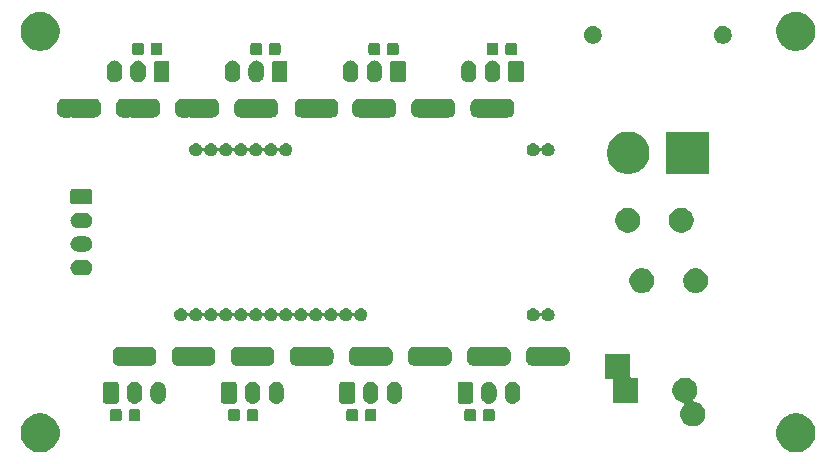
<source format=gbs>
G04 #@! TF.GenerationSoftware,KiCad,Pcbnew,(5.1.5)-3*
G04 #@! TF.CreationDate,2020-11-13T22:42:08+09:00*
G04 #@! TF.ProjectId,shield_servo_adc_sw_gpio_led,73686965-6c64-45f7-9365-72766f5f6164,rev?*
G04 #@! TF.SameCoordinates,PXb532b80PY717cbc0*
G04 #@! TF.FileFunction,Soldermask,Bot*
G04 #@! TF.FilePolarity,Negative*
%FSLAX46Y46*%
G04 Gerber Fmt 4.6, Leading zero omitted, Abs format (unit mm)*
G04 Created by KiCad (PCBNEW (5.1.5)-3) date 2020-11-13 22:42:08*
%MOMM*%
%LPD*%
G04 APERTURE LIST*
%ADD10C,0.100000*%
G04 APERTURE END LIST*
D10*
G36*
X67375256Y-35391298D02*
G01*
X67481579Y-35412447D01*
X67782042Y-35536903D01*
X68052451Y-35717585D01*
X68282415Y-35947549D01*
X68463097Y-36217958D01*
X68587553Y-36518421D01*
X68651000Y-36837391D01*
X68651000Y-37162609D01*
X68587553Y-37481579D01*
X68463097Y-37782042D01*
X68282415Y-38052451D01*
X68052451Y-38282415D01*
X67782042Y-38463097D01*
X67481579Y-38587553D01*
X67375256Y-38608702D01*
X67162611Y-38651000D01*
X66837389Y-38651000D01*
X66624744Y-38608702D01*
X66518421Y-38587553D01*
X66217958Y-38463097D01*
X65947549Y-38282415D01*
X65717585Y-38052451D01*
X65536903Y-37782042D01*
X65412447Y-37481579D01*
X65349000Y-37162609D01*
X65349000Y-36837391D01*
X65412447Y-36518421D01*
X65536903Y-36217958D01*
X65717585Y-35947549D01*
X65947549Y-35717585D01*
X66217958Y-35536903D01*
X66518421Y-35412447D01*
X66624744Y-35391298D01*
X66837389Y-35349000D01*
X67162611Y-35349000D01*
X67375256Y-35391298D01*
G37*
G36*
X3375256Y-35391298D02*
G01*
X3481579Y-35412447D01*
X3782042Y-35536903D01*
X4052451Y-35717585D01*
X4282415Y-35947549D01*
X4463097Y-36217958D01*
X4587553Y-36518421D01*
X4651000Y-36837391D01*
X4651000Y-37162609D01*
X4587553Y-37481579D01*
X4463097Y-37782042D01*
X4282415Y-38052451D01*
X4052451Y-38282415D01*
X3782042Y-38463097D01*
X3481579Y-38587553D01*
X3375256Y-38608702D01*
X3162611Y-38651000D01*
X2837389Y-38651000D01*
X2624744Y-38608702D01*
X2518421Y-38587553D01*
X2217958Y-38463097D01*
X1947549Y-38282415D01*
X1717585Y-38052451D01*
X1536903Y-37782042D01*
X1412447Y-37481579D01*
X1349000Y-37162609D01*
X1349000Y-36837391D01*
X1412447Y-36518421D01*
X1536903Y-36217958D01*
X1717585Y-35947549D01*
X1947549Y-35717585D01*
X2217958Y-35536903D01*
X2518421Y-35412447D01*
X2624744Y-35391298D01*
X2837389Y-35349000D01*
X3162611Y-35349000D01*
X3375256Y-35391298D01*
G37*
G36*
X57906564Y-32389389D02*
G01*
X58097833Y-32468615D01*
X58097835Y-32468616D01*
X58269973Y-32583635D01*
X58416365Y-32730027D01*
X58504845Y-32862446D01*
X58531385Y-32902167D01*
X58610611Y-33093436D01*
X58651000Y-33296484D01*
X58651000Y-33503516D01*
X58610611Y-33706564D01*
X58531385Y-33897833D01*
X58531384Y-33897835D01*
X58461370Y-34002618D01*
X58416365Y-34069973D01*
X58342240Y-34144098D01*
X58326695Y-34163040D01*
X58315144Y-34184651D01*
X58308031Y-34208100D01*
X58305629Y-34232486D01*
X58308031Y-34256872D01*
X58315144Y-34280321D01*
X58326695Y-34301932D01*
X58342240Y-34320874D01*
X58361182Y-34336419D01*
X58382793Y-34347970D01*
X58406242Y-34355083D01*
X58578708Y-34389389D01*
X58767239Y-34467481D01*
X58769979Y-34468616D01*
X58814057Y-34498068D01*
X58942117Y-34583635D01*
X59088509Y-34730027D01*
X59203529Y-34902167D01*
X59282755Y-35093436D01*
X59323144Y-35296484D01*
X59323144Y-35503516D01*
X59282755Y-35706564D01*
X59211085Y-35879591D01*
X59203528Y-35897835D01*
X59088509Y-36069973D01*
X58942117Y-36216365D01*
X58769979Y-36331384D01*
X58769978Y-36331385D01*
X58769977Y-36331385D01*
X58578708Y-36410611D01*
X58375660Y-36451000D01*
X58168628Y-36451000D01*
X57965580Y-36410611D01*
X57774311Y-36331385D01*
X57774310Y-36331385D01*
X57774309Y-36331384D01*
X57602171Y-36216365D01*
X57455779Y-36069973D01*
X57340760Y-35897835D01*
X57333203Y-35879591D01*
X57261533Y-35706564D01*
X57221144Y-35503516D01*
X57221144Y-35296484D01*
X57261533Y-35093436D01*
X57340759Y-34902167D01*
X57455779Y-34730027D01*
X57529904Y-34655902D01*
X57545449Y-34636960D01*
X57557000Y-34615349D01*
X57564113Y-34591900D01*
X57566515Y-34567514D01*
X57564113Y-34543128D01*
X57557000Y-34519679D01*
X57545449Y-34498068D01*
X57529904Y-34479126D01*
X57510962Y-34463581D01*
X57489351Y-34452030D01*
X57465902Y-34444917D01*
X57293436Y-34410611D01*
X57102167Y-34331385D01*
X57102166Y-34331385D01*
X57102165Y-34331384D01*
X56930027Y-34216365D01*
X56783635Y-34069973D01*
X56668616Y-33897835D01*
X56668615Y-33897833D01*
X56589389Y-33706564D01*
X56549000Y-33503516D01*
X56549000Y-33296484D01*
X56589389Y-33093436D01*
X56668615Y-32902167D01*
X56695156Y-32862446D01*
X56783635Y-32730027D01*
X56930027Y-32583635D01*
X57102165Y-32468616D01*
X57102167Y-32468615D01*
X57293436Y-32389389D01*
X57496484Y-32349000D01*
X57703516Y-32349000D01*
X57906564Y-32389389D01*
G37*
G36*
X9767091Y-34978085D02*
G01*
X9801069Y-34988393D01*
X9832390Y-35005134D01*
X9859839Y-35027661D01*
X9882366Y-35055110D01*
X9899107Y-35086431D01*
X9909415Y-35120409D01*
X9913500Y-35161890D01*
X9913500Y-35838110D01*
X9909415Y-35879591D01*
X9899107Y-35913569D01*
X9882366Y-35944890D01*
X9859839Y-35972339D01*
X9832390Y-35994866D01*
X9801069Y-36011607D01*
X9767091Y-36021915D01*
X9725610Y-36026000D01*
X9124390Y-36026000D01*
X9082909Y-36021915D01*
X9048931Y-36011607D01*
X9017610Y-35994866D01*
X8990161Y-35972339D01*
X8967634Y-35944890D01*
X8950893Y-35913569D01*
X8940585Y-35879591D01*
X8936500Y-35838110D01*
X8936500Y-35161890D01*
X8940585Y-35120409D01*
X8950893Y-35086431D01*
X8967634Y-35055110D01*
X8990161Y-35027661D01*
X9017610Y-35005134D01*
X9048931Y-34988393D01*
X9082909Y-34978085D01*
X9124390Y-34974000D01*
X9725610Y-34974000D01*
X9767091Y-34978085D01*
G37*
G36*
X11342091Y-34978085D02*
G01*
X11376069Y-34988393D01*
X11407390Y-35005134D01*
X11434839Y-35027661D01*
X11457366Y-35055110D01*
X11474107Y-35086431D01*
X11484415Y-35120409D01*
X11488500Y-35161890D01*
X11488500Y-35838110D01*
X11484415Y-35879591D01*
X11474107Y-35913569D01*
X11457366Y-35944890D01*
X11434839Y-35972339D01*
X11407390Y-35994866D01*
X11376069Y-36011607D01*
X11342091Y-36021915D01*
X11300610Y-36026000D01*
X10699390Y-36026000D01*
X10657909Y-36021915D01*
X10623931Y-36011607D01*
X10592610Y-35994866D01*
X10565161Y-35972339D01*
X10542634Y-35944890D01*
X10525893Y-35913569D01*
X10515585Y-35879591D01*
X10511500Y-35838110D01*
X10511500Y-35161890D01*
X10515585Y-35120409D01*
X10525893Y-35086431D01*
X10542634Y-35055110D01*
X10565161Y-35027661D01*
X10592610Y-35005134D01*
X10623931Y-34988393D01*
X10657909Y-34978085D01*
X10699390Y-34974000D01*
X11300610Y-34974000D01*
X11342091Y-34978085D01*
G37*
G36*
X31342091Y-34978085D02*
G01*
X31376069Y-34988393D01*
X31407390Y-35005134D01*
X31434839Y-35027661D01*
X31457366Y-35055110D01*
X31474107Y-35086431D01*
X31484415Y-35120409D01*
X31488500Y-35161890D01*
X31488500Y-35838110D01*
X31484415Y-35879591D01*
X31474107Y-35913569D01*
X31457366Y-35944890D01*
X31434839Y-35972339D01*
X31407390Y-35994866D01*
X31376069Y-36011607D01*
X31342091Y-36021915D01*
X31300610Y-36026000D01*
X30699390Y-36026000D01*
X30657909Y-36021915D01*
X30623931Y-36011607D01*
X30592610Y-35994866D01*
X30565161Y-35972339D01*
X30542634Y-35944890D01*
X30525893Y-35913569D01*
X30515585Y-35879591D01*
X30511500Y-35838110D01*
X30511500Y-35161890D01*
X30515585Y-35120409D01*
X30525893Y-35086431D01*
X30542634Y-35055110D01*
X30565161Y-35027661D01*
X30592610Y-35005134D01*
X30623931Y-34988393D01*
X30657909Y-34978085D01*
X30699390Y-34974000D01*
X31300610Y-34974000D01*
X31342091Y-34978085D01*
G37*
G36*
X29767091Y-34978085D02*
G01*
X29801069Y-34988393D01*
X29832390Y-35005134D01*
X29859839Y-35027661D01*
X29882366Y-35055110D01*
X29899107Y-35086431D01*
X29909415Y-35120409D01*
X29913500Y-35161890D01*
X29913500Y-35838110D01*
X29909415Y-35879591D01*
X29899107Y-35913569D01*
X29882366Y-35944890D01*
X29859839Y-35972339D01*
X29832390Y-35994866D01*
X29801069Y-36011607D01*
X29767091Y-36021915D01*
X29725610Y-36026000D01*
X29124390Y-36026000D01*
X29082909Y-36021915D01*
X29048931Y-36011607D01*
X29017610Y-35994866D01*
X28990161Y-35972339D01*
X28967634Y-35944890D01*
X28950893Y-35913569D01*
X28940585Y-35879591D01*
X28936500Y-35838110D01*
X28936500Y-35161890D01*
X28940585Y-35120409D01*
X28950893Y-35086431D01*
X28967634Y-35055110D01*
X28990161Y-35027661D01*
X29017610Y-35005134D01*
X29048931Y-34988393D01*
X29082909Y-34978085D01*
X29124390Y-34974000D01*
X29725610Y-34974000D01*
X29767091Y-34978085D01*
G37*
G36*
X21342091Y-34978085D02*
G01*
X21376069Y-34988393D01*
X21407390Y-35005134D01*
X21434839Y-35027661D01*
X21457366Y-35055110D01*
X21474107Y-35086431D01*
X21484415Y-35120409D01*
X21488500Y-35161890D01*
X21488500Y-35838110D01*
X21484415Y-35879591D01*
X21474107Y-35913569D01*
X21457366Y-35944890D01*
X21434839Y-35972339D01*
X21407390Y-35994866D01*
X21376069Y-36011607D01*
X21342091Y-36021915D01*
X21300610Y-36026000D01*
X20699390Y-36026000D01*
X20657909Y-36021915D01*
X20623931Y-36011607D01*
X20592610Y-35994866D01*
X20565161Y-35972339D01*
X20542634Y-35944890D01*
X20525893Y-35913569D01*
X20515585Y-35879591D01*
X20511500Y-35838110D01*
X20511500Y-35161890D01*
X20515585Y-35120409D01*
X20525893Y-35086431D01*
X20542634Y-35055110D01*
X20565161Y-35027661D01*
X20592610Y-35005134D01*
X20623931Y-34988393D01*
X20657909Y-34978085D01*
X20699390Y-34974000D01*
X21300610Y-34974000D01*
X21342091Y-34978085D01*
G37*
G36*
X19767091Y-34978085D02*
G01*
X19801069Y-34988393D01*
X19832390Y-35005134D01*
X19859839Y-35027661D01*
X19882366Y-35055110D01*
X19899107Y-35086431D01*
X19909415Y-35120409D01*
X19913500Y-35161890D01*
X19913500Y-35838110D01*
X19909415Y-35879591D01*
X19899107Y-35913569D01*
X19882366Y-35944890D01*
X19859839Y-35972339D01*
X19832390Y-35994866D01*
X19801069Y-36011607D01*
X19767091Y-36021915D01*
X19725610Y-36026000D01*
X19124390Y-36026000D01*
X19082909Y-36021915D01*
X19048931Y-36011607D01*
X19017610Y-35994866D01*
X18990161Y-35972339D01*
X18967634Y-35944890D01*
X18950893Y-35913569D01*
X18940585Y-35879591D01*
X18936500Y-35838110D01*
X18936500Y-35161890D01*
X18940585Y-35120409D01*
X18950893Y-35086431D01*
X18967634Y-35055110D01*
X18990161Y-35027661D01*
X19017610Y-35005134D01*
X19048931Y-34988393D01*
X19082909Y-34978085D01*
X19124390Y-34974000D01*
X19725610Y-34974000D01*
X19767091Y-34978085D01*
G37*
G36*
X41342091Y-34978085D02*
G01*
X41376069Y-34988393D01*
X41407390Y-35005134D01*
X41434839Y-35027661D01*
X41457366Y-35055110D01*
X41474107Y-35086431D01*
X41484415Y-35120409D01*
X41488500Y-35161890D01*
X41488500Y-35838110D01*
X41484415Y-35879591D01*
X41474107Y-35913569D01*
X41457366Y-35944890D01*
X41434839Y-35972339D01*
X41407390Y-35994866D01*
X41376069Y-36011607D01*
X41342091Y-36021915D01*
X41300610Y-36026000D01*
X40699390Y-36026000D01*
X40657909Y-36021915D01*
X40623931Y-36011607D01*
X40592610Y-35994866D01*
X40565161Y-35972339D01*
X40542634Y-35944890D01*
X40525893Y-35913569D01*
X40515585Y-35879591D01*
X40511500Y-35838110D01*
X40511500Y-35161890D01*
X40515585Y-35120409D01*
X40525893Y-35086431D01*
X40542634Y-35055110D01*
X40565161Y-35027661D01*
X40592610Y-35005134D01*
X40623931Y-34988393D01*
X40657909Y-34978085D01*
X40699390Y-34974000D01*
X41300610Y-34974000D01*
X41342091Y-34978085D01*
G37*
G36*
X39767091Y-34978085D02*
G01*
X39801069Y-34988393D01*
X39832390Y-35005134D01*
X39859839Y-35027661D01*
X39882366Y-35055110D01*
X39899107Y-35086431D01*
X39909415Y-35120409D01*
X39913500Y-35161890D01*
X39913500Y-35838110D01*
X39909415Y-35879591D01*
X39899107Y-35913569D01*
X39882366Y-35944890D01*
X39859839Y-35972339D01*
X39832390Y-35994866D01*
X39801069Y-36011607D01*
X39767091Y-36021915D01*
X39725610Y-36026000D01*
X39124390Y-36026000D01*
X39082909Y-36021915D01*
X39048931Y-36011607D01*
X39017610Y-35994866D01*
X38990161Y-35972339D01*
X38967634Y-35944890D01*
X38950893Y-35913569D01*
X38940585Y-35879591D01*
X38936500Y-35838110D01*
X38936500Y-35161890D01*
X38940585Y-35120409D01*
X38950893Y-35086431D01*
X38967634Y-35055110D01*
X38990161Y-35027661D01*
X39017610Y-35005134D01*
X39048931Y-34988393D01*
X39082909Y-34978085D01*
X39124390Y-34974000D01*
X39725610Y-34974000D01*
X39767091Y-34978085D01*
G37*
G36*
X11127617Y-32683420D02*
G01*
X11208399Y-32707925D01*
X11250335Y-32720646D01*
X11363424Y-32781094D01*
X11462554Y-32862447D01*
X11543906Y-32961575D01*
X11604354Y-33074664D01*
X11610048Y-33093435D01*
X11641580Y-33197382D01*
X11651000Y-33293027D01*
X11651000Y-33906973D01*
X11641580Y-34002618D01*
X11621148Y-34069973D01*
X11604354Y-34125336D01*
X11543906Y-34238425D01*
X11462554Y-34337554D01*
X11363425Y-34418906D01*
X11250336Y-34479354D01*
X11218404Y-34489040D01*
X11127618Y-34516580D01*
X11000000Y-34529149D01*
X10872383Y-34516580D01*
X10781597Y-34489040D01*
X10749665Y-34479354D01*
X10636576Y-34418906D01*
X10537447Y-34337554D01*
X10456096Y-34238427D01*
X10456095Y-34238425D01*
X10415800Y-34163040D01*
X10395645Y-34125333D01*
X10378852Y-34069973D01*
X10358420Y-34002618D01*
X10349000Y-33906973D01*
X10349000Y-33293028D01*
X10358420Y-33197383D01*
X10395645Y-33074669D01*
X10395646Y-33074665D01*
X10456094Y-32961576D01*
X10537447Y-32862446D01*
X10636575Y-32781094D01*
X10749664Y-32720646D01*
X10791600Y-32707925D01*
X10872382Y-32683420D01*
X11000000Y-32670851D01*
X11127617Y-32683420D01*
G37*
G36*
X41127617Y-32683420D02*
G01*
X41208399Y-32707925D01*
X41250335Y-32720646D01*
X41363424Y-32781094D01*
X41462554Y-32862447D01*
X41543906Y-32961575D01*
X41604354Y-33074664D01*
X41610048Y-33093435D01*
X41641580Y-33197382D01*
X41651000Y-33293027D01*
X41651000Y-33906973D01*
X41641580Y-34002618D01*
X41621148Y-34069973D01*
X41604354Y-34125336D01*
X41543906Y-34238425D01*
X41462554Y-34337554D01*
X41363425Y-34418906D01*
X41250336Y-34479354D01*
X41218404Y-34489040D01*
X41127618Y-34516580D01*
X41000000Y-34529149D01*
X40872383Y-34516580D01*
X40781597Y-34489040D01*
X40749665Y-34479354D01*
X40636576Y-34418906D01*
X40537447Y-34337554D01*
X40456096Y-34238427D01*
X40456095Y-34238425D01*
X40415800Y-34163040D01*
X40395645Y-34125333D01*
X40378852Y-34069973D01*
X40358420Y-34002618D01*
X40349000Y-33906973D01*
X40349000Y-33293028D01*
X40358420Y-33197383D01*
X40395645Y-33074669D01*
X40395646Y-33074665D01*
X40456094Y-32961576D01*
X40537447Y-32862446D01*
X40636575Y-32781094D01*
X40749664Y-32720646D01*
X40791600Y-32707925D01*
X40872382Y-32683420D01*
X41000000Y-32670851D01*
X41127617Y-32683420D01*
G37*
G36*
X43127617Y-32683420D02*
G01*
X43208399Y-32707925D01*
X43250335Y-32720646D01*
X43363424Y-32781094D01*
X43462554Y-32862447D01*
X43543906Y-32961575D01*
X43604354Y-33074664D01*
X43610048Y-33093435D01*
X43641580Y-33197382D01*
X43651000Y-33293027D01*
X43651000Y-33906973D01*
X43641580Y-34002618D01*
X43621148Y-34069973D01*
X43604354Y-34125336D01*
X43543906Y-34238425D01*
X43462554Y-34337554D01*
X43363425Y-34418906D01*
X43250336Y-34479354D01*
X43218404Y-34489040D01*
X43127618Y-34516580D01*
X43000000Y-34529149D01*
X42872383Y-34516580D01*
X42781597Y-34489040D01*
X42749665Y-34479354D01*
X42636576Y-34418906D01*
X42537447Y-34337554D01*
X42456096Y-34238427D01*
X42456095Y-34238425D01*
X42415800Y-34163040D01*
X42395645Y-34125333D01*
X42378852Y-34069973D01*
X42358420Y-34002618D01*
X42349000Y-33906973D01*
X42349000Y-33293028D01*
X42358420Y-33197383D01*
X42395645Y-33074669D01*
X42395646Y-33074665D01*
X42456094Y-32961576D01*
X42537447Y-32862446D01*
X42636575Y-32781094D01*
X42749664Y-32720646D01*
X42791600Y-32707925D01*
X42872382Y-32683420D01*
X43000000Y-32670851D01*
X43127617Y-32683420D01*
G37*
G36*
X33127617Y-32683420D02*
G01*
X33208399Y-32707925D01*
X33250335Y-32720646D01*
X33363424Y-32781094D01*
X33462554Y-32862447D01*
X33543906Y-32961575D01*
X33604354Y-33074664D01*
X33610048Y-33093435D01*
X33641580Y-33197382D01*
X33651000Y-33293027D01*
X33651000Y-33906973D01*
X33641580Y-34002618D01*
X33621148Y-34069973D01*
X33604354Y-34125336D01*
X33543906Y-34238425D01*
X33462554Y-34337554D01*
X33363425Y-34418906D01*
X33250336Y-34479354D01*
X33218404Y-34489040D01*
X33127618Y-34516580D01*
X33000000Y-34529149D01*
X32872383Y-34516580D01*
X32781597Y-34489040D01*
X32749665Y-34479354D01*
X32636576Y-34418906D01*
X32537447Y-34337554D01*
X32456096Y-34238427D01*
X32456095Y-34238425D01*
X32415800Y-34163040D01*
X32395645Y-34125333D01*
X32378852Y-34069973D01*
X32358420Y-34002618D01*
X32349000Y-33906973D01*
X32349000Y-33293028D01*
X32358420Y-33197383D01*
X32395645Y-33074669D01*
X32395646Y-33074665D01*
X32456094Y-32961576D01*
X32537447Y-32862446D01*
X32636575Y-32781094D01*
X32749664Y-32720646D01*
X32791600Y-32707925D01*
X32872382Y-32683420D01*
X33000000Y-32670851D01*
X33127617Y-32683420D01*
G37*
G36*
X31127617Y-32683420D02*
G01*
X31208399Y-32707925D01*
X31250335Y-32720646D01*
X31363424Y-32781094D01*
X31462554Y-32862447D01*
X31543906Y-32961575D01*
X31604354Y-33074664D01*
X31610048Y-33093435D01*
X31641580Y-33197382D01*
X31651000Y-33293027D01*
X31651000Y-33906973D01*
X31641580Y-34002618D01*
X31621148Y-34069973D01*
X31604354Y-34125336D01*
X31543906Y-34238425D01*
X31462554Y-34337554D01*
X31363425Y-34418906D01*
X31250336Y-34479354D01*
X31218404Y-34489040D01*
X31127618Y-34516580D01*
X31000000Y-34529149D01*
X30872383Y-34516580D01*
X30781597Y-34489040D01*
X30749665Y-34479354D01*
X30636576Y-34418906D01*
X30537447Y-34337554D01*
X30456096Y-34238427D01*
X30456095Y-34238425D01*
X30415800Y-34163040D01*
X30395645Y-34125333D01*
X30378852Y-34069973D01*
X30358420Y-34002618D01*
X30349000Y-33906973D01*
X30349000Y-33293028D01*
X30358420Y-33197383D01*
X30395645Y-33074669D01*
X30395646Y-33074665D01*
X30456094Y-32961576D01*
X30537447Y-32862446D01*
X30636575Y-32781094D01*
X30749664Y-32720646D01*
X30791600Y-32707925D01*
X30872382Y-32683420D01*
X31000000Y-32670851D01*
X31127617Y-32683420D01*
G37*
G36*
X23127617Y-32683420D02*
G01*
X23208399Y-32707925D01*
X23250335Y-32720646D01*
X23363424Y-32781094D01*
X23462554Y-32862447D01*
X23543906Y-32961575D01*
X23604354Y-33074664D01*
X23610048Y-33093435D01*
X23641580Y-33197382D01*
X23651000Y-33293027D01*
X23651000Y-33906973D01*
X23641580Y-34002618D01*
X23621148Y-34069973D01*
X23604354Y-34125336D01*
X23543906Y-34238425D01*
X23462554Y-34337554D01*
X23363425Y-34418906D01*
X23250336Y-34479354D01*
X23218404Y-34489040D01*
X23127618Y-34516580D01*
X23000000Y-34529149D01*
X22872383Y-34516580D01*
X22781597Y-34489040D01*
X22749665Y-34479354D01*
X22636576Y-34418906D01*
X22537447Y-34337554D01*
X22456096Y-34238427D01*
X22456095Y-34238425D01*
X22415800Y-34163040D01*
X22395645Y-34125333D01*
X22378852Y-34069973D01*
X22358420Y-34002618D01*
X22349000Y-33906973D01*
X22349000Y-33293028D01*
X22358420Y-33197383D01*
X22395645Y-33074669D01*
X22395646Y-33074665D01*
X22456094Y-32961576D01*
X22537447Y-32862446D01*
X22636575Y-32781094D01*
X22749664Y-32720646D01*
X22791600Y-32707925D01*
X22872382Y-32683420D01*
X23000000Y-32670851D01*
X23127617Y-32683420D01*
G37*
G36*
X21127617Y-32683420D02*
G01*
X21208399Y-32707925D01*
X21250335Y-32720646D01*
X21363424Y-32781094D01*
X21462554Y-32862447D01*
X21543906Y-32961575D01*
X21604354Y-33074664D01*
X21610048Y-33093435D01*
X21641580Y-33197382D01*
X21651000Y-33293027D01*
X21651000Y-33906973D01*
X21641580Y-34002618D01*
X21621148Y-34069973D01*
X21604354Y-34125336D01*
X21543906Y-34238425D01*
X21462554Y-34337554D01*
X21363425Y-34418906D01*
X21250336Y-34479354D01*
X21218404Y-34489040D01*
X21127618Y-34516580D01*
X21000000Y-34529149D01*
X20872383Y-34516580D01*
X20781597Y-34489040D01*
X20749665Y-34479354D01*
X20636576Y-34418906D01*
X20537447Y-34337554D01*
X20456096Y-34238427D01*
X20456095Y-34238425D01*
X20415800Y-34163040D01*
X20395645Y-34125333D01*
X20378852Y-34069973D01*
X20358420Y-34002618D01*
X20349000Y-33906973D01*
X20349000Y-33293028D01*
X20358420Y-33197383D01*
X20395645Y-33074669D01*
X20395646Y-33074665D01*
X20456094Y-32961576D01*
X20537447Y-32862446D01*
X20636575Y-32781094D01*
X20749664Y-32720646D01*
X20791600Y-32707925D01*
X20872382Y-32683420D01*
X21000000Y-32670851D01*
X21127617Y-32683420D01*
G37*
G36*
X13127617Y-32683420D02*
G01*
X13208399Y-32707925D01*
X13250335Y-32720646D01*
X13363424Y-32781094D01*
X13462554Y-32862447D01*
X13543906Y-32961575D01*
X13604354Y-33074664D01*
X13610048Y-33093435D01*
X13641580Y-33197382D01*
X13651000Y-33293027D01*
X13651000Y-33906973D01*
X13641580Y-34002618D01*
X13621148Y-34069973D01*
X13604354Y-34125336D01*
X13543906Y-34238425D01*
X13462554Y-34337554D01*
X13363425Y-34418906D01*
X13250336Y-34479354D01*
X13218404Y-34489040D01*
X13127618Y-34516580D01*
X13000000Y-34529149D01*
X12872383Y-34516580D01*
X12781597Y-34489040D01*
X12749665Y-34479354D01*
X12636576Y-34418906D01*
X12537447Y-34337554D01*
X12456096Y-34238427D01*
X12456095Y-34238425D01*
X12415800Y-34163040D01*
X12395645Y-34125333D01*
X12378852Y-34069973D01*
X12358420Y-34002618D01*
X12349000Y-33906973D01*
X12349000Y-33293028D01*
X12358420Y-33197383D01*
X12395645Y-33074669D01*
X12395646Y-33074665D01*
X12456094Y-32961576D01*
X12537447Y-32862446D01*
X12636575Y-32781094D01*
X12749664Y-32720646D01*
X12791600Y-32707925D01*
X12872382Y-32683420D01*
X13000000Y-32670851D01*
X13127617Y-32683420D01*
G37*
G36*
X39491242Y-32678404D02*
G01*
X39528337Y-32689657D01*
X39562515Y-32707925D01*
X39592481Y-32732519D01*
X39617075Y-32762485D01*
X39635343Y-32796663D01*
X39646596Y-32833758D01*
X39651000Y-32878474D01*
X39651000Y-34321526D01*
X39646596Y-34366242D01*
X39635343Y-34403337D01*
X39617075Y-34437515D01*
X39592481Y-34467481D01*
X39562515Y-34492075D01*
X39528337Y-34510343D01*
X39491242Y-34521596D01*
X39446526Y-34526000D01*
X38553474Y-34526000D01*
X38508758Y-34521596D01*
X38471663Y-34510343D01*
X38437485Y-34492075D01*
X38407519Y-34467481D01*
X38382925Y-34437515D01*
X38364657Y-34403337D01*
X38353404Y-34366242D01*
X38349000Y-34321526D01*
X38349000Y-32878474D01*
X38353404Y-32833758D01*
X38364657Y-32796663D01*
X38382925Y-32762485D01*
X38407519Y-32732519D01*
X38437485Y-32707925D01*
X38471663Y-32689657D01*
X38508758Y-32678404D01*
X38553474Y-32674000D01*
X39446526Y-32674000D01*
X39491242Y-32678404D01*
G37*
G36*
X9491242Y-32678404D02*
G01*
X9528337Y-32689657D01*
X9562515Y-32707925D01*
X9592481Y-32732519D01*
X9617075Y-32762485D01*
X9635343Y-32796663D01*
X9646596Y-32833758D01*
X9651000Y-32878474D01*
X9651000Y-34321526D01*
X9646596Y-34366242D01*
X9635343Y-34403337D01*
X9617075Y-34437515D01*
X9592481Y-34467481D01*
X9562515Y-34492075D01*
X9528337Y-34510343D01*
X9491242Y-34521596D01*
X9446526Y-34526000D01*
X8553474Y-34526000D01*
X8508758Y-34521596D01*
X8471663Y-34510343D01*
X8437485Y-34492075D01*
X8407519Y-34467481D01*
X8382925Y-34437515D01*
X8364657Y-34403337D01*
X8353404Y-34366242D01*
X8349000Y-34321526D01*
X8349000Y-32878474D01*
X8353404Y-32833758D01*
X8364657Y-32796663D01*
X8382925Y-32762485D01*
X8407519Y-32732519D01*
X8437485Y-32707925D01*
X8471663Y-32689657D01*
X8508758Y-32678404D01*
X8553474Y-32674000D01*
X9446526Y-32674000D01*
X9491242Y-32678404D01*
G37*
G36*
X19491242Y-32678404D02*
G01*
X19528337Y-32689657D01*
X19562515Y-32707925D01*
X19592481Y-32732519D01*
X19617075Y-32762485D01*
X19635343Y-32796663D01*
X19646596Y-32833758D01*
X19651000Y-32878474D01*
X19651000Y-34321526D01*
X19646596Y-34366242D01*
X19635343Y-34403337D01*
X19617075Y-34437515D01*
X19592481Y-34467481D01*
X19562515Y-34492075D01*
X19528337Y-34510343D01*
X19491242Y-34521596D01*
X19446526Y-34526000D01*
X18553474Y-34526000D01*
X18508758Y-34521596D01*
X18471663Y-34510343D01*
X18437485Y-34492075D01*
X18407519Y-34467481D01*
X18382925Y-34437515D01*
X18364657Y-34403337D01*
X18353404Y-34366242D01*
X18349000Y-34321526D01*
X18349000Y-32878474D01*
X18353404Y-32833758D01*
X18364657Y-32796663D01*
X18382925Y-32762485D01*
X18407519Y-32732519D01*
X18437485Y-32707925D01*
X18471663Y-32689657D01*
X18508758Y-32678404D01*
X18553474Y-32674000D01*
X19446526Y-32674000D01*
X19491242Y-32678404D01*
G37*
G36*
X29491242Y-32678404D02*
G01*
X29528337Y-32689657D01*
X29562515Y-32707925D01*
X29592481Y-32732519D01*
X29617075Y-32762485D01*
X29635343Y-32796663D01*
X29646596Y-32833758D01*
X29651000Y-32878474D01*
X29651000Y-34321526D01*
X29646596Y-34366242D01*
X29635343Y-34403337D01*
X29617075Y-34437515D01*
X29592481Y-34467481D01*
X29562515Y-34492075D01*
X29528337Y-34510343D01*
X29491242Y-34521596D01*
X29446526Y-34526000D01*
X28553474Y-34526000D01*
X28508758Y-34521596D01*
X28471663Y-34510343D01*
X28437485Y-34492075D01*
X28407519Y-34467481D01*
X28382925Y-34437515D01*
X28364657Y-34403337D01*
X28353404Y-34366242D01*
X28349000Y-34321526D01*
X28349000Y-32878474D01*
X28353404Y-32833758D01*
X28364657Y-32796663D01*
X28382925Y-32762485D01*
X28407519Y-32732519D01*
X28437485Y-32707925D01*
X28471663Y-32689657D01*
X28508758Y-32678404D01*
X28553474Y-32674000D01*
X29446526Y-32674000D01*
X29491242Y-32678404D01*
G37*
G36*
X52978856Y-32224001D02*
G01*
X52981258Y-32248387D01*
X52988371Y-32271836D01*
X52999922Y-32293447D01*
X53015467Y-32312389D01*
X53034409Y-32327934D01*
X53056020Y-32339485D01*
X53079469Y-32346598D01*
X53103855Y-32349000D01*
X53651000Y-32349000D01*
X53651000Y-34451000D01*
X51549000Y-34451000D01*
X51549000Y-32575999D01*
X51546598Y-32551613D01*
X51539485Y-32528164D01*
X51527934Y-32506553D01*
X51512389Y-32487611D01*
X51493447Y-32472066D01*
X51471836Y-32460515D01*
X51448387Y-32453402D01*
X51424001Y-32451000D01*
X50876856Y-32451000D01*
X50876856Y-30349000D01*
X52978856Y-30349000D01*
X52978856Y-32224001D01*
G37*
G36*
X25259999Y-29699737D02*
G01*
X25274528Y-29704145D01*
X25287711Y-29709606D01*
X25311745Y-29714388D01*
X25336249Y-29714389D01*
X25360282Y-29709609D01*
X25382921Y-29700232D01*
X25384765Y-29699000D01*
X26616050Y-29699000D01*
X26628164Y-29705475D01*
X26651613Y-29712588D01*
X26675999Y-29714990D01*
X26700385Y-29712588D01*
X26723834Y-29705475D01*
X26728746Y-29703152D01*
X26740001Y-29699737D01*
X26756140Y-29698148D01*
X27293861Y-29698148D01*
X27312199Y-29699954D01*
X27324450Y-29700556D01*
X27342869Y-29700556D01*
X27365149Y-29702750D01*
X27449233Y-29719476D01*
X27470660Y-29725976D01*
X27549858Y-29758780D01*
X27555303Y-29761691D01*
X27555309Y-29761693D01*
X27564169Y-29766429D01*
X27564173Y-29766432D01*
X27569614Y-29769340D01*
X27640899Y-29816971D01*
X27658204Y-29831172D01*
X27718828Y-29891796D01*
X27733029Y-29909101D01*
X27780660Y-29980386D01*
X27783568Y-29985827D01*
X27783571Y-29985831D01*
X27788307Y-29994691D01*
X27788309Y-29994697D01*
X27791220Y-30000142D01*
X27824024Y-30079340D01*
X27830524Y-30100767D01*
X27847250Y-30184851D01*
X27849444Y-30207131D01*
X27849444Y-30225550D01*
X27850046Y-30237801D01*
X27851852Y-30256139D01*
X27851852Y-30743862D01*
X27850046Y-30762199D01*
X27849444Y-30774450D01*
X27849444Y-30792869D01*
X27847250Y-30815149D01*
X27830524Y-30899233D01*
X27824024Y-30920660D01*
X27791220Y-30999858D01*
X27788309Y-31005303D01*
X27788307Y-31005309D01*
X27783571Y-31014169D01*
X27783568Y-31014173D01*
X27780660Y-31019614D01*
X27733029Y-31090899D01*
X27718828Y-31108204D01*
X27658204Y-31168828D01*
X27640899Y-31183029D01*
X27569614Y-31230660D01*
X27564173Y-31233568D01*
X27564169Y-31233571D01*
X27555309Y-31238307D01*
X27555303Y-31238309D01*
X27549858Y-31241220D01*
X27470660Y-31274024D01*
X27449233Y-31280524D01*
X27365149Y-31297250D01*
X27342869Y-31299444D01*
X27324450Y-31299444D01*
X27312199Y-31300046D01*
X27293862Y-31301852D01*
X26756140Y-31301852D01*
X26740001Y-31300263D01*
X26725472Y-31295855D01*
X26712289Y-31290394D01*
X26688255Y-31285612D01*
X26663751Y-31285611D01*
X26639718Y-31290391D01*
X26617079Y-31299768D01*
X26615235Y-31301000D01*
X25383950Y-31301000D01*
X25371836Y-31294525D01*
X25348387Y-31287412D01*
X25324001Y-31285010D01*
X25299615Y-31287412D01*
X25276166Y-31294525D01*
X25271254Y-31296848D01*
X25259999Y-31300263D01*
X25243860Y-31301852D01*
X24706138Y-31301852D01*
X24687801Y-31300046D01*
X24675550Y-31299444D01*
X24657131Y-31299444D01*
X24634851Y-31297250D01*
X24550767Y-31280524D01*
X24529340Y-31274024D01*
X24450142Y-31241220D01*
X24444697Y-31238309D01*
X24444691Y-31238307D01*
X24435831Y-31233571D01*
X24435827Y-31233568D01*
X24430386Y-31230660D01*
X24359101Y-31183029D01*
X24341796Y-31168828D01*
X24281172Y-31108204D01*
X24266971Y-31090899D01*
X24219340Y-31019614D01*
X24216432Y-31014173D01*
X24216429Y-31014169D01*
X24211693Y-31005309D01*
X24211691Y-31005303D01*
X24208780Y-30999858D01*
X24175976Y-30920660D01*
X24169476Y-30899233D01*
X24152750Y-30815149D01*
X24150556Y-30792869D01*
X24150556Y-30774450D01*
X24149954Y-30762199D01*
X24148148Y-30743862D01*
X24148148Y-30256139D01*
X24149954Y-30237801D01*
X24150556Y-30225550D01*
X24150556Y-30207131D01*
X24152750Y-30184851D01*
X24169476Y-30100767D01*
X24175976Y-30079340D01*
X24208780Y-30000142D01*
X24211691Y-29994697D01*
X24211693Y-29994691D01*
X24216429Y-29985831D01*
X24216432Y-29985827D01*
X24219340Y-29980386D01*
X24266971Y-29909101D01*
X24281172Y-29891796D01*
X24341796Y-29831172D01*
X24359101Y-29816971D01*
X24430386Y-29769340D01*
X24435827Y-29766432D01*
X24435831Y-29766429D01*
X24444691Y-29761693D01*
X24444697Y-29761691D01*
X24450142Y-29758780D01*
X24529340Y-29725976D01*
X24550767Y-29719476D01*
X24634851Y-29702750D01*
X24657131Y-29700556D01*
X24675550Y-29700556D01*
X24687801Y-29699954D01*
X24706139Y-29698148D01*
X25243860Y-29698148D01*
X25259999Y-29699737D01*
G37*
G36*
X35259999Y-29699737D02*
G01*
X35274528Y-29704145D01*
X35287711Y-29709606D01*
X35311745Y-29714388D01*
X35336249Y-29714389D01*
X35360282Y-29709609D01*
X35382921Y-29700232D01*
X35384765Y-29699000D01*
X36616050Y-29699000D01*
X36628164Y-29705475D01*
X36651613Y-29712588D01*
X36675999Y-29714990D01*
X36700385Y-29712588D01*
X36723834Y-29705475D01*
X36728746Y-29703152D01*
X36740001Y-29699737D01*
X36756140Y-29698148D01*
X37293861Y-29698148D01*
X37312199Y-29699954D01*
X37324450Y-29700556D01*
X37342869Y-29700556D01*
X37365149Y-29702750D01*
X37449233Y-29719476D01*
X37470660Y-29725976D01*
X37549858Y-29758780D01*
X37555303Y-29761691D01*
X37555309Y-29761693D01*
X37564169Y-29766429D01*
X37564173Y-29766432D01*
X37569614Y-29769340D01*
X37640899Y-29816971D01*
X37658204Y-29831172D01*
X37718828Y-29891796D01*
X37733029Y-29909101D01*
X37780660Y-29980386D01*
X37783568Y-29985827D01*
X37783571Y-29985831D01*
X37788307Y-29994691D01*
X37788309Y-29994697D01*
X37791220Y-30000142D01*
X37824024Y-30079340D01*
X37830524Y-30100767D01*
X37847250Y-30184851D01*
X37849444Y-30207131D01*
X37849444Y-30225550D01*
X37850046Y-30237801D01*
X37851852Y-30256139D01*
X37851852Y-30743862D01*
X37850046Y-30762199D01*
X37849444Y-30774450D01*
X37849444Y-30792869D01*
X37847250Y-30815149D01*
X37830524Y-30899233D01*
X37824024Y-30920660D01*
X37791220Y-30999858D01*
X37788309Y-31005303D01*
X37788307Y-31005309D01*
X37783571Y-31014169D01*
X37783568Y-31014173D01*
X37780660Y-31019614D01*
X37733029Y-31090899D01*
X37718828Y-31108204D01*
X37658204Y-31168828D01*
X37640899Y-31183029D01*
X37569614Y-31230660D01*
X37564173Y-31233568D01*
X37564169Y-31233571D01*
X37555309Y-31238307D01*
X37555303Y-31238309D01*
X37549858Y-31241220D01*
X37470660Y-31274024D01*
X37449233Y-31280524D01*
X37365149Y-31297250D01*
X37342869Y-31299444D01*
X37324450Y-31299444D01*
X37312199Y-31300046D01*
X37293862Y-31301852D01*
X36756140Y-31301852D01*
X36740001Y-31300263D01*
X36725472Y-31295855D01*
X36712289Y-31290394D01*
X36688255Y-31285612D01*
X36663751Y-31285611D01*
X36639718Y-31290391D01*
X36617079Y-31299768D01*
X36615235Y-31301000D01*
X35383950Y-31301000D01*
X35371836Y-31294525D01*
X35348387Y-31287412D01*
X35324001Y-31285010D01*
X35299615Y-31287412D01*
X35276166Y-31294525D01*
X35271254Y-31296848D01*
X35259999Y-31300263D01*
X35243860Y-31301852D01*
X34706138Y-31301852D01*
X34687801Y-31300046D01*
X34675550Y-31299444D01*
X34657131Y-31299444D01*
X34634851Y-31297250D01*
X34550767Y-31280524D01*
X34529340Y-31274024D01*
X34450142Y-31241220D01*
X34444697Y-31238309D01*
X34444691Y-31238307D01*
X34435831Y-31233571D01*
X34435827Y-31233568D01*
X34430386Y-31230660D01*
X34359101Y-31183029D01*
X34341796Y-31168828D01*
X34281172Y-31108204D01*
X34266971Y-31090899D01*
X34219340Y-31019614D01*
X34216432Y-31014173D01*
X34216429Y-31014169D01*
X34211693Y-31005309D01*
X34211691Y-31005303D01*
X34208780Y-30999858D01*
X34175976Y-30920660D01*
X34169476Y-30899233D01*
X34152750Y-30815149D01*
X34150556Y-30792869D01*
X34150556Y-30774450D01*
X34149954Y-30762199D01*
X34148148Y-30743862D01*
X34148148Y-30256139D01*
X34149954Y-30237801D01*
X34150556Y-30225550D01*
X34150556Y-30207131D01*
X34152750Y-30184851D01*
X34169476Y-30100767D01*
X34175976Y-30079340D01*
X34208780Y-30000142D01*
X34211691Y-29994697D01*
X34211693Y-29994691D01*
X34216429Y-29985831D01*
X34216432Y-29985827D01*
X34219340Y-29980386D01*
X34266971Y-29909101D01*
X34281172Y-29891796D01*
X34341796Y-29831172D01*
X34359101Y-29816971D01*
X34430386Y-29769340D01*
X34435827Y-29766432D01*
X34435831Y-29766429D01*
X34444691Y-29761693D01*
X34444697Y-29761691D01*
X34450142Y-29758780D01*
X34529340Y-29725976D01*
X34550767Y-29719476D01*
X34634851Y-29702750D01*
X34657131Y-29700556D01*
X34675550Y-29700556D01*
X34687801Y-29699954D01*
X34706139Y-29698148D01*
X35243860Y-29698148D01*
X35259999Y-29699737D01*
G37*
G36*
X15259999Y-29699737D02*
G01*
X15274528Y-29704145D01*
X15287711Y-29709606D01*
X15311745Y-29714388D01*
X15336249Y-29714389D01*
X15360282Y-29709609D01*
X15382921Y-29700232D01*
X15384765Y-29699000D01*
X16616050Y-29699000D01*
X16628164Y-29705475D01*
X16651613Y-29712588D01*
X16675999Y-29714990D01*
X16700385Y-29712588D01*
X16723834Y-29705475D01*
X16728746Y-29703152D01*
X16740001Y-29699737D01*
X16756140Y-29698148D01*
X17293861Y-29698148D01*
X17312199Y-29699954D01*
X17324450Y-29700556D01*
X17342869Y-29700556D01*
X17365149Y-29702750D01*
X17449233Y-29719476D01*
X17470660Y-29725976D01*
X17549858Y-29758780D01*
X17555303Y-29761691D01*
X17555309Y-29761693D01*
X17564169Y-29766429D01*
X17564173Y-29766432D01*
X17569614Y-29769340D01*
X17640899Y-29816971D01*
X17658204Y-29831172D01*
X17718828Y-29891796D01*
X17733029Y-29909101D01*
X17780660Y-29980386D01*
X17783568Y-29985827D01*
X17783571Y-29985831D01*
X17788307Y-29994691D01*
X17788309Y-29994697D01*
X17791220Y-30000142D01*
X17824024Y-30079340D01*
X17830524Y-30100767D01*
X17847250Y-30184851D01*
X17849444Y-30207131D01*
X17849444Y-30225550D01*
X17850046Y-30237801D01*
X17851852Y-30256139D01*
X17851852Y-30743861D01*
X17850046Y-30762199D01*
X17849444Y-30774450D01*
X17849444Y-30792869D01*
X17847250Y-30815149D01*
X17830524Y-30899233D01*
X17824024Y-30920660D01*
X17791220Y-30999858D01*
X17788309Y-31005303D01*
X17788307Y-31005309D01*
X17783571Y-31014169D01*
X17783568Y-31014173D01*
X17780660Y-31019614D01*
X17733029Y-31090899D01*
X17718828Y-31108204D01*
X17658204Y-31168828D01*
X17640899Y-31183029D01*
X17569614Y-31230660D01*
X17564173Y-31233568D01*
X17564169Y-31233571D01*
X17555309Y-31238307D01*
X17555303Y-31238309D01*
X17549858Y-31241220D01*
X17470660Y-31274024D01*
X17449233Y-31280524D01*
X17365149Y-31297250D01*
X17342869Y-31299444D01*
X17324450Y-31299444D01*
X17312199Y-31300046D01*
X17293862Y-31301852D01*
X16756140Y-31301852D01*
X16740001Y-31300263D01*
X16725472Y-31295855D01*
X16712289Y-31290394D01*
X16688255Y-31285612D01*
X16663751Y-31285611D01*
X16639718Y-31290391D01*
X16617079Y-31299768D01*
X16615235Y-31301000D01*
X15383950Y-31301000D01*
X15371836Y-31294525D01*
X15348387Y-31287412D01*
X15324001Y-31285010D01*
X15299615Y-31287412D01*
X15276166Y-31294525D01*
X15271254Y-31296848D01*
X15259999Y-31300263D01*
X15243860Y-31301852D01*
X14706138Y-31301852D01*
X14687801Y-31300046D01*
X14675550Y-31299444D01*
X14657131Y-31299444D01*
X14634851Y-31297250D01*
X14550767Y-31280524D01*
X14529340Y-31274024D01*
X14450142Y-31241220D01*
X14444697Y-31238309D01*
X14444691Y-31238307D01*
X14435831Y-31233571D01*
X14435827Y-31233568D01*
X14430386Y-31230660D01*
X14359101Y-31183029D01*
X14341796Y-31168828D01*
X14281172Y-31108204D01*
X14266971Y-31090899D01*
X14219340Y-31019614D01*
X14216432Y-31014173D01*
X14216429Y-31014169D01*
X14211693Y-31005309D01*
X14211691Y-31005303D01*
X14208780Y-30999858D01*
X14175976Y-30920660D01*
X14169476Y-30899233D01*
X14152750Y-30815149D01*
X14150556Y-30792869D01*
X14150556Y-30774450D01*
X14149954Y-30762199D01*
X14148148Y-30743862D01*
X14148148Y-30256138D01*
X14149954Y-30237801D01*
X14150556Y-30225550D01*
X14150556Y-30207131D01*
X14152750Y-30184851D01*
X14169476Y-30100767D01*
X14175976Y-30079340D01*
X14208780Y-30000142D01*
X14211691Y-29994697D01*
X14211693Y-29994691D01*
X14216429Y-29985831D01*
X14216432Y-29985827D01*
X14219340Y-29980386D01*
X14266971Y-29909101D01*
X14281172Y-29891796D01*
X14341796Y-29831172D01*
X14359101Y-29816971D01*
X14430386Y-29769340D01*
X14435827Y-29766432D01*
X14435831Y-29766429D01*
X14444691Y-29761693D01*
X14444697Y-29761691D01*
X14450142Y-29758780D01*
X14529340Y-29725976D01*
X14550767Y-29719476D01*
X14634851Y-29702750D01*
X14657131Y-29700556D01*
X14675550Y-29700556D01*
X14687801Y-29699954D01*
X14706139Y-29698148D01*
X15243860Y-29698148D01*
X15259999Y-29699737D01*
G37*
G36*
X20259999Y-29699737D02*
G01*
X20274528Y-29704145D01*
X20287711Y-29709606D01*
X20311745Y-29714388D01*
X20336249Y-29714389D01*
X20360282Y-29709609D01*
X20382921Y-29700232D01*
X20384765Y-29699000D01*
X21616050Y-29699000D01*
X21628164Y-29705475D01*
X21651613Y-29712588D01*
X21675999Y-29714990D01*
X21700385Y-29712588D01*
X21723834Y-29705475D01*
X21728746Y-29703152D01*
X21740001Y-29699737D01*
X21756140Y-29698148D01*
X22293861Y-29698148D01*
X22312199Y-29699954D01*
X22324450Y-29700556D01*
X22342869Y-29700556D01*
X22365149Y-29702750D01*
X22449233Y-29719476D01*
X22470660Y-29725976D01*
X22549858Y-29758780D01*
X22555303Y-29761691D01*
X22555309Y-29761693D01*
X22564169Y-29766429D01*
X22564173Y-29766432D01*
X22569614Y-29769340D01*
X22640899Y-29816971D01*
X22658204Y-29831172D01*
X22718828Y-29891796D01*
X22733029Y-29909101D01*
X22780660Y-29980386D01*
X22783568Y-29985827D01*
X22783571Y-29985831D01*
X22788307Y-29994691D01*
X22788309Y-29994697D01*
X22791220Y-30000142D01*
X22824024Y-30079340D01*
X22830524Y-30100767D01*
X22847250Y-30184851D01*
X22849444Y-30207131D01*
X22849444Y-30225550D01*
X22850046Y-30237801D01*
X22851852Y-30256139D01*
X22851852Y-30743862D01*
X22850046Y-30762199D01*
X22849444Y-30774450D01*
X22849444Y-30792869D01*
X22847250Y-30815149D01*
X22830524Y-30899233D01*
X22824024Y-30920660D01*
X22791220Y-30999858D01*
X22788309Y-31005303D01*
X22788307Y-31005309D01*
X22783571Y-31014169D01*
X22783568Y-31014173D01*
X22780660Y-31019614D01*
X22733029Y-31090899D01*
X22718828Y-31108204D01*
X22658204Y-31168828D01*
X22640899Y-31183029D01*
X22569614Y-31230660D01*
X22564173Y-31233568D01*
X22564169Y-31233571D01*
X22555309Y-31238307D01*
X22555303Y-31238309D01*
X22549858Y-31241220D01*
X22470660Y-31274024D01*
X22449233Y-31280524D01*
X22365149Y-31297250D01*
X22342869Y-31299444D01*
X22324450Y-31299444D01*
X22312199Y-31300046D01*
X22293862Y-31301852D01*
X21756140Y-31301852D01*
X21740001Y-31300263D01*
X21725472Y-31295855D01*
X21712289Y-31290394D01*
X21688255Y-31285612D01*
X21663751Y-31285611D01*
X21639718Y-31290391D01*
X21617079Y-31299768D01*
X21615235Y-31301000D01*
X20383950Y-31301000D01*
X20371836Y-31294525D01*
X20348387Y-31287412D01*
X20324001Y-31285010D01*
X20299615Y-31287412D01*
X20276166Y-31294525D01*
X20271254Y-31296848D01*
X20259999Y-31300263D01*
X20243860Y-31301852D01*
X19706138Y-31301852D01*
X19687801Y-31300046D01*
X19675550Y-31299444D01*
X19657131Y-31299444D01*
X19634851Y-31297250D01*
X19550767Y-31280524D01*
X19529340Y-31274024D01*
X19450142Y-31241220D01*
X19444697Y-31238309D01*
X19444691Y-31238307D01*
X19435831Y-31233571D01*
X19435827Y-31233568D01*
X19430386Y-31230660D01*
X19359101Y-31183029D01*
X19341796Y-31168828D01*
X19281172Y-31108204D01*
X19266971Y-31090899D01*
X19219340Y-31019614D01*
X19216432Y-31014173D01*
X19216429Y-31014169D01*
X19211693Y-31005309D01*
X19211691Y-31005303D01*
X19208780Y-30999858D01*
X19175976Y-30920660D01*
X19169476Y-30899233D01*
X19152750Y-30815149D01*
X19150556Y-30792869D01*
X19150556Y-30774450D01*
X19149954Y-30762199D01*
X19148148Y-30743862D01*
X19148148Y-30256138D01*
X19149954Y-30237801D01*
X19150556Y-30225550D01*
X19150556Y-30207131D01*
X19152750Y-30184851D01*
X19169476Y-30100767D01*
X19175976Y-30079340D01*
X19208780Y-30000142D01*
X19211691Y-29994697D01*
X19211693Y-29994691D01*
X19216429Y-29985831D01*
X19216432Y-29985827D01*
X19219340Y-29980386D01*
X19266971Y-29909101D01*
X19281172Y-29891796D01*
X19341796Y-29831172D01*
X19359101Y-29816971D01*
X19430386Y-29769340D01*
X19435827Y-29766432D01*
X19435831Y-29766429D01*
X19444691Y-29761693D01*
X19444697Y-29761691D01*
X19450142Y-29758780D01*
X19529340Y-29725976D01*
X19550767Y-29719476D01*
X19634851Y-29702750D01*
X19657131Y-29700556D01*
X19675550Y-29700556D01*
X19687801Y-29699954D01*
X19706139Y-29698148D01*
X20243860Y-29698148D01*
X20259999Y-29699737D01*
G37*
G36*
X45259999Y-29699737D02*
G01*
X45274528Y-29704145D01*
X45287711Y-29709606D01*
X45311745Y-29714388D01*
X45336249Y-29714389D01*
X45360282Y-29709609D01*
X45382921Y-29700232D01*
X45384765Y-29699000D01*
X46616050Y-29699000D01*
X46628164Y-29705475D01*
X46651613Y-29712588D01*
X46675999Y-29714990D01*
X46700385Y-29712588D01*
X46723834Y-29705475D01*
X46728746Y-29703152D01*
X46740001Y-29699737D01*
X46756140Y-29698148D01*
X47293861Y-29698148D01*
X47312199Y-29699954D01*
X47324450Y-29700556D01*
X47342869Y-29700556D01*
X47365149Y-29702750D01*
X47449233Y-29719476D01*
X47470660Y-29725976D01*
X47549858Y-29758780D01*
X47555303Y-29761691D01*
X47555309Y-29761693D01*
X47564169Y-29766429D01*
X47564173Y-29766432D01*
X47569614Y-29769340D01*
X47640899Y-29816971D01*
X47658204Y-29831172D01*
X47718828Y-29891796D01*
X47733029Y-29909101D01*
X47780660Y-29980386D01*
X47783568Y-29985827D01*
X47783571Y-29985831D01*
X47788307Y-29994691D01*
X47788309Y-29994697D01*
X47791220Y-30000142D01*
X47824024Y-30079340D01*
X47830524Y-30100767D01*
X47847250Y-30184851D01*
X47849444Y-30207131D01*
X47849444Y-30225550D01*
X47850046Y-30237801D01*
X47851852Y-30256139D01*
X47851852Y-30743862D01*
X47850046Y-30762199D01*
X47849444Y-30774450D01*
X47849444Y-30792869D01*
X47847250Y-30815149D01*
X47830524Y-30899233D01*
X47824024Y-30920660D01*
X47791220Y-30999858D01*
X47788309Y-31005303D01*
X47788307Y-31005309D01*
X47783571Y-31014169D01*
X47783568Y-31014173D01*
X47780660Y-31019614D01*
X47733029Y-31090899D01*
X47718828Y-31108204D01*
X47658204Y-31168828D01*
X47640899Y-31183029D01*
X47569614Y-31230660D01*
X47564173Y-31233568D01*
X47564169Y-31233571D01*
X47555309Y-31238307D01*
X47555303Y-31238309D01*
X47549858Y-31241220D01*
X47470660Y-31274024D01*
X47449233Y-31280524D01*
X47365149Y-31297250D01*
X47342869Y-31299444D01*
X47324450Y-31299444D01*
X47312199Y-31300046D01*
X47293862Y-31301852D01*
X46756140Y-31301852D01*
X46740001Y-31300263D01*
X46725472Y-31295855D01*
X46712289Y-31290394D01*
X46688255Y-31285612D01*
X46663751Y-31285611D01*
X46639718Y-31290391D01*
X46617079Y-31299768D01*
X46615235Y-31301000D01*
X45383950Y-31301000D01*
X45371836Y-31294525D01*
X45348387Y-31287412D01*
X45324001Y-31285010D01*
X45299615Y-31287412D01*
X45276166Y-31294525D01*
X45271254Y-31296848D01*
X45259999Y-31300263D01*
X45243860Y-31301852D01*
X44706138Y-31301852D01*
X44687801Y-31300046D01*
X44675550Y-31299444D01*
X44657131Y-31299444D01*
X44634851Y-31297250D01*
X44550767Y-31280524D01*
X44529340Y-31274024D01*
X44450142Y-31241220D01*
X44444697Y-31238309D01*
X44444691Y-31238307D01*
X44435831Y-31233571D01*
X44435827Y-31233568D01*
X44430386Y-31230660D01*
X44359101Y-31183029D01*
X44341796Y-31168828D01*
X44281172Y-31108204D01*
X44266971Y-31090899D01*
X44219340Y-31019614D01*
X44216432Y-31014173D01*
X44216429Y-31014169D01*
X44211693Y-31005309D01*
X44211691Y-31005303D01*
X44208780Y-30999858D01*
X44175976Y-30920660D01*
X44169476Y-30899233D01*
X44152750Y-30815149D01*
X44150556Y-30792869D01*
X44150556Y-30774450D01*
X44149954Y-30762199D01*
X44148148Y-30743862D01*
X44148148Y-30256139D01*
X44149954Y-30237801D01*
X44150556Y-30225550D01*
X44150556Y-30207131D01*
X44152750Y-30184851D01*
X44169476Y-30100767D01*
X44175976Y-30079340D01*
X44208780Y-30000142D01*
X44211691Y-29994697D01*
X44211693Y-29994691D01*
X44216429Y-29985831D01*
X44216432Y-29985827D01*
X44219340Y-29980386D01*
X44266971Y-29909101D01*
X44281172Y-29891796D01*
X44341796Y-29831172D01*
X44359101Y-29816971D01*
X44430386Y-29769340D01*
X44435827Y-29766432D01*
X44435831Y-29766429D01*
X44444691Y-29761693D01*
X44444697Y-29761691D01*
X44450142Y-29758780D01*
X44529340Y-29725976D01*
X44550767Y-29719476D01*
X44634851Y-29702750D01*
X44657131Y-29700556D01*
X44675550Y-29700556D01*
X44687801Y-29699954D01*
X44706139Y-29698148D01*
X45243860Y-29698148D01*
X45259999Y-29699737D01*
G37*
G36*
X30259999Y-29699737D02*
G01*
X30274528Y-29704145D01*
X30287711Y-29709606D01*
X30311745Y-29714388D01*
X30336249Y-29714389D01*
X30360282Y-29709609D01*
X30382921Y-29700232D01*
X30384765Y-29699000D01*
X31616050Y-29699000D01*
X31628164Y-29705475D01*
X31651613Y-29712588D01*
X31675999Y-29714990D01*
X31700385Y-29712588D01*
X31723834Y-29705475D01*
X31728746Y-29703152D01*
X31740001Y-29699737D01*
X31756140Y-29698148D01*
X32293861Y-29698148D01*
X32312199Y-29699954D01*
X32324450Y-29700556D01*
X32342869Y-29700556D01*
X32365149Y-29702750D01*
X32449233Y-29719476D01*
X32470660Y-29725976D01*
X32549858Y-29758780D01*
X32555303Y-29761691D01*
X32555309Y-29761693D01*
X32564169Y-29766429D01*
X32564173Y-29766432D01*
X32569614Y-29769340D01*
X32640899Y-29816971D01*
X32658204Y-29831172D01*
X32718828Y-29891796D01*
X32733029Y-29909101D01*
X32780660Y-29980386D01*
X32783568Y-29985827D01*
X32783571Y-29985831D01*
X32788307Y-29994691D01*
X32788309Y-29994697D01*
X32791220Y-30000142D01*
X32824024Y-30079340D01*
X32830524Y-30100767D01*
X32847250Y-30184851D01*
X32849444Y-30207131D01*
X32849444Y-30225550D01*
X32850046Y-30237801D01*
X32851852Y-30256139D01*
X32851852Y-30743862D01*
X32850046Y-30762199D01*
X32849444Y-30774450D01*
X32849444Y-30792869D01*
X32847250Y-30815149D01*
X32830524Y-30899233D01*
X32824024Y-30920660D01*
X32791220Y-30999858D01*
X32788309Y-31005303D01*
X32788307Y-31005309D01*
X32783571Y-31014169D01*
X32783568Y-31014173D01*
X32780660Y-31019614D01*
X32733029Y-31090899D01*
X32718828Y-31108204D01*
X32658204Y-31168828D01*
X32640899Y-31183029D01*
X32569614Y-31230660D01*
X32564173Y-31233568D01*
X32564169Y-31233571D01*
X32555309Y-31238307D01*
X32555303Y-31238309D01*
X32549858Y-31241220D01*
X32470660Y-31274024D01*
X32449233Y-31280524D01*
X32365149Y-31297250D01*
X32342869Y-31299444D01*
X32324450Y-31299444D01*
X32312199Y-31300046D01*
X32293862Y-31301852D01*
X31756140Y-31301852D01*
X31740001Y-31300263D01*
X31725472Y-31295855D01*
X31712289Y-31290394D01*
X31688255Y-31285612D01*
X31663751Y-31285611D01*
X31639718Y-31290391D01*
X31617079Y-31299768D01*
X31615235Y-31301000D01*
X30383950Y-31301000D01*
X30371836Y-31294525D01*
X30348387Y-31287412D01*
X30324001Y-31285010D01*
X30299615Y-31287412D01*
X30276166Y-31294525D01*
X30271254Y-31296848D01*
X30259999Y-31300263D01*
X30243860Y-31301852D01*
X29706138Y-31301852D01*
X29687801Y-31300046D01*
X29675550Y-31299444D01*
X29657131Y-31299444D01*
X29634851Y-31297250D01*
X29550767Y-31280524D01*
X29529340Y-31274024D01*
X29450142Y-31241220D01*
X29444697Y-31238309D01*
X29444691Y-31238307D01*
X29435831Y-31233571D01*
X29435827Y-31233568D01*
X29430386Y-31230660D01*
X29359101Y-31183029D01*
X29341796Y-31168828D01*
X29281172Y-31108204D01*
X29266971Y-31090899D01*
X29219340Y-31019614D01*
X29216432Y-31014173D01*
X29216429Y-31014169D01*
X29211693Y-31005309D01*
X29211691Y-31005303D01*
X29208780Y-30999858D01*
X29175976Y-30920660D01*
X29169476Y-30899233D01*
X29152750Y-30815149D01*
X29150556Y-30792869D01*
X29150556Y-30774450D01*
X29149954Y-30762199D01*
X29148148Y-30743862D01*
X29148148Y-30256139D01*
X29149954Y-30237801D01*
X29150556Y-30225550D01*
X29150556Y-30207131D01*
X29152750Y-30184851D01*
X29169476Y-30100767D01*
X29175976Y-30079340D01*
X29208780Y-30000142D01*
X29211691Y-29994697D01*
X29211693Y-29994691D01*
X29216429Y-29985831D01*
X29216432Y-29985827D01*
X29219340Y-29980386D01*
X29266971Y-29909101D01*
X29281172Y-29891796D01*
X29341796Y-29831172D01*
X29359101Y-29816971D01*
X29430386Y-29769340D01*
X29435827Y-29766432D01*
X29435831Y-29766429D01*
X29444691Y-29761693D01*
X29444697Y-29761691D01*
X29450142Y-29758780D01*
X29529340Y-29725976D01*
X29550767Y-29719476D01*
X29634851Y-29702750D01*
X29657131Y-29700556D01*
X29675550Y-29700556D01*
X29687801Y-29699954D01*
X29706139Y-29698148D01*
X30243860Y-29698148D01*
X30259999Y-29699737D01*
G37*
G36*
X10259999Y-29699737D02*
G01*
X10274528Y-29704145D01*
X10287711Y-29709606D01*
X10311745Y-29714388D01*
X10336249Y-29714389D01*
X10360282Y-29709609D01*
X10382921Y-29700232D01*
X10384765Y-29699000D01*
X11616050Y-29699000D01*
X11628164Y-29705475D01*
X11651613Y-29712588D01*
X11675999Y-29714990D01*
X11700385Y-29712588D01*
X11723834Y-29705475D01*
X11728746Y-29703152D01*
X11740001Y-29699737D01*
X11756140Y-29698148D01*
X12293861Y-29698148D01*
X12312199Y-29699954D01*
X12324450Y-29700556D01*
X12342869Y-29700556D01*
X12365149Y-29702750D01*
X12449233Y-29719476D01*
X12470660Y-29725976D01*
X12549858Y-29758780D01*
X12555303Y-29761691D01*
X12555309Y-29761693D01*
X12564169Y-29766429D01*
X12564173Y-29766432D01*
X12569614Y-29769340D01*
X12640899Y-29816971D01*
X12658204Y-29831172D01*
X12718828Y-29891796D01*
X12733029Y-29909101D01*
X12780660Y-29980386D01*
X12783568Y-29985827D01*
X12783571Y-29985831D01*
X12788307Y-29994691D01*
X12788309Y-29994697D01*
X12791220Y-30000142D01*
X12824024Y-30079340D01*
X12830524Y-30100767D01*
X12847250Y-30184851D01*
X12849444Y-30207131D01*
X12849444Y-30225550D01*
X12850046Y-30237801D01*
X12851852Y-30256139D01*
X12851852Y-30743861D01*
X12850046Y-30762199D01*
X12849444Y-30774450D01*
X12849444Y-30792869D01*
X12847250Y-30815149D01*
X12830524Y-30899233D01*
X12824024Y-30920660D01*
X12791220Y-30999858D01*
X12788309Y-31005303D01*
X12788307Y-31005309D01*
X12783571Y-31014169D01*
X12783568Y-31014173D01*
X12780660Y-31019614D01*
X12733029Y-31090899D01*
X12718828Y-31108204D01*
X12658204Y-31168828D01*
X12640899Y-31183029D01*
X12569614Y-31230660D01*
X12564173Y-31233568D01*
X12564169Y-31233571D01*
X12555309Y-31238307D01*
X12555303Y-31238309D01*
X12549858Y-31241220D01*
X12470660Y-31274024D01*
X12449233Y-31280524D01*
X12365149Y-31297250D01*
X12342869Y-31299444D01*
X12324450Y-31299444D01*
X12312199Y-31300046D01*
X12293862Y-31301852D01*
X11756140Y-31301852D01*
X11740001Y-31300263D01*
X11725472Y-31295855D01*
X11712289Y-31290394D01*
X11688255Y-31285612D01*
X11663751Y-31285611D01*
X11639718Y-31290391D01*
X11617079Y-31299768D01*
X11615235Y-31301000D01*
X10383950Y-31301000D01*
X10371836Y-31294525D01*
X10348387Y-31287412D01*
X10324001Y-31285010D01*
X10299615Y-31287412D01*
X10276166Y-31294525D01*
X10271254Y-31296848D01*
X10259999Y-31300263D01*
X10243860Y-31301852D01*
X9706138Y-31301852D01*
X9687801Y-31300046D01*
X9675550Y-31299444D01*
X9657131Y-31299444D01*
X9634851Y-31297250D01*
X9550767Y-31280524D01*
X9529340Y-31274024D01*
X9450142Y-31241220D01*
X9444697Y-31238309D01*
X9444691Y-31238307D01*
X9435831Y-31233571D01*
X9435827Y-31233568D01*
X9430386Y-31230660D01*
X9359101Y-31183029D01*
X9341796Y-31168828D01*
X9281172Y-31108204D01*
X9266971Y-31090899D01*
X9219340Y-31019614D01*
X9216432Y-31014173D01*
X9216429Y-31014169D01*
X9211693Y-31005309D01*
X9211691Y-31005303D01*
X9208780Y-30999858D01*
X9175976Y-30920660D01*
X9169476Y-30899233D01*
X9152750Y-30815149D01*
X9150556Y-30792869D01*
X9150556Y-30774450D01*
X9149954Y-30762199D01*
X9148148Y-30743862D01*
X9148148Y-30256138D01*
X9149954Y-30237801D01*
X9150556Y-30225550D01*
X9150556Y-30207131D01*
X9152750Y-30184851D01*
X9169476Y-30100767D01*
X9175976Y-30079340D01*
X9208780Y-30000142D01*
X9211691Y-29994697D01*
X9211693Y-29994691D01*
X9216429Y-29985831D01*
X9216432Y-29985827D01*
X9219340Y-29980386D01*
X9266971Y-29909101D01*
X9281172Y-29891796D01*
X9341796Y-29831172D01*
X9359101Y-29816971D01*
X9430386Y-29769340D01*
X9435827Y-29766432D01*
X9435831Y-29766429D01*
X9444691Y-29761693D01*
X9444697Y-29761691D01*
X9450142Y-29758780D01*
X9529340Y-29725976D01*
X9550767Y-29719476D01*
X9634851Y-29702750D01*
X9657131Y-29700556D01*
X9675550Y-29700556D01*
X9687801Y-29699954D01*
X9706139Y-29698148D01*
X10243860Y-29698148D01*
X10259999Y-29699737D01*
G37*
G36*
X40259999Y-29699737D02*
G01*
X40274528Y-29704145D01*
X40287711Y-29709606D01*
X40311745Y-29714388D01*
X40336249Y-29714389D01*
X40360282Y-29709609D01*
X40382921Y-29700232D01*
X40384765Y-29699000D01*
X41616050Y-29699000D01*
X41628164Y-29705475D01*
X41651613Y-29712588D01*
X41675999Y-29714990D01*
X41700385Y-29712588D01*
X41723834Y-29705475D01*
X41728746Y-29703152D01*
X41740001Y-29699737D01*
X41756140Y-29698148D01*
X42293861Y-29698148D01*
X42312199Y-29699954D01*
X42324450Y-29700556D01*
X42342869Y-29700556D01*
X42365149Y-29702750D01*
X42449233Y-29719476D01*
X42470660Y-29725976D01*
X42549858Y-29758780D01*
X42555303Y-29761691D01*
X42555309Y-29761693D01*
X42564169Y-29766429D01*
X42564173Y-29766432D01*
X42569614Y-29769340D01*
X42640899Y-29816971D01*
X42658204Y-29831172D01*
X42718828Y-29891796D01*
X42733029Y-29909101D01*
X42780660Y-29980386D01*
X42783568Y-29985827D01*
X42783571Y-29985831D01*
X42788307Y-29994691D01*
X42788309Y-29994697D01*
X42791220Y-30000142D01*
X42824024Y-30079340D01*
X42830524Y-30100767D01*
X42847250Y-30184851D01*
X42849444Y-30207131D01*
X42849444Y-30225550D01*
X42850046Y-30237801D01*
X42851852Y-30256139D01*
X42851852Y-30743862D01*
X42850046Y-30762199D01*
X42849444Y-30774450D01*
X42849444Y-30792869D01*
X42847250Y-30815149D01*
X42830524Y-30899233D01*
X42824024Y-30920660D01*
X42791220Y-30999858D01*
X42788309Y-31005303D01*
X42788307Y-31005309D01*
X42783571Y-31014169D01*
X42783568Y-31014173D01*
X42780660Y-31019614D01*
X42733029Y-31090899D01*
X42718828Y-31108204D01*
X42658204Y-31168828D01*
X42640899Y-31183029D01*
X42569614Y-31230660D01*
X42564173Y-31233568D01*
X42564169Y-31233571D01*
X42555309Y-31238307D01*
X42555303Y-31238309D01*
X42549858Y-31241220D01*
X42470660Y-31274024D01*
X42449233Y-31280524D01*
X42365149Y-31297250D01*
X42342869Y-31299444D01*
X42324450Y-31299444D01*
X42312199Y-31300046D01*
X42293862Y-31301852D01*
X41756140Y-31301852D01*
X41740001Y-31300263D01*
X41725472Y-31295855D01*
X41712289Y-31290394D01*
X41688255Y-31285612D01*
X41663751Y-31285611D01*
X41639718Y-31290391D01*
X41617079Y-31299768D01*
X41615235Y-31301000D01*
X40383950Y-31301000D01*
X40371836Y-31294525D01*
X40348387Y-31287412D01*
X40324001Y-31285010D01*
X40299615Y-31287412D01*
X40276166Y-31294525D01*
X40271254Y-31296848D01*
X40259999Y-31300263D01*
X40243860Y-31301852D01*
X39706138Y-31301852D01*
X39687801Y-31300046D01*
X39675550Y-31299444D01*
X39657131Y-31299444D01*
X39634851Y-31297250D01*
X39550767Y-31280524D01*
X39529340Y-31274024D01*
X39450142Y-31241220D01*
X39444697Y-31238309D01*
X39444691Y-31238307D01*
X39435831Y-31233571D01*
X39435827Y-31233568D01*
X39430386Y-31230660D01*
X39359101Y-31183029D01*
X39341796Y-31168828D01*
X39281172Y-31108204D01*
X39266971Y-31090899D01*
X39219340Y-31019614D01*
X39216432Y-31014173D01*
X39216429Y-31014169D01*
X39211693Y-31005309D01*
X39211691Y-31005303D01*
X39208780Y-30999858D01*
X39175976Y-30920660D01*
X39169476Y-30899233D01*
X39152750Y-30815149D01*
X39150556Y-30792869D01*
X39150556Y-30774450D01*
X39149954Y-30762199D01*
X39148148Y-30743862D01*
X39148148Y-30256139D01*
X39149954Y-30237801D01*
X39150556Y-30225550D01*
X39150556Y-30207131D01*
X39152750Y-30184851D01*
X39169476Y-30100767D01*
X39175976Y-30079340D01*
X39208780Y-30000142D01*
X39211691Y-29994697D01*
X39211693Y-29994691D01*
X39216429Y-29985831D01*
X39216432Y-29985827D01*
X39219340Y-29980386D01*
X39266971Y-29909101D01*
X39281172Y-29891796D01*
X39341796Y-29831172D01*
X39359101Y-29816971D01*
X39430386Y-29769340D01*
X39435827Y-29766432D01*
X39435831Y-29766429D01*
X39444691Y-29761693D01*
X39444697Y-29761691D01*
X39450142Y-29758780D01*
X39529340Y-29725976D01*
X39550767Y-29719476D01*
X39634851Y-29702750D01*
X39657131Y-29700556D01*
X39675550Y-29700556D01*
X39687801Y-29699954D01*
X39706139Y-29698148D01*
X40243860Y-29698148D01*
X40259999Y-29699737D01*
G37*
G36*
X44915721Y-26455174D02*
G01*
X45015995Y-26496709D01*
X45015996Y-26496710D01*
X45106242Y-26557010D01*
X45182990Y-26633758D01*
X45182991Y-26633760D01*
X45243291Y-26724005D01*
X45274516Y-26799389D01*
X45286067Y-26821000D01*
X45301612Y-26839941D01*
X45320554Y-26855487D01*
X45342165Y-26867038D01*
X45365614Y-26874151D01*
X45390000Y-26876553D01*
X45414386Y-26874151D01*
X45437835Y-26867038D01*
X45459446Y-26855487D01*
X45478387Y-26839942D01*
X45493933Y-26821000D01*
X45505484Y-26799389D01*
X45536709Y-26724005D01*
X45597009Y-26633760D01*
X45597010Y-26633758D01*
X45673758Y-26557010D01*
X45764004Y-26496710D01*
X45764005Y-26496709D01*
X45864279Y-26455174D01*
X45970730Y-26434000D01*
X46079270Y-26434000D01*
X46185721Y-26455174D01*
X46285995Y-26496709D01*
X46285996Y-26496710D01*
X46376242Y-26557010D01*
X46452990Y-26633758D01*
X46452991Y-26633760D01*
X46513291Y-26724005D01*
X46554826Y-26824279D01*
X46576000Y-26930730D01*
X46576000Y-27039270D01*
X46554826Y-27145721D01*
X46513291Y-27245995D01*
X46513290Y-27245996D01*
X46452990Y-27336242D01*
X46376242Y-27412990D01*
X46330812Y-27443345D01*
X46285995Y-27473291D01*
X46185721Y-27514826D01*
X46079270Y-27536000D01*
X45970730Y-27536000D01*
X45864279Y-27514826D01*
X45764005Y-27473291D01*
X45719188Y-27443345D01*
X45673758Y-27412990D01*
X45597010Y-27336242D01*
X45536710Y-27245996D01*
X45536709Y-27245995D01*
X45505484Y-27170611D01*
X45493933Y-27149000D01*
X45478388Y-27130059D01*
X45459446Y-27114513D01*
X45437835Y-27102962D01*
X45414386Y-27095849D01*
X45390000Y-27093447D01*
X45365614Y-27095849D01*
X45342165Y-27102962D01*
X45320554Y-27114513D01*
X45301613Y-27130058D01*
X45286067Y-27149000D01*
X45274516Y-27170611D01*
X45243291Y-27245995D01*
X45243290Y-27245996D01*
X45182990Y-27336242D01*
X45106242Y-27412990D01*
X45060812Y-27443345D01*
X45015995Y-27473291D01*
X44915721Y-27514826D01*
X44809270Y-27536000D01*
X44700730Y-27536000D01*
X44594279Y-27514826D01*
X44494005Y-27473291D01*
X44449188Y-27443345D01*
X44403758Y-27412990D01*
X44327010Y-27336242D01*
X44266710Y-27245996D01*
X44266709Y-27245995D01*
X44225174Y-27145721D01*
X44204000Y-27039270D01*
X44204000Y-26930730D01*
X44225174Y-26824279D01*
X44266709Y-26724005D01*
X44327009Y-26633760D01*
X44327010Y-26633758D01*
X44403758Y-26557010D01*
X44494004Y-26496710D01*
X44494005Y-26496709D01*
X44594279Y-26455174D01*
X44700730Y-26434000D01*
X44809270Y-26434000D01*
X44915721Y-26455174D01*
G37*
G36*
X15070721Y-26455174D02*
G01*
X15170995Y-26496709D01*
X15170996Y-26496710D01*
X15261242Y-26557010D01*
X15337990Y-26633758D01*
X15337991Y-26633760D01*
X15398291Y-26724005D01*
X15429516Y-26799389D01*
X15441067Y-26821000D01*
X15456612Y-26839941D01*
X15475554Y-26855487D01*
X15497165Y-26867038D01*
X15520614Y-26874151D01*
X15545000Y-26876553D01*
X15569386Y-26874151D01*
X15592835Y-26867038D01*
X15614446Y-26855487D01*
X15633387Y-26839942D01*
X15648933Y-26821000D01*
X15660484Y-26799389D01*
X15691709Y-26724005D01*
X15752009Y-26633760D01*
X15752010Y-26633758D01*
X15828758Y-26557010D01*
X15919004Y-26496710D01*
X15919005Y-26496709D01*
X16019279Y-26455174D01*
X16125730Y-26434000D01*
X16234270Y-26434000D01*
X16340721Y-26455174D01*
X16440995Y-26496709D01*
X16440996Y-26496710D01*
X16531242Y-26557010D01*
X16607990Y-26633758D01*
X16607991Y-26633760D01*
X16668291Y-26724005D01*
X16699516Y-26799389D01*
X16711067Y-26821000D01*
X16726612Y-26839941D01*
X16745554Y-26855487D01*
X16767165Y-26867038D01*
X16790614Y-26874151D01*
X16815000Y-26876553D01*
X16839386Y-26874151D01*
X16862835Y-26867038D01*
X16884446Y-26855487D01*
X16903387Y-26839942D01*
X16918933Y-26821000D01*
X16930484Y-26799389D01*
X16961709Y-26724005D01*
X17022009Y-26633760D01*
X17022010Y-26633758D01*
X17098758Y-26557010D01*
X17189004Y-26496710D01*
X17189005Y-26496709D01*
X17289279Y-26455174D01*
X17395730Y-26434000D01*
X17504270Y-26434000D01*
X17610721Y-26455174D01*
X17710995Y-26496709D01*
X17710996Y-26496710D01*
X17801242Y-26557010D01*
X17877990Y-26633758D01*
X17877991Y-26633760D01*
X17938291Y-26724005D01*
X17969516Y-26799389D01*
X17981067Y-26821000D01*
X17996612Y-26839941D01*
X18015554Y-26855487D01*
X18037165Y-26867038D01*
X18060614Y-26874151D01*
X18085000Y-26876553D01*
X18109386Y-26874151D01*
X18132835Y-26867038D01*
X18154446Y-26855487D01*
X18173387Y-26839942D01*
X18188933Y-26821000D01*
X18200484Y-26799389D01*
X18231709Y-26724005D01*
X18292009Y-26633760D01*
X18292010Y-26633758D01*
X18368758Y-26557010D01*
X18459004Y-26496710D01*
X18459005Y-26496709D01*
X18559279Y-26455174D01*
X18665730Y-26434000D01*
X18774270Y-26434000D01*
X18880721Y-26455174D01*
X18980995Y-26496709D01*
X18980996Y-26496710D01*
X19071242Y-26557010D01*
X19147990Y-26633758D01*
X19147991Y-26633760D01*
X19208291Y-26724005D01*
X19239516Y-26799389D01*
X19251067Y-26821000D01*
X19266612Y-26839941D01*
X19285554Y-26855487D01*
X19307165Y-26867038D01*
X19330614Y-26874151D01*
X19355000Y-26876553D01*
X19379386Y-26874151D01*
X19402835Y-26867038D01*
X19424446Y-26855487D01*
X19443387Y-26839942D01*
X19458933Y-26821000D01*
X19470484Y-26799389D01*
X19501709Y-26724005D01*
X19562009Y-26633760D01*
X19562010Y-26633758D01*
X19638758Y-26557010D01*
X19729004Y-26496710D01*
X19729005Y-26496709D01*
X19829279Y-26455174D01*
X19935730Y-26434000D01*
X20044270Y-26434000D01*
X20150721Y-26455174D01*
X20250995Y-26496709D01*
X20250996Y-26496710D01*
X20341242Y-26557010D01*
X20417990Y-26633758D01*
X20417991Y-26633760D01*
X20478291Y-26724005D01*
X20509516Y-26799389D01*
X20521067Y-26821000D01*
X20536612Y-26839941D01*
X20555554Y-26855487D01*
X20577165Y-26867038D01*
X20600614Y-26874151D01*
X20625000Y-26876553D01*
X20649386Y-26874151D01*
X20672835Y-26867038D01*
X20694446Y-26855487D01*
X20713387Y-26839942D01*
X20728933Y-26821000D01*
X20740484Y-26799389D01*
X20771709Y-26724005D01*
X20832009Y-26633760D01*
X20832010Y-26633758D01*
X20908758Y-26557010D01*
X20999004Y-26496710D01*
X20999005Y-26496709D01*
X21099279Y-26455174D01*
X21205730Y-26434000D01*
X21314270Y-26434000D01*
X21420721Y-26455174D01*
X21520995Y-26496709D01*
X21520996Y-26496710D01*
X21611242Y-26557010D01*
X21687990Y-26633758D01*
X21687991Y-26633760D01*
X21748291Y-26724005D01*
X21779516Y-26799389D01*
X21791067Y-26821000D01*
X21806612Y-26839941D01*
X21825554Y-26855487D01*
X21847165Y-26867038D01*
X21870614Y-26874151D01*
X21895000Y-26876553D01*
X21919386Y-26874151D01*
X21942835Y-26867038D01*
X21964446Y-26855487D01*
X21983387Y-26839942D01*
X21998933Y-26821000D01*
X22010484Y-26799389D01*
X22041709Y-26724005D01*
X22102009Y-26633760D01*
X22102010Y-26633758D01*
X22178758Y-26557010D01*
X22269004Y-26496710D01*
X22269005Y-26496709D01*
X22369279Y-26455174D01*
X22475730Y-26434000D01*
X22584270Y-26434000D01*
X22690721Y-26455174D01*
X22790995Y-26496709D01*
X22790996Y-26496710D01*
X22881242Y-26557010D01*
X22957990Y-26633758D01*
X22957991Y-26633760D01*
X23018291Y-26724005D01*
X23049516Y-26799389D01*
X23061067Y-26821000D01*
X23076612Y-26839941D01*
X23095554Y-26855487D01*
X23117165Y-26867038D01*
X23140614Y-26874151D01*
X23165000Y-26876553D01*
X23189386Y-26874151D01*
X23212835Y-26867038D01*
X23234446Y-26855487D01*
X23253387Y-26839942D01*
X23268933Y-26821000D01*
X23280484Y-26799389D01*
X23311709Y-26724005D01*
X23372009Y-26633760D01*
X23372010Y-26633758D01*
X23448758Y-26557010D01*
X23539004Y-26496710D01*
X23539005Y-26496709D01*
X23639279Y-26455174D01*
X23745730Y-26434000D01*
X23854270Y-26434000D01*
X23960721Y-26455174D01*
X24060995Y-26496709D01*
X24060996Y-26496710D01*
X24151242Y-26557010D01*
X24227990Y-26633758D01*
X24227991Y-26633760D01*
X24288291Y-26724005D01*
X24319516Y-26799389D01*
X24331067Y-26821000D01*
X24346612Y-26839941D01*
X24365554Y-26855487D01*
X24387165Y-26867038D01*
X24410614Y-26874151D01*
X24435000Y-26876553D01*
X24459386Y-26874151D01*
X24482835Y-26867038D01*
X24504446Y-26855487D01*
X24523387Y-26839942D01*
X24538933Y-26821000D01*
X24550484Y-26799389D01*
X24581709Y-26724005D01*
X24642009Y-26633760D01*
X24642010Y-26633758D01*
X24718758Y-26557010D01*
X24809004Y-26496710D01*
X24809005Y-26496709D01*
X24909279Y-26455174D01*
X25015730Y-26434000D01*
X25124270Y-26434000D01*
X25230721Y-26455174D01*
X25330995Y-26496709D01*
X25330996Y-26496710D01*
X25421242Y-26557010D01*
X25497990Y-26633758D01*
X25497991Y-26633760D01*
X25558291Y-26724005D01*
X25589516Y-26799389D01*
X25601067Y-26821000D01*
X25616612Y-26839941D01*
X25635554Y-26855487D01*
X25657165Y-26867038D01*
X25680614Y-26874151D01*
X25705000Y-26876553D01*
X25729386Y-26874151D01*
X25752835Y-26867038D01*
X25774446Y-26855487D01*
X25793387Y-26839942D01*
X25808933Y-26821000D01*
X25820484Y-26799389D01*
X25851709Y-26724005D01*
X25912009Y-26633760D01*
X25912010Y-26633758D01*
X25988758Y-26557010D01*
X26079004Y-26496710D01*
X26079005Y-26496709D01*
X26179279Y-26455174D01*
X26285730Y-26434000D01*
X26394270Y-26434000D01*
X26500721Y-26455174D01*
X26600995Y-26496709D01*
X26600996Y-26496710D01*
X26691242Y-26557010D01*
X26767990Y-26633758D01*
X26767991Y-26633760D01*
X26828291Y-26724005D01*
X26859516Y-26799389D01*
X26871067Y-26821000D01*
X26886612Y-26839941D01*
X26905554Y-26855487D01*
X26927165Y-26867038D01*
X26950614Y-26874151D01*
X26975000Y-26876553D01*
X26999386Y-26874151D01*
X27022835Y-26867038D01*
X27044446Y-26855487D01*
X27063387Y-26839942D01*
X27078933Y-26821000D01*
X27090484Y-26799389D01*
X27121709Y-26724005D01*
X27182009Y-26633760D01*
X27182010Y-26633758D01*
X27258758Y-26557010D01*
X27349004Y-26496710D01*
X27349005Y-26496709D01*
X27449279Y-26455174D01*
X27555730Y-26434000D01*
X27664270Y-26434000D01*
X27770721Y-26455174D01*
X27870995Y-26496709D01*
X27870996Y-26496710D01*
X27961242Y-26557010D01*
X28037990Y-26633758D01*
X28037991Y-26633760D01*
X28098291Y-26724005D01*
X28129516Y-26799389D01*
X28141067Y-26821000D01*
X28156612Y-26839941D01*
X28175554Y-26855487D01*
X28197165Y-26867038D01*
X28220614Y-26874151D01*
X28245000Y-26876553D01*
X28269386Y-26874151D01*
X28292835Y-26867038D01*
X28314446Y-26855487D01*
X28333387Y-26839942D01*
X28348933Y-26821000D01*
X28360484Y-26799389D01*
X28391709Y-26724005D01*
X28452009Y-26633760D01*
X28452010Y-26633758D01*
X28528758Y-26557010D01*
X28619004Y-26496710D01*
X28619005Y-26496709D01*
X28719279Y-26455174D01*
X28825730Y-26434000D01*
X28934270Y-26434000D01*
X29040721Y-26455174D01*
X29140995Y-26496709D01*
X29140996Y-26496710D01*
X29231242Y-26557010D01*
X29307990Y-26633758D01*
X29307991Y-26633760D01*
X29368291Y-26724005D01*
X29399516Y-26799389D01*
X29411067Y-26821000D01*
X29426612Y-26839941D01*
X29445554Y-26855487D01*
X29467165Y-26867038D01*
X29490614Y-26874151D01*
X29515000Y-26876553D01*
X29539386Y-26874151D01*
X29562835Y-26867038D01*
X29584446Y-26855487D01*
X29603387Y-26839942D01*
X29618933Y-26821000D01*
X29630484Y-26799389D01*
X29661709Y-26724005D01*
X29722009Y-26633760D01*
X29722010Y-26633758D01*
X29798758Y-26557010D01*
X29889004Y-26496710D01*
X29889005Y-26496709D01*
X29989279Y-26455174D01*
X30095730Y-26434000D01*
X30204270Y-26434000D01*
X30310721Y-26455174D01*
X30410995Y-26496709D01*
X30410996Y-26496710D01*
X30501242Y-26557010D01*
X30577990Y-26633758D01*
X30577991Y-26633760D01*
X30638291Y-26724005D01*
X30679826Y-26824279D01*
X30701000Y-26930730D01*
X30701000Y-27039270D01*
X30679826Y-27145721D01*
X30638291Y-27245995D01*
X30638290Y-27245996D01*
X30577990Y-27336242D01*
X30501242Y-27412990D01*
X30455812Y-27443345D01*
X30410995Y-27473291D01*
X30310721Y-27514826D01*
X30204270Y-27536000D01*
X30095730Y-27536000D01*
X29989279Y-27514826D01*
X29889005Y-27473291D01*
X29844188Y-27443345D01*
X29798758Y-27412990D01*
X29722010Y-27336242D01*
X29661710Y-27245996D01*
X29661709Y-27245995D01*
X29630484Y-27170611D01*
X29618933Y-27149000D01*
X29603388Y-27130059D01*
X29584446Y-27114513D01*
X29562835Y-27102962D01*
X29539386Y-27095849D01*
X29515000Y-27093447D01*
X29490614Y-27095849D01*
X29467165Y-27102962D01*
X29445554Y-27114513D01*
X29426613Y-27130058D01*
X29411067Y-27149000D01*
X29399516Y-27170611D01*
X29368291Y-27245995D01*
X29368290Y-27245996D01*
X29307990Y-27336242D01*
X29231242Y-27412990D01*
X29185812Y-27443345D01*
X29140995Y-27473291D01*
X29040721Y-27514826D01*
X28934270Y-27536000D01*
X28825730Y-27536000D01*
X28719279Y-27514826D01*
X28619005Y-27473291D01*
X28574188Y-27443345D01*
X28528758Y-27412990D01*
X28452010Y-27336242D01*
X28391710Y-27245996D01*
X28391709Y-27245995D01*
X28360484Y-27170611D01*
X28348933Y-27149000D01*
X28333388Y-27130059D01*
X28314446Y-27114513D01*
X28292835Y-27102962D01*
X28269386Y-27095849D01*
X28245000Y-27093447D01*
X28220614Y-27095849D01*
X28197165Y-27102962D01*
X28175554Y-27114513D01*
X28156613Y-27130058D01*
X28141067Y-27149000D01*
X28129516Y-27170611D01*
X28098291Y-27245995D01*
X28098290Y-27245996D01*
X28037990Y-27336242D01*
X27961242Y-27412990D01*
X27915812Y-27443345D01*
X27870995Y-27473291D01*
X27770721Y-27514826D01*
X27664270Y-27536000D01*
X27555730Y-27536000D01*
X27449279Y-27514826D01*
X27349005Y-27473291D01*
X27304188Y-27443345D01*
X27258758Y-27412990D01*
X27182010Y-27336242D01*
X27121710Y-27245996D01*
X27121709Y-27245995D01*
X27090484Y-27170611D01*
X27078933Y-27149000D01*
X27063388Y-27130059D01*
X27044446Y-27114513D01*
X27022835Y-27102962D01*
X26999386Y-27095849D01*
X26975000Y-27093447D01*
X26950614Y-27095849D01*
X26927165Y-27102962D01*
X26905554Y-27114513D01*
X26886613Y-27130058D01*
X26871067Y-27149000D01*
X26859516Y-27170611D01*
X26828291Y-27245995D01*
X26828290Y-27245996D01*
X26767990Y-27336242D01*
X26691242Y-27412990D01*
X26645812Y-27443345D01*
X26600995Y-27473291D01*
X26500721Y-27514826D01*
X26394270Y-27536000D01*
X26285730Y-27536000D01*
X26179279Y-27514826D01*
X26079005Y-27473291D01*
X26034188Y-27443345D01*
X25988758Y-27412990D01*
X25912010Y-27336242D01*
X25851710Y-27245996D01*
X25851709Y-27245995D01*
X25820484Y-27170611D01*
X25808933Y-27149000D01*
X25793388Y-27130059D01*
X25774446Y-27114513D01*
X25752835Y-27102962D01*
X25729386Y-27095849D01*
X25705000Y-27093447D01*
X25680614Y-27095849D01*
X25657165Y-27102962D01*
X25635554Y-27114513D01*
X25616613Y-27130058D01*
X25601067Y-27149000D01*
X25589516Y-27170611D01*
X25558291Y-27245995D01*
X25558290Y-27245996D01*
X25497990Y-27336242D01*
X25421242Y-27412990D01*
X25375812Y-27443345D01*
X25330995Y-27473291D01*
X25230721Y-27514826D01*
X25124270Y-27536000D01*
X25015730Y-27536000D01*
X24909279Y-27514826D01*
X24809005Y-27473291D01*
X24764188Y-27443345D01*
X24718758Y-27412990D01*
X24642010Y-27336242D01*
X24581710Y-27245996D01*
X24581709Y-27245995D01*
X24550484Y-27170611D01*
X24538933Y-27149000D01*
X24523388Y-27130059D01*
X24504446Y-27114513D01*
X24482835Y-27102962D01*
X24459386Y-27095849D01*
X24435000Y-27093447D01*
X24410614Y-27095849D01*
X24387165Y-27102962D01*
X24365554Y-27114513D01*
X24346613Y-27130058D01*
X24331067Y-27149000D01*
X24319516Y-27170611D01*
X24288291Y-27245995D01*
X24288290Y-27245996D01*
X24227990Y-27336242D01*
X24151242Y-27412990D01*
X24105812Y-27443345D01*
X24060995Y-27473291D01*
X23960721Y-27514826D01*
X23854270Y-27536000D01*
X23745730Y-27536000D01*
X23639279Y-27514826D01*
X23539005Y-27473291D01*
X23494188Y-27443345D01*
X23448758Y-27412990D01*
X23372010Y-27336242D01*
X23311710Y-27245996D01*
X23311709Y-27245995D01*
X23280484Y-27170611D01*
X23268933Y-27149000D01*
X23253388Y-27130059D01*
X23234446Y-27114513D01*
X23212835Y-27102962D01*
X23189386Y-27095849D01*
X23165000Y-27093447D01*
X23140614Y-27095849D01*
X23117165Y-27102962D01*
X23095554Y-27114513D01*
X23076613Y-27130058D01*
X23061067Y-27149000D01*
X23049516Y-27170611D01*
X23018291Y-27245995D01*
X23018290Y-27245996D01*
X22957990Y-27336242D01*
X22881242Y-27412990D01*
X22835812Y-27443345D01*
X22790995Y-27473291D01*
X22690721Y-27514826D01*
X22584270Y-27536000D01*
X22475730Y-27536000D01*
X22369279Y-27514826D01*
X22269005Y-27473291D01*
X22224188Y-27443345D01*
X22178758Y-27412990D01*
X22102010Y-27336242D01*
X22041710Y-27245996D01*
X22041709Y-27245995D01*
X22010484Y-27170611D01*
X21998933Y-27149000D01*
X21983388Y-27130059D01*
X21964446Y-27114513D01*
X21942835Y-27102962D01*
X21919386Y-27095849D01*
X21895000Y-27093447D01*
X21870614Y-27095849D01*
X21847165Y-27102962D01*
X21825554Y-27114513D01*
X21806613Y-27130058D01*
X21791067Y-27149000D01*
X21779516Y-27170611D01*
X21748291Y-27245995D01*
X21748290Y-27245996D01*
X21687990Y-27336242D01*
X21611242Y-27412990D01*
X21565812Y-27443345D01*
X21520995Y-27473291D01*
X21420721Y-27514826D01*
X21314270Y-27536000D01*
X21205730Y-27536000D01*
X21099279Y-27514826D01*
X20999005Y-27473291D01*
X20954188Y-27443345D01*
X20908758Y-27412990D01*
X20832010Y-27336242D01*
X20771710Y-27245996D01*
X20771709Y-27245995D01*
X20740484Y-27170611D01*
X20728933Y-27149000D01*
X20713388Y-27130059D01*
X20694446Y-27114513D01*
X20672835Y-27102962D01*
X20649386Y-27095849D01*
X20625000Y-27093447D01*
X20600614Y-27095849D01*
X20577165Y-27102962D01*
X20555554Y-27114513D01*
X20536613Y-27130058D01*
X20521067Y-27149000D01*
X20509516Y-27170611D01*
X20478291Y-27245995D01*
X20478290Y-27245996D01*
X20417990Y-27336242D01*
X20341242Y-27412990D01*
X20295812Y-27443345D01*
X20250995Y-27473291D01*
X20150721Y-27514826D01*
X20044270Y-27536000D01*
X19935730Y-27536000D01*
X19829279Y-27514826D01*
X19729005Y-27473291D01*
X19684188Y-27443345D01*
X19638758Y-27412990D01*
X19562010Y-27336242D01*
X19501710Y-27245996D01*
X19501709Y-27245995D01*
X19470484Y-27170611D01*
X19458933Y-27149000D01*
X19443388Y-27130059D01*
X19424446Y-27114513D01*
X19402835Y-27102962D01*
X19379386Y-27095849D01*
X19355000Y-27093447D01*
X19330614Y-27095849D01*
X19307165Y-27102962D01*
X19285554Y-27114513D01*
X19266613Y-27130058D01*
X19251067Y-27149000D01*
X19239516Y-27170611D01*
X19208291Y-27245995D01*
X19208290Y-27245996D01*
X19147990Y-27336242D01*
X19071242Y-27412990D01*
X19025812Y-27443345D01*
X18980995Y-27473291D01*
X18880721Y-27514826D01*
X18774270Y-27536000D01*
X18665730Y-27536000D01*
X18559279Y-27514826D01*
X18459005Y-27473291D01*
X18414188Y-27443345D01*
X18368758Y-27412990D01*
X18292010Y-27336242D01*
X18231710Y-27245996D01*
X18231709Y-27245995D01*
X18200484Y-27170611D01*
X18188933Y-27149000D01*
X18173388Y-27130059D01*
X18154446Y-27114513D01*
X18132835Y-27102962D01*
X18109386Y-27095849D01*
X18085000Y-27093447D01*
X18060614Y-27095849D01*
X18037165Y-27102962D01*
X18015554Y-27114513D01*
X17996613Y-27130058D01*
X17981067Y-27149000D01*
X17969516Y-27170611D01*
X17938291Y-27245995D01*
X17938290Y-27245996D01*
X17877990Y-27336242D01*
X17801242Y-27412990D01*
X17755812Y-27443345D01*
X17710995Y-27473291D01*
X17610721Y-27514826D01*
X17504270Y-27536000D01*
X17395730Y-27536000D01*
X17289279Y-27514826D01*
X17189005Y-27473291D01*
X17144188Y-27443345D01*
X17098758Y-27412990D01*
X17022010Y-27336242D01*
X16961710Y-27245996D01*
X16961709Y-27245995D01*
X16930484Y-27170611D01*
X16918933Y-27149000D01*
X16903388Y-27130059D01*
X16884446Y-27114513D01*
X16862835Y-27102962D01*
X16839386Y-27095849D01*
X16815000Y-27093447D01*
X16790614Y-27095849D01*
X16767165Y-27102962D01*
X16745554Y-27114513D01*
X16726613Y-27130058D01*
X16711067Y-27149000D01*
X16699516Y-27170611D01*
X16668291Y-27245995D01*
X16668290Y-27245996D01*
X16607990Y-27336242D01*
X16531242Y-27412990D01*
X16485812Y-27443345D01*
X16440995Y-27473291D01*
X16340721Y-27514826D01*
X16234270Y-27536000D01*
X16125730Y-27536000D01*
X16019279Y-27514826D01*
X15919005Y-27473291D01*
X15874188Y-27443345D01*
X15828758Y-27412990D01*
X15752010Y-27336242D01*
X15691710Y-27245996D01*
X15691709Y-27245995D01*
X15660484Y-27170611D01*
X15648933Y-27149000D01*
X15633388Y-27130059D01*
X15614446Y-27114513D01*
X15592835Y-27102962D01*
X15569386Y-27095849D01*
X15545000Y-27093447D01*
X15520614Y-27095849D01*
X15497165Y-27102962D01*
X15475554Y-27114513D01*
X15456613Y-27130058D01*
X15441067Y-27149000D01*
X15429516Y-27170611D01*
X15398291Y-27245995D01*
X15398290Y-27245996D01*
X15337990Y-27336242D01*
X15261242Y-27412990D01*
X15215812Y-27443345D01*
X15170995Y-27473291D01*
X15070721Y-27514826D01*
X14964270Y-27536000D01*
X14855730Y-27536000D01*
X14749279Y-27514826D01*
X14649005Y-27473291D01*
X14604188Y-27443345D01*
X14558758Y-27412990D01*
X14482010Y-27336242D01*
X14421710Y-27245996D01*
X14421709Y-27245995D01*
X14380174Y-27145721D01*
X14359000Y-27039270D01*
X14359000Y-26930730D01*
X14380174Y-26824279D01*
X14421709Y-26724005D01*
X14482009Y-26633760D01*
X14482010Y-26633758D01*
X14558758Y-26557010D01*
X14649004Y-26496710D01*
X14649005Y-26496709D01*
X14749279Y-26455174D01*
X14855730Y-26434000D01*
X14964270Y-26434000D01*
X15070721Y-26455174D01*
G37*
G36*
X58706016Y-23064291D02*
G01*
X58808024Y-23084581D01*
X59000204Y-23164185D01*
X59173161Y-23279751D01*
X59320249Y-23426839D01*
X59435815Y-23599796D01*
X59515419Y-23791976D01*
X59556000Y-23995993D01*
X59556000Y-24204007D01*
X59515419Y-24408024D01*
X59435815Y-24600204D01*
X59320249Y-24773161D01*
X59173161Y-24920249D01*
X59000204Y-25035815D01*
X58808024Y-25115419D01*
X58706016Y-25135709D01*
X58604008Y-25156000D01*
X58395992Y-25156000D01*
X58293984Y-25135709D01*
X58191976Y-25115419D01*
X57999796Y-25035815D01*
X57826839Y-24920249D01*
X57679751Y-24773161D01*
X57564185Y-24600204D01*
X57484581Y-24408024D01*
X57444000Y-24204007D01*
X57444000Y-23995993D01*
X57484581Y-23791976D01*
X57564185Y-23599796D01*
X57679751Y-23426839D01*
X57826839Y-23279751D01*
X57999796Y-23164185D01*
X58191976Y-23084581D01*
X58293984Y-23064291D01*
X58395992Y-23044000D01*
X58604008Y-23044000D01*
X58706016Y-23064291D01*
G37*
G36*
X54156016Y-23064291D02*
G01*
X54258024Y-23084581D01*
X54450204Y-23164185D01*
X54623161Y-23279751D01*
X54770249Y-23426839D01*
X54885815Y-23599796D01*
X54965419Y-23791976D01*
X55006000Y-23995993D01*
X55006000Y-24204007D01*
X54965419Y-24408024D01*
X54885815Y-24600204D01*
X54770249Y-24773161D01*
X54623161Y-24920249D01*
X54450204Y-25035815D01*
X54258024Y-25115419D01*
X54156016Y-25135709D01*
X54054008Y-25156000D01*
X53845992Y-25156000D01*
X53743984Y-25135709D01*
X53641976Y-25115419D01*
X53449796Y-25035815D01*
X53276839Y-24920249D01*
X53129751Y-24773161D01*
X53014185Y-24600204D01*
X52934581Y-24408024D01*
X52894000Y-24204007D01*
X52894000Y-23995993D01*
X52934581Y-23791976D01*
X53014185Y-23599796D01*
X53129751Y-23426839D01*
X53276839Y-23279751D01*
X53449796Y-23164185D01*
X53641976Y-23084581D01*
X53743984Y-23064291D01*
X53845992Y-23044000D01*
X54054008Y-23044000D01*
X54156016Y-23064291D01*
G37*
G36*
X6838855Y-22352140D02*
G01*
X6902618Y-22358420D01*
X6993404Y-22385960D01*
X7025336Y-22395646D01*
X7138425Y-22456094D01*
X7237554Y-22537446D01*
X7318906Y-22636575D01*
X7379354Y-22749664D01*
X7379355Y-22749668D01*
X7416580Y-22872382D01*
X7429149Y-23000000D01*
X7416580Y-23127618D01*
X7405487Y-23164185D01*
X7379354Y-23250336D01*
X7318906Y-23363425D01*
X7237554Y-23462554D01*
X7138425Y-23543906D01*
X7025336Y-23604354D01*
X6993404Y-23614040D01*
X6902618Y-23641580D01*
X6838855Y-23647860D01*
X6806974Y-23651000D01*
X6193026Y-23651000D01*
X6161145Y-23647860D01*
X6097382Y-23641580D01*
X6006596Y-23614040D01*
X5974664Y-23604354D01*
X5861575Y-23543906D01*
X5762446Y-23462554D01*
X5681094Y-23363425D01*
X5620646Y-23250336D01*
X5594513Y-23164185D01*
X5583420Y-23127618D01*
X5570851Y-23000000D01*
X5583420Y-22872382D01*
X5620645Y-22749668D01*
X5620646Y-22749664D01*
X5681094Y-22636575D01*
X5762446Y-22537446D01*
X5861575Y-22456094D01*
X5974664Y-22395646D01*
X6006596Y-22385960D01*
X6097382Y-22358420D01*
X6161145Y-22352140D01*
X6193026Y-22349000D01*
X6806974Y-22349000D01*
X6838855Y-22352140D01*
G37*
G36*
X6838855Y-20352140D02*
G01*
X6902618Y-20358420D01*
X6993404Y-20385960D01*
X7025336Y-20395646D01*
X7138425Y-20456094D01*
X7237554Y-20537446D01*
X7318906Y-20636575D01*
X7379354Y-20749664D01*
X7379355Y-20749668D01*
X7416580Y-20872382D01*
X7429149Y-21000000D01*
X7416580Y-21127618D01*
X7389040Y-21218404D01*
X7379354Y-21250336D01*
X7318906Y-21363425D01*
X7237554Y-21462554D01*
X7138425Y-21543906D01*
X7025336Y-21604354D01*
X6993404Y-21614040D01*
X6902618Y-21641580D01*
X6838855Y-21647860D01*
X6806974Y-21651000D01*
X6193026Y-21651000D01*
X6161145Y-21647860D01*
X6097382Y-21641580D01*
X6006596Y-21614040D01*
X5974664Y-21604354D01*
X5861575Y-21543906D01*
X5762446Y-21462554D01*
X5681094Y-21363425D01*
X5620646Y-21250336D01*
X5610960Y-21218404D01*
X5583420Y-21127618D01*
X5570851Y-21000000D01*
X5583420Y-20872382D01*
X5620645Y-20749668D01*
X5620646Y-20749664D01*
X5681094Y-20636575D01*
X5762446Y-20537446D01*
X5861575Y-20456094D01*
X5974664Y-20395646D01*
X6006596Y-20385960D01*
X6097382Y-20358420D01*
X6161145Y-20352140D01*
X6193026Y-20349000D01*
X6806974Y-20349000D01*
X6838855Y-20352140D01*
G37*
G36*
X52956015Y-17964290D02*
G01*
X53058024Y-17984581D01*
X53250204Y-18064185D01*
X53423161Y-18179751D01*
X53570249Y-18326839D01*
X53685815Y-18499796D01*
X53765419Y-18691976D01*
X53806000Y-18895993D01*
X53806000Y-19104007D01*
X53765419Y-19308024D01*
X53685815Y-19500204D01*
X53570249Y-19673161D01*
X53423161Y-19820249D01*
X53250204Y-19935815D01*
X53058024Y-20015419D01*
X52956016Y-20035709D01*
X52854008Y-20056000D01*
X52645992Y-20056000D01*
X52543984Y-20035709D01*
X52441976Y-20015419D01*
X52249796Y-19935815D01*
X52076839Y-19820249D01*
X51929751Y-19673161D01*
X51814185Y-19500204D01*
X51734581Y-19308024D01*
X51694000Y-19104007D01*
X51694000Y-18895993D01*
X51734581Y-18691976D01*
X51814185Y-18499796D01*
X51929751Y-18326839D01*
X52076839Y-18179751D01*
X52249796Y-18064185D01*
X52441976Y-17984581D01*
X52543985Y-17964290D01*
X52645992Y-17944000D01*
X52854008Y-17944000D01*
X52956015Y-17964290D01*
G37*
G36*
X57506015Y-17964290D02*
G01*
X57608024Y-17984581D01*
X57800204Y-18064185D01*
X57973161Y-18179751D01*
X58120249Y-18326839D01*
X58235815Y-18499796D01*
X58315419Y-18691976D01*
X58356000Y-18895993D01*
X58356000Y-19104007D01*
X58315419Y-19308024D01*
X58235815Y-19500204D01*
X58120249Y-19673161D01*
X57973161Y-19820249D01*
X57800204Y-19935815D01*
X57608024Y-20015419D01*
X57506016Y-20035709D01*
X57404008Y-20056000D01*
X57195992Y-20056000D01*
X57093984Y-20035709D01*
X56991976Y-20015419D01*
X56799796Y-19935815D01*
X56626839Y-19820249D01*
X56479751Y-19673161D01*
X56364185Y-19500204D01*
X56284581Y-19308024D01*
X56244000Y-19104007D01*
X56244000Y-18895993D01*
X56284581Y-18691976D01*
X56364185Y-18499796D01*
X56479751Y-18326839D01*
X56626839Y-18179751D01*
X56799796Y-18064185D01*
X56991976Y-17984581D01*
X57093985Y-17964290D01*
X57195992Y-17944000D01*
X57404008Y-17944000D01*
X57506015Y-17964290D01*
G37*
G36*
X6838855Y-18352140D02*
G01*
X6902618Y-18358420D01*
X6993404Y-18385960D01*
X7025336Y-18395646D01*
X7138425Y-18456094D01*
X7237554Y-18537446D01*
X7318906Y-18636575D01*
X7379354Y-18749664D01*
X7379355Y-18749668D01*
X7416580Y-18872382D01*
X7429149Y-19000000D01*
X7416580Y-19127618D01*
X7389040Y-19218404D01*
X7379354Y-19250336D01*
X7318906Y-19363425D01*
X7237554Y-19462554D01*
X7138425Y-19543906D01*
X7025336Y-19604354D01*
X6993404Y-19614040D01*
X6902618Y-19641580D01*
X6838855Y-19647860D01*
X6806974Y-19651000D01*
X6193026Y-19651000D01*
X6161145Y-19647860D01*
X6097382Y-19641580D01*
X6006596Y-19614040D01*
X5974664Y-19604354D01*
X5861575Y-19543906D01*
X5762446Y-19462554D01*
X5681094Y-19363425D01*
X5620646Y-19250336D01*
X5610960Y-19218404D01*
X5583420Y-19127618D01*
X5570851Y-19000000D01*
X5583420Y-18872382D01*
X5620645Y-18749668D01*
X5620646Y-18749664D01*
X5681094Y-18636575D01*
X5762446Y-18537446D01*
X5861575Y-18456094D01*
X5974664Y-18395646D01*
X6006596Y-18385960D01*
X6097382Y-18358420D01*
X6161145Y-18352140D01*
X6193026Y-18349000D01*
X6806974Y-18349000D01*
X6838855Y-18352140D01*
G37*
G36*
X7266242Y-16353404D02*
G01*
X7303337Y-16364657D01*
X7337515Y-16382925D01*
X7367481Y-16407519D01*
X7392075Y-16437485D01*
X7410343Y-16471663D01*
X7421596Y-16508758D01*
X7426000Y-16553474D01*
X7426000Y-17446526D01*
X7421596Y-17491242D01*
X7410343Y-17528337D01*
X7392075Y-17562515D01*
X7367481Y-17592481D01*
X7337515Y-17617075D01*
X7303337Y-17635343D01*
X7266242Y-17646596D01*
X7221526Y-17651000D01*
X5778474Y-17651000D01*
X5733758Y-17646596D01*
X5696663Y-17635343D01*
X5662485Y-17617075D01*
X5632519Y-17592481D01*
X5607925Y-17562515D01*
X5589657Y-17528337D01*
X5578404Y-17491242D01*
X5574000Y-17446526D01*
X5574000Y-16553474D01*
X5578404Y-16508758D01*
X5589657Y-16471663D01*
X5607925Y-16437485D01*
X5632519Y-16407519D01*
X5662485Y-16382925D01*
X5696663Y-16364657D01*
X5733758Y-16353404D01*
X5778474Y-16349000D01*
X7221526Y-16349000D01*
X7266242Y-16353404D01*
G37*
G36*
X59601000Y-15101000D02*
G01*
X55999000Y-15101000D01*
X55999000Y-11499000D01*
X59601000Y-11499000D01*
X59601000Y-15101000D01*
G37*
G36*
X53325331Y-11568211D02*
G01*
X53653092Y-11703974D01*
X53948070Y-11901072D01*
X54198928Y-12151930D01*
X54396026Y-12446908D01*
X54531789Y-12774669D01*
X54601000Y-13122616D01*
X54601000Y-13477384D01*
X54531789Y-13825331D01*
X54396026Y-14153092D01*
X54198928Y-14448070D01*
X53948070Y-14698928D01*
X53653092Y-14896026D01*
X53325331Y-15031789D01*
X52977384Y-15101000D01*
X52622616Y-15101000D01*
X52274669Y-15031789D01*
X51946908Y-14896026D01*
X51651930Y-14698928D01*
X51401072Y-14448070D01*
X51203974Y-14153092D01*
X51068211Y-13825331D01*
X50999000Y-13477384D01*
X50999000Y-13122616D01*
X51068211Y-12774669D01*
X51203974Y-12446908D01*
X51401072Y-12151930D01*
X51651930Y-11901072D01*
X51946908Y-11703974D01*
X52274669Y-11568211D01*
X52622616Y-11499000D01*
X52977384Y-11499000D01*
X53325331Y-11568211D01*
G37*
G36*
X44915721Y-12485174D02*
G01*
X45015995Y-12526709D01*
X45015996Y-12526710D01*
X45106242Y-12587010D01*
X45182990Y-12663758D01*
X45182991Y-12663760D01*
X45243291Y-12754005D01*
X45274516Y-12829389D01*
X45286067Y-12851000D01*
X45301612Y-12869941D01*
X45320554Y-12885487D01*
X45342165Y-12897038D01*
X45365614Y-12904151D01*
X45390000Y-12906553D01*
X45414386Y-12904151D01*
X45437835Y-12897038D01*
X45459446Y-12885487D01*
X45478387Y-12869942D01*
X45493933Y-12851000D01*
X45505484Y-12829389D01*
X45536709Y-12754005D01*
X45597009Y-12663760D01*
X45597010Y-12663758D01*
X45673758Y-12587010D01*
X45764004Y-12526710D01*
X45764005Y-12526709D01*
X45864279Y-12485174D01*
X45970730Y-12464000D01*
X46079270Y-12464000D01*
X46185721Y-12485174D01*
X46285995Y-12526709D01*
X46285996Y-12526710D01*
X46376242Y-12587010D01*
X46452990Y-12663758D01*
X46452991Y-12663760D01*
X46513291Y-12754005D01*
X46554826Y-12854279D01*
X46576000Y-12960730D01*
X46576000Y-13069270D01*
X46554826Y-13175721D01*
X46513291Y-13275995D01*
X46513290Y-13275996D01*
X46452990Y-13366242D01*
X46376242Y-13442990D01*
X46330812Y-13473345D01*
X46285995Y-13503291D01*
X46185721Y-13544826D01*
X46079270Y-13566000D01*
X45970730Y-13566000D01*
X45864279Y-13544826D01*
X45764005Y-13503291D01*
X45719188Y-13473345D01*
X45673758Y-13442990D01*
X45597010Y-13366242D01*
X45536710Y-13275996D01*
X45536709Y-13275995D01*
X45505484Y-13200611D01*
X45493933Y-13179000D01*
X45478388Y-13160059D01*
X45459446Y-13144513D01*
X45437835Y-13132962D01*
X45414386Y-13125849D01*
X45390000Y-13123447D01*
X45365614Y-13125849D01*
X45342165Y-13132962D01*
X45320554Y-13144513D01*
X45301613Y-13160058D01*
X45286067Y-13179000D01*
X45274516Y-13200611D01*
X45243291Y-13275995D01*
X45243290Y-13275996D01*
X45182990Y-13366242D01*
X45106242Y-13442990D01*
X45060812Y-13473345D01*
X45015995Y-13503291D01*
X44915721Y-13544826D01*
X44809270Y-13566000D01*
X44700730Y-13566000D01*
X44594279Y-13544826D01*
X44494005Y-13503291D01*
X44449188Y-13473345D01*
X44403758Y-13442990D01*
X44327010Y-13366242D01*
X44266710Y-13275996D01*
X44266709Y-13275995D01*
X44225174Y-13175721D01*
X44204000Y-13069270D01*
X44204000Y-12960730D01*
X44225174Y-12854279D01*
X44266709Y-12754005D01*
X44327009Y-12663760D01*
X44327010Y-12663758D01*
X44403758Y-12587010D01*
X44494004Y-12526710D01*
X44494005Y-12526709D01*
X44594279Y-12485174D01*
X44700730Y-12464000D01*
X44809270Y-12464000D01*
X44915721Y-12485174D01*
G37*
G36*
X16340721Y-12485174D02*
G01*
X16440995Y-12526709D01*
X16440996Y-12526710D01*
X16531242Y-12587010D01*
X16607990Y-12663758D01*
X16607991Y-12663760D01*
X16668291Y-12754005D01*
X16699516Y-12829389D01*
X16711067Y-12851000D01*
X16726612Y-12869941D01*
X16745554Y-12885487D01*
X16767165Y-12897038D01*
X16790614Y-12904151D01*
X16815000Y-12906553D01*
X16839386Y-12904151D01*
X16862835Y-12897038D01*
X16884446Y-12885487D01*
X16903387Y-12869942D01*
X16918933Y-12851000D01*
X16930484Y-12829389D01*
X16961709Y-12754005D01*
X17022009Y-12663760D01*
X17022010Y-12663758D01*
X17098758Y-12587010D01*
X17189004Y-12526710D01*
X17189005Y-12526709D01*
X17289279Y-12485174D01*
X17395730Y-12464000D01*
X17504270Y-12464000D01*
X17610721Y-12485174D01*
X17710995Y-12526709D01*
X17710996Y-12526710D01*
X17801242Y-12587010D01*
X17877990Y-12663758D01*
X17877991Y-12663760D01*
X17938291Y-12754005D01*
X17969516Y-12829389D01*
X17981067Y-12851000D01*
X17996612Y-12869941D01*
X18015554Y-12885487D01*
X18037165Y-12897038D01*
X18060614Y-12904151D01*
X18085000Y-12906553D01*
X18109386Y-12904151D01*
X18132835Y-12897038D01*
X18154446Y-12885487D01*
X18173387Y-12869942D01*
X18188933Y-12851000D01*
X18200484Y-12829389D01*
X18231709Y-12754005D01*
X18292009Y-12663760D01*
X18292010Y-12663758D01*
X18368758Y-12587010D01*
X18459004Y-12526710D01*
X18459005Y-12526709D01*
X18559279Y-12485174D01*
X18665730Y-12464000D01*
X18774270Y-12464000D01*
X18880721Y-12485174D01*
X18980995Y-12526709D01*
X18980996Y-12526710D01*
X19071242Y-12587010D01*
X19147990Y-12663758D01*
X19147991Y-12663760D01*
X19208291Y-12754005D01*
X19239516Y-12829389D01*
X19251067Y-12851000D01*
X19266612Y-12869941D01*
X19285554Y-12885487D01*
X19307165Y-12897038D01*
X19330614Y-12904151D01*
X19355000Y-12906553D01*
X19379386Y-12904151D01*
X19402835Y-12897038D01*
X19424446Y-12885487D01*
X19443387Y-12869942D01*
X19458933Y-12851000D01*
X19470484Y-12829389D01*
X19501709Y-12754005D01*
X19562009Y-12663760D01*
X19562010Y-12663758D01*
X19638758Y-12587010D01*
X19729004Y-12526710D01*
X19729005Y-12526709D01*
X19829279Y-12485174D01*
X19935730Y-12464000D01*
X20044270Y-12464000D01*
X20150721Y-12485174D01*
X20250995Y-12526709D01*
X20250996Y-12526710D01*
X20341242Y-12587010D01*
X20417990Y-12663758D01*
X20417991Y-12663760D01*
X20478291Y-12754005D01*
X20509516Y-12829389D01*
X20521067Y-12851000D01*
X20536612Y-12869941D01*
X20555554Y-12885487D01*
X20577165Y-12897038D01*
X20600614Y-12904151D01*
X20625000Y-12906553D01*
X20649386Y-12904151D01*
X20672835Y-12897038D01*
X20694446Y-12885487D01*
X20713387Y-12869942D01*
X20728933Y-12851000D01*
X20740484Y-12829389D01*
X20771709Y-12754005D01*
X20832009Y-12663760D01*
X20832010Y-12663758D01*
X20908758Y-12587010D01*
X20999004Y-12526710D01*
X20999005Y-12526709D01*
X21099279Y-12485174D01*
X21205730Y-12464000D01*
X21314270Y-12464000D01*
X21420721Y-12485174D01*
X21520995Y-12526709D01*
X21520996Y-12526710D01*
X21611242Y-12587010D01*
X21687990Y-12663758D01*
X21687991Y-12663760D01*
X21748291Y-12754005D01*
X21779516Y-12829389D01*
X21791067Y-12851000D01*
X21806612Y-12869941D01*
X21825554Y-12885487D01*
X21847165Y-12897038D01*
X21870614Y-12904151D01*
X21895000Y-12906553D01*
X21919386Y-12904151D01*
X21942835Y-12897038D01*
X21964446Y-12885487D01*
X21983387Y-12869942D01*
X21998933Y-12851000D01*
X22010484Y-12829389D01*
X22041709Y-12754005D01*
X22102009Y-12663760D01*
X22102010Y-12663758D01*
X22178758Y-12587010D01*
X22269004Y-12526710D01*
X22269005Y-12526709D01*
X22369279Y-12485174D01*
X22475730Y-12464000D01*
X22584270Y-12464000D01*
X22690721Y-12485174D01*
X22790995Y-12526709D01*
X22790996Y-12526710D01*
X22881242Y-12587010D01*
X22957990Y-12663758D01*
X22957991Y-12663760D01*
X23018291Y-12754005D01*
X23049516Y-12829389D01*
X23061067Y-12851000D01*
X23076612Y-12869941D01*
X23095554Y-12885487D01*
X23117165Y-12897038D01*
X23140614Y-12904151D01*
X23165000Y-12906553D01*
X23189386Y-12904151D01*
X23212835Y-12897038D01*
X23234446Y-12885487D01*
X23253387Y-12869942D01*
X23268933Y-12851000D01*
X23280484Y-12829389D01*
X23311709Y-12754005D01*
X23372009Y-12663760D01*
X23372010Y-12663758D01*
X23448758Y-12587010D01*
X23539004Y-12526710D01*
X23539005Y-12526709D01*
X23639279Y-12485174D01*
X23745730Y-12464000D01*
X23854270Y-12464000D01*
X23960721Y-12485174D01*
X24060995Y-12526709D01*
X24060996Y-12526710D01*
X24151242Y-12587010D01*
X24227990Y-12663758D01*
X24227991Y-12663760D01*
X24288291Y-12754005D01*
X24329826Y-12854279D01*
X24351000Y-12960730D01*
X24351000Y-13069270D01*
X24329826Y-13175721D01*
X24288291Y-13275995D01*
X24288290Y-13275996D01*
X24227990Y-13366242D01*
X24151242Y-13442990D01*
X24105812Y-13473345D01*
X24060995Y-13503291D01*
X23960721Y-13544826D01*
X23854270Y-13566000D01*
X23745730Y-13566000D01*
X23639279Y-13544826D01*
X23539005Y-13503291D01*
X23494188Y-13473345D01*
X23448758Y-13442990D01*
X23372010Y-13366242D01*
X23311710Y-13275996D01*
X23311709Y-13275995D01*
X23280484Y-13200611D01*
X23268933Y-13179000D01*
X23253388Y-13160059D01*
X23234446Y-13144513D01*
X23212835Y-13132962D01*
X23189386Y-13125849D01*
X23165000Y-13123447D01*
X23140614Y-13125849D01*
X23117165Y-13132962D01*
X23095554Y-13144513D01*
X23076613Y-13160058D01*
X23061067Y-13179000D01*
X23049516Y-13200611D01*
X23018291Y-13275995D01*
X23018290Y-13275996D01*
X22957990Y-13366242D01*
X22881242Y-13442990D01*
X22835812Y-13473345D01*
X22790995Y-13503291D01*
X22690721Y-13544826D01*
X22584270Y-13566000D01*
X22475730Y-13566000D01*
X22369279Y-13544826D01*
X22269005Y-13503291D01*
X22224188Y-13473345D01*
X22178758Y-13442990D01*
X22102010Y-13366242D01*
X22041710Y-13275996D01*
X22041709Y-13275995D01*
X22010484Y-13200611D01*
X21998933Y-13179000D01*
X21983388Y-13160059D01*
X21964446Y-13144513D01*
X21942835Y-13132962D01*
X21919386Y-13125849D01*
X21895000Y-13123447D01*
X21870614Y-13125849D01*
X21847165Y-13132962D01*
X21825554Y-13144513D01*
X21806613Y-13160058D01*
X21791067Y-13179000D01*
X21779516Y-13200611D01*
X21748291Y-13275995D01*
X21748290Y-13275996D01*
X21687990Y-13366242D01*
X21611242Y-13442990D01*
X21565812Y-13473345D01*
X21520995Y-13503291D01*
X21420721Y-13544826D01*
X21314270Y-13566000D01*
X21205730Y-13566000D01*
X21099279Y-13544826D01*
X20999005Y-13503291D01*
X20954188Y-13473345D01*
X20908758Y-13442990D01*
X20832010Y-13366242D01*
X20771710Y-13275996D01*
X20771709Y-13275995D01*
X20740484Y-13200611D01*
X20728933Y-13179000D01*
X20713388Y-13160059D01*
X20694446Y-13144513D01*
X20672835Y-13132962D01*
X20649386Y-13125849D01*
X20625000Y-13123447D01*
X20600614Y-13125849D01*
X20577165Y-13132962D01*
X20555554Y-13144513D01*
X20536613Y-13160058D01*
X20521067Y-13179000D01*
X20509516Y-13200611D01*
X20478291Y-13275995D01*
X20478290Y-13275996D01*
X20417990Y-13366242D01*
X20341242Y-13442990D01*
X20295812Y-13473345D01*
X20250995Y-13503291D01*
X20150721Y-13544826D01*
X20044270Y-13566000D01*
X19935730Y-13566000D01*
X19829279Y-13544826D01*
X19729005Y-13503291D01*
X19684188Y-13473345D01*
X19638758Y-13442990D01*
X19562010Y-13366242D01*
X19501710Y-13275996D01*
X19501709Y-13275995D01*
X19470484Y-13200611D01*
X19458933Y-13179000D01*
X19443388Y-13160059D01*
X19424446Y-13144513D01*
X19402835Y-13132962D01*
X19379386Y-13125849D01*
X19355000Y-13123447D01*
X19330614Y-13125849D01*
X19307165Y-13132962D01*
X19285554Y-13144513D01*
X19266613Y-13160058D01*
X19251067Y-13179000D01*
X19239516Y-13200611D01*
X19208291Y-13275995D01*
X19208290Y-13275996D01*
X19147990Y-13366242D01*
X19071242Y-13442990D01*
X19025812Y-13473345D01*
X18980995Y-13503291D01*
X18880721Y-13544826D01*
X18774270Y-13566000D01*
X18665730Y-13566000D01*
X18559279Y-13544826D01*
X18459005Y-13503291D01*
X18414188Y-13473345D01*
X18368758Y-13442990D01*
X18292010Y-13366242D01*
X18231710Y-13275996D01*
X18231709Y-13275995D01*
X18200484Y-13200611D01*
X18188933Y-13179000D01*
X18173388Y-13160059D01*
X18154446Y-13144513D01*
X18132835Y-13132962D01*
X18109386Y-13125849D01*
X18085000Y-13123447D01*
X18060614Y-13125849D01*
X18037165Y-13132962D01*
X18015554Y-13144513D01*
X17996613Y-13160058D01*
X17981067Y-13179000D01*
X17969516Y-13200611D01*
X17938291Y-13275995D01*
X17938290Y-13275996D01*
X17877990Y-13366242D01*
X17801242Y-13442990D01*
X17755812Y-13473345D01*
X17710995Y-13503291D01*
X17610721Y-13544826D01*
X17504270Y-13566000D01*
X17395730Y-13566000D01*
X17289279Y-13544826D01*
X17189005Y-13503291D01*
X17144188Y-13473345D01*
X17098758Y-13442990D01*
X17022010Y-13366242D01*
X16961710Y-13275996D01*
X16961709Y-13275995D01*
X16930484Y-13200611D01*
X16918933Y-13179000D01*
X16903388Y-13160059D01*
X16884446Y-13144513D01*
X16862835Y-13132962D01*
X16839386Y-13125849D01*
X16815000Y-13123447D01*
X16790614Y-13125849D01*
X16767165Y-13132962D01*
X16745554Y-13144513D01*
X16726613Y-13160058D01*
X16711067Y-13179000D01*
X16699516Y-13200611D01*
X16668291Y-13275995D01*
X16668290Y-13275996D01*
X16607990Y-13366242D01*
X16531242Y-13442990D01*
X16485812Y-13473345D01*
X16440995Y-13503291D01*
X16340721Y-13544826D01*
X16234270Y-13566000D01*
X16125730Y-13566000D01*
X16019279Y-13544826D01*
X15919005Y-13503291D01*
X15874188Y-13473345D01*
X15828758Y-13442990D01*
X15752010Y-13366242D01*
X15691710Y-13275996D01*
X15691709Y-13275995D01*
X15650174Y-13175721D01*
X15629000Y-13069270D01*
X15629000Y-12960730D01*
X15650174Y-12854279D01*
X15691709Y-12754005D01*
X15752009Y-12663760D01*
X15752010Y-12663758D01*
X15828758Y-12587010D01*
X15919004Y-12526710D01*
X15919005Y-12526709D01*
X16019279Y-12485174D01*
X16125730Y-12464000D01*
X16234270Y-12464000D01*
X16340721Y-12485174D01*
G37*
G36*
X5559999Y-8699737D02*
G01*
X5574528Y-8704145D01*
X5587711Y-8709606D01*
X5611745Y-8714388D01*
X5636249Y-8714389D01*
X5660282Y-8709609D01*
X5682921Y-8700232D01*
X5684765Y-8699000D01*
X6916050Y-8699000D01*
X6928164Y-8705475D01*
X6951613Y-8712588D01*
X6975999Y-8714990D01*
X7000385Y-8712588D01*
X7023834Y-8705475D01*
X7028746Y-8703152D01*
X7040001Y-8699737D01*
X7056140Y-8698148D01*
X7593861Y-8698148D01*
X7612199Y-8699954D01*
X7624450Y-8700556D01*
X7642869Y-8700556D01*
X7665149Y-8702750D01*
X7749233Y-8719476D01*
X7770660Y-8725976D01*
X7849858Y-8758780D01*
X7855303Y-8761691D01*
X7855309Y-8761693D01*
X7864169Y-8766429D01*
X7864173Y-8766432D01*
X7869614Y-8769340D01*
X7940899Y-8816971D01*
X7958204Y-8831172D01*
X8018828Y-8891796D01*
X8033029Y-8909101D01*
X8080660Y-8980386D01*
X8083568Y-8985827D01*
X8083571Y-8985831D01*
X8088307Y-8994691D01*
X8088309Y-8994697D01*
X8091220Y-9000142D01*
X8124024Y-9079340D01*
X8130524Y-9100767D01*
X8147250Y-9184851D01*
X8149444Y-9207131D01*
X8149444Y-9225550D01*
X8150046Y-9237801D01*
X8151852Y-9256139D01*
X8151852Y-9743862D01*
X8150046Y-9762199D01*
X8149444Y-9774450D01*
X8149444Y-9792869D01*
X8147250Y-9815149D01*
X8130524Y-9899233D01*
X8124024Y-9920660D01*
X8091220Y-9999858D01*
X8088309Y-10005303D01*
X8088307Y-10005309D01*
X8083571Y-10014169D01*
X8083568Y-10014173D01*
X8080660Y-10019614D01*
X8033029Y-10090899D01*
X8018828Y-10108204D01*
X7958204Y-10168828D01*
X7940899Y-10183029D01*
X7869614Y-10230660D01*
X7864173Y-10233568D01*
X7864169Y-10233571D01*
X7855309Y-10238307D01*
X7855303Y-10238309D01*
X7849858Y-10241220D01*
X7770660Y-10274024D01*
X7749233Y-10280524D01*
X7665149Y-10297250D01*
X7642869Y-10299444D01*
X7624450Y-10299444D01*
X7612199Y-10300046D01*
X7593862Y-10301852D01*
X7056140Y-10301852D01*
X7040001Y-10300263D01*
X7025472Y-10295855D01*
X7012289Y-10290394D01*
X6988255Y-10285612D01*
X6963751Y-10285611D01*
X6939718Y-10290391D01*
X6917079Y-10299768D01*
X6915235Y-10301000D01*
X5683950Y-10301000D01*
X5671836Y-10294525D01*
X5648387Y-10287412D01*
X5624001Y-10285010D01*
X5599615Y-10287412D01*
X5576166Y-10294525D01*
X5571254Y-10296848D01*
X5559999Y-10300263D01*
X5543860Y-10301852D01*
X5006138Y-10301852D01*
X4987801Y-10300046D01*
X4975550Y-10299444D01*
X4957131Y-10299444D01*
X4934851Y-10297250D01*
X4850767Y-10280524D01*
X4829340Y-10274024D01*
X4750142Y-10241220D01*
X4744697Y-10238309D01*
X4744691Y-10238307D01*
X4735831Y-10233571D01*
X4735827Y-10233568D01*
X4730386Y-10230660D01*
X4659101Y-10183029D01*
X4641796Y-10168828D01*
X4581172Y-10108204D01*
X4566971Y-10090899D01*
X4519340Y-10019614D01*
X4516432Y-10014173D01*
X4516429Y-10014169D01*
X4511693Y-10005309D01*
X4511691Y-10005303D01*
X4508780Y-9999858D01*
X4475976Y-9920660D01*
X4469476Y-9899233D01*
X4452750Y-9815149D01*
X4450556Y-9792869D01*
X4450556Y-9774450D01*
X4449954Y-9762199D01*
X4448148Y-9743862D01*
X4448148Y-9256139D01*
X4449954Y-9237801D01*
X4450556Y-9225550D01*
X4450556Y-9207131D01*
X4452750Y-9184851D01*
X4469476Y-9100767D01*
X4475976Y-9079340D01*
X4508780Y-9000142D01*
X4511691Y-8994697D01*
X4511693Y-8994691D01*
X4516429Y-8985831D01*
X4516432Y-8985827D01*
X4519340Y-8980386D01*
X4566971Y-8909101D01*
X4581172Y-8891796D01*
X4641796Y-8831172D01*
X4659101Y-8816971D01*
X4730386Y-8769340D01*
X4735827Y-8766432D01*
X4735831Y-8766429D01*
X4744691Y-8761693D01*
X4744697Y-8761691D01*
X4750142Y-8758780D01*
X4829340Y-8725976D01*
X4850767Y-8719476D01*
X4934851Y-8702750D01*
X4957131Y-8700556D01*
X4975550Y-8700556D01*
X4987801Y-8699954D01*
X5006139Y-8698148D01*
X5543860Y-8698148D01*
X5559999Y-8699737D01*
G37*
G36*
X10559999Y-8699737D02*
G01*
X10574528Y-8704145D01*
X10587711Y-8709606D01*
X10611745Y-8714388D01*
X10636249Y-8714389D01*
X10660282Y-8709609D01*
X10682921Y-8700232D01*
X10684765Y-8699000D01*
X11916050Y-8699000D01*
X11928164Y-8705475D01*
X11951613Y-8712588D01*
X11975999Y-8714990D01*
X12000385Y-8712588D01*
X12023834Y-8705475D01*
X12028746Y-8703152D01*
X12040001Y-8699737D01*
X12056140Y-8698148D01*
X12593861Y-8698148D01*
X12612199Y-8699954D01*
X12624450Y-8700556D01*
X12642869Y-8700556D01*
X12665149Y-8702750D01*
X12749233Y-8719476D01*
X12770660Y-8725976D01*
X12849858Y-8758780D01*
X12855303Y-8761691D01*
X12855309Y-8761693D01*
X12864169Y-8766429D01*
X12864173Y-8766432D01*
X12869614Y-8769340D01*
X12940899Y-8816971D01*
X12958204Y-8831172D01*
X13018828Y-8891796D01*
X13033029Y-8909101D01*
X13080660Y-8980386D01*
X13083568Y-8985827D01*
X13083571Y-8985831D01*
X13088307Y-8994691D01*
X13088309Y-8994697D01*
X13091220Y-9000142D01*
X13124024Y-9079340D01*
X13130524Y-9100767D01*
X13147250Y-9184851D01*
X13149444Y-9207131D01*
X13149444Y-9225550D01*
X13150046Y-9237801D01*
X13151852Y-9256139D01*
X13151852Y-9743862D01*
X13150046Y-9762199D01*
X13149444Y-9774450D01*
X13149444Y-9792869D01*
X13147250Y-9815149D01*
X13130524Y-9899233D01*
X13124024Y-9920660D01*
X13091220Y-9999858D01*
X13088309Y-10005303D01*
X13088307Y-10005309D01*
X13083571Y-10014169D01*
X13083568Y-10014173D01*
X13080660Y-10019614D01*
X13033029Y-10090899D01*
X13018828Y-10108204D01*
X12958204Y-10168828D01*
X12940899Y-10183029D01*
X12869614Y-10230660D01*
X12864173Y-10233568D01*
X12864169Y-10233571D01*
X12855309Y-10238307D01*
X12855303Y-10238309D01*
X12849858Y-10241220D01*
X12770660Y-10274024D01*
X12749233Y-10280524D01*
X12665149Y-10297250D01*
X12642869Y-10299444D01*
X12624450Y-10299444D01*
X12612199Y-10300046D01*
X12593862Y-10301852D01*
X12056140Y-10301852D01*
X12040001Y-10300263D01*
X12025472Y-10295855D01*
X12012289Y-10290394D01*
X11988255Y-10285612D01*
X11963751Y-10285611D01*
X11939718Y-10290391D01*
X11917079Y-10299768D01*
X11915235Y-10301000D01*
X10683950Y-10301000D01*
X10671836Y-10294525D01*
X10648387Y-10287412D01*
X10624001Y-10285010D01*
X10599615Y-10287412D01*
X10576166Y-10294525D01*
X10571254Y-10296848D01*
X10559999Y-10300263D01*
X10543860Y-10301852D01*
X10006138Y-10301852D01*
X9987801Y-10300046D01*
X9975550Y-10299444D01*
X9957131Y-10299444D01*
X9934851Y-10297250D01*
X9850767Y-10280524D01*
X9829340Y-10274024D01*
X9750142Y-10241220D01*
X9744697Y-10238309D01*
X9744691Y-10238307D01*
X9735831Y-10233571D01*
X9735827Y-10233568D01*
X9730386Y-10230660D01*
X9659101Y-10183029D01*
X9641796Y-10168828D01*
X9581172Y-10108204D01*
X9566971Y-10090899D01*
X9519340Y-10019614D01*
X9516432Y-10014173D01*
X9516429Y-10014169D01*
X9511693Y-10005309D01*
X9511691Y-10005303D01*
X9508780Y-9999858D01*
X9475976Y-9920660D01*
X9469476Y-9899233D01*
X9452750Y-9815149D01*
X9450556Y-9792869D01*
X9450556Y-9774450D01*
X9449954Y-9762199D01*
X9448148Y-9743862D01*
X9448148Y-9256139D01*
X9449954Y-9237801D01*
X9450556Y-9225550D01*
X9450556Y-9207131D01*
X9452750Y-9184851D01*
X9469476Y-9100767D01*
X9475976Y-9079340D01*
X9508780Y-9000142D01*
X9511691Y-8994697D01*
X9511693Y-8994691D01*
X9516429Y-8985831D01*
X9516432Y-8985827D01*
X9519340Y-8980386D01*
X9566971Y-8909101D01*
X9581172Y-8891796D01*
X9641796Y-8831172D01*
X9659101Y-8816971D01*
X9730386Y-8769340D01*
X9735827Y-8766432D01*
X9735831Y-8766429D01*
X9744691Y-8761693D01*
X9744697Y-8761691D01*
X9750142Y-8758780D01*
X9829340Y-8725976D01*
X9850767Y-8719476D01*
X9934851Y-8702750D01*
X9957131Y-8700556D01*
X9975550Y-8700556D01*
X9987801Y-8699954D01*
X10006139Y-8698148D01*
X10543860Y-8698148D01*
X10559999Y-8699737D01*
G37*
G36*
X20559999Y-8699737D02*
G01*
X20574528Y-8704145D01*
X20587711Y-8709606D01*
X20611745Y-8714388D01*
X20636249Y-8714389D01*
X20660282Y-8709609D01*
X20682921Y-8700232D01*
X20684765Y-8699000D01*
X21916050Y-8699000D01*
X21928164Y-8705475D01*
X21951613Y-8712588D01*
X21975999Y-8714990D01*
X22000385Y-8712588D01*
X22023834Y-8705475D01*
X22028746Y-8703152D01*
X22040001Y-8699737D01*
X22056140Y-8698148D01*
X22593861Y-8698148D01*
X22612199Y-8699954D01*
X22624450Y-8700556D01*
X22642869Y-8700556D01*
X22665149Y-8702750D01*
X22749233Y-8719476D01*
X22770660Y-8725976D01*
X22849858Y-8758780D01*
X22855303Y-8761691D01*
X22855309Y-8761693D01*
X22864169Y-8766429D01*
X22864173Y-8766432D01*
X22869614Y-8769340D01*
X22940899Y-8816971D01*
X22958204Y-8831172D01*
X23018828Y-8891796D01*
X23033029Y-8909101D01*
X23080660Y-8980386D01*
X23083568Y-8985827D01*
X23083571Y-8985831D01*
X23088307Y-8994691D01*
X23088309Y-8994697D01*
X23091220Y-9000142D01*
X23124024Y-9079340D01*
X23130524Y-9100767D01*
X23147250Y-9184851D01*
X23149444Y-9207131D01*
X23149444Y-9225550D01*
X23150046Y-9237801D01*
X23151852Y-9256139D01*
X23151852Y-9743862D01*
X23150046Y-9762199D01*
X23149444Y-9774450D01*
X23149444Y-9792869D01*
X23147250Y-9815149D01*
X23130524Y-9899233D01*
X23124024Y-9920660D01*
X23091220Y-9999858D01*
X23088309Y-10005303D01*
X23088307Y-10005309D01*
X23083571Y-10014169D01*
X23083568Y-10014173D01*
X23080660Y-10019614D01*
X23033029Y-10090899D01*
X23018828Y-10108204D01*
X22958204Y-10168828D01*
X22940899Y-10183029D01*
X22869614Y-10230660D01*
X22864173Y-10233568D01*
X22864169Y-10233571D01*
X22855309Y-10238307D01*
X22855303Y-10238309D01*
X22849858Y-10241220D01*
X22770660Y-10274024D01*
X22749233Y-10280524D01*
X22665149Y-10297250D01*
X22642869Y-10299444D01*
X22624450Y-10299444D01*
X22612199Y-10300046D01*
X22593862Y-10301852D01*
X22056140Y-10301852D01*
X22040001Y-10300263D01*
X22025472Y-10295855D01*
X22012289Y-10290394D01*
X21988255Y-10285612D01*
X21963751Y-10285611D01*
X21939718Y-10290391D01*
X21917079Y-10299768D01*
X21915235Y-10301000D01*
X20683950Y-10301000D01*
X20671836Y-10294525D01*
X20648387Y-10287412D01*
X20624001Y-10285010D01*
X20599615Y-10287412D01*
X20576166Y-10294525D01*
X20571254Y-10296848D01*
X20559999Y-10300263D01*
X20543860Y-10301852D01*
X20006138Y-10301852D01*
X19987801Y-10300046D01*
X19975550Y-10299444D01*
X19957131Y-10299444D01*
X19934851Y-10297250D01*
X19850767Y-10280524D01*
X19829340Y-10274024D01*
X19750142Y-10241220D01*
X19744697Y-10238309D01*
X19744691Y-10238307D01*
X19735831Y-10233571D01*
X19735827Y-10233568D01*
X19730386Y-10230660D01*
X19659101Y-10183029D01*
X19641796Y-10168828D01*
X19581172Y-10108204D01*
X19566971Y-10090899D01*
X19519340Y-10019614D01*
X19516432Y-10014173D01*
X19516429Y-10014169D01*
X19511693Y-10005309D01*
X19511691Y-10005303D01*
X19508780Y-9999858D01*
X19475976Y-9920660D01*
X19469476Y-9899233D01*
X19452750Y-9815149D01*
X19450556Y-9792869D01*
X19450556Y-9774450D01*
X19449954Y-9762199D01*
X19448148Y-9743862D01*
X19448148Y-9256139D01*
X19449954Y-9237801D01*
X19450556Y-9225550D01*
X19450556Y-9207131D01*
X19452750Y-9184851D01*
X19469476Y-9100767D01*
X19475976Y-9079340D01*
X19508780Y-9000142D01*
X19511691Y-8994697D01*
X19511693Y-8994691D01*
X19516429Y-8985831D01*
X19516432Y-8985827D01*
X19519340Y-8980386D01*
X19566971Y-8909101D01*
X19581172Y-8891796D01*
X19641796Y-8831172D01*
X19659101Y-8816971D01*
X19730386Y-8769340D01*
X19735827Y-8766432D01*
X19735831Y-8766429D01*
X19744691Y-8761693D01*
X19744697Y-8761691D01*
X19750142Y-8758780D01*
X19829340Y-8725976D01*
X19850767Y-8719476D01*
X19934851Y-8702750D01*
X19957131Y-8700556D01*
X19975550Y-8700556D01*
X19987801Y-8699954D01*
X20006139Y-8698148D01*
X20543860Y-8698148D01*
X20559999Y-8699737D01*
G37*
G36*
X25659999Y-8699737D02*
G01*
X25674528Y-8704145D01*
X25687711Y-8709606D01*
X25711745Y-8714388D01*
X25736249Y-8714389D01*
X25760282Y-8709609D01*
X25782921Y-8700232D01*
X25784765Y-8699000D01*
X27016050Y-8699000D01*
X27028164Y-8705475D01*
X27051613Y-8712588D01*
X27075999Y-8714990D01*
X27100385Y-8712588D01*
X27123834Y-8705475D01*
X27128746Y-8703152D01*
X27140001Y-8699737D01*
X27156140Y-8698148D01*
X27693861Y-8698148D01*
X27712199Y-8699954D01*
X27724450Y-8700556D01*
X27742869Y-8700556D01*
X27765149Y-8702750D01*
X27849233Y-8719476D01*
X27870660Y-8725976D01*
X27949858Y-8758780D01*
X27955303Y-8761691D01*
X27955309Y-8761693D01*
X27964169Y-8766429D01*
X27964173Y-8766432D01*
X27969614Y-8769340D01*
X28040899Y-8816971D01*
X28058204Y-8831172D01*
X28118828Y-8891796D01*
X28133029Y-8909101D01*
X28180660Y-8980386D01*
X28183568Y-8985827D01*
X28183571Y-8985831D01*
X28188307Y-8994691D01*
X28188309Y-8994697D01*
X28191220Y-9000142D01*
X28224024Y-9079340D01*
X28230524Y-9100767D01*
X28247250Y-9184851D01*
X28249444Y-9207131D01*
X28249444Y-9225550D01*
X28250046Y-9237801D01*
X28251852Y-9256139D01*
X28251852Y-9743862D01*
X28250046Y-9762199D01*
X28249444Y-9774450D01*
X28249444Y-9792869D01*
X28247250Y-9815149D01*
X28230524Y-9899233D01*
X28224024Y-9920660D01*
X28191220Y-9999858D01*
X28188309Y-10005303D01*
X28188307Y-10005309D01*
X28183571Y-10014169D01*
X28183568Y-10014173D01*
X28180660Y-10019614D01*
X28133029Y-10090899D01*
X28118828Y-10108204D01*
X28058204Y-10168828D01*
X28040899Y-10183029D01*
X27969614Y-10230660D01*
X27964173Y-10233568D01*
X27964169Y-10233571D01*
X27955309Y-10238307D01*
X27955303Y-10238309D01*
X27949858Y-10241220D01*
X27870660Y-10274024D01*
X27849233Y-10280524D01*
X27765149Y-10297250D01*
X27742869Y-10299444D01*
X27724450Y-10299444D01*
X27712199Y-10300046D01*
X27693862Y-10301852D01*
X27156140Y-10301852D01*
X27140001Y-10300263D01*
X27125472Y-10295855D01*
X27112289Y-10290394D01*
X27088255Y-10285612D01*
X27063751Y-10285611D01*
X27039718Y-10290391D01*
X27017079Y-10299768D01*
X27015235Y-10301000D01*
X25783950Y-10301000D01*
X25771836Y-10294525D01*
X25748387Y-10287412D01*
X25724001Y-10285010D01*
X25699615Y-10287412D01*
X25676166Y-10294525D01*
X25671254Y-10296848D01*
X25659999Y-10300263D01*
X25643860Y-10301852D01*
X25106138Y-10301852D01*
X25087801Y-10300046D01*
X25075550Y-10299444D01*
X25057131Y-10299444D01*
X25034851Y-10297250D01*
X24950767Y-10280524D01*
X24929340Y-10274024D01*
X24850142Y-10241220D01*
X24844697Y-10238309D01*
X24844691Y-10238307D01*
X24835831Y-10233571D01*
X24835827Y-10233568D01*
X24830386Y-10230660D01*
X24759101Y-10183029D01*
X24741796Y-10168828D01*
X24681172Y-10108204D01*
X24666971Y-10090899D01*
X24619340Y-10019614D01*
X24616432Y-10014173D01*
X24616429Y-10014169D01*
X24611693Y-10005309D01*
X24611691Y-10005303D01*
X24608780Y-9999858D01*
X24575976Y-9920660D01*
X24569476Y-9899233D01*
X24552750Y-9815149D01*
X24550556Y-9792869D01*
X24550556Y-9774450D01*
X24549954Y-9762199D01*
X24548148Y-9743862D01*
X24548148Y-9256139D01*
X24549954Y-9237801D01*
X24550556Y-9225550D01*
X24550556Y-9207131D01*
X24552750Y-9184851D01*
X24569476Y-9100767D01*
X24575976Y-9079340D01*
X24608780Y-9000142D01*
X24611691Y-8994697D01*
X24611693Y-8994691D01*
X24616429Y-8985831D01*
X24616432Y-8985827D01*
X24619340Y-8980386D01*
X24666971Y-8909101D01*
X24681172Y-8891796D01*
X24741796Y-8831172D01*
X24759101Y-8816971D01*
X24830386Y-8769340D01*
X24835827Y-8766432D01*
X24835831Y-8766429D01*
X24844691Y-8761693D01*
X24844697Y-8761691D01*
X24850142Y-8758780D01*
X24929340Y-8725976D01*
X24950767Y-8719476D01*
X25034851Y-8702750D01*
X25057131Y-8700556D01*
X25075550Y-8700556D01*
X25087801Y-8699954D01*
X25106139Y-8698148D01*
X25643860Y-8698148D01*
X25659999Y-8699737D01*
G37*
G36*
X15559999Y-8699737D02*
G01*
X15574528Y-8704145D01*
X15587711Y-8709606D01*
X15611745Y-8714388D01*
X15636249Y-8714389D01*
X15660282Y-8709609D01*
X15682921Y-8700232D01*
X15684765Y-8699000D01*
X16916050Y-8699000D01*
X16928164Y-8705475D01*
X16951613Y-8712588D01*
X16975999Y-8714990D01*
X17000385Y-8712588D01*
X17023834Y-8705475D01*
X17028746Y-8703152D01*
X17040001Y-8699737D01*
X17056140Y-8698148D01*
X17593861Y-8698148D01*
X17612199Y-8699954D01*
X17624450Y-8700556D01*
X17642869Y-8700556D01*
X17665149Y-8702750D01*
X17749233Y-8719476D01*
X17770660Y-8725976D01*
X17849858Y-8758780D01*
X17855303Y-8761691D01*
X17855309Y-8761693D01*
X17864169Y-8766429D01*
X17864173Y-8766432D01*
X17869614Y-8769340D01*
X17940899Y-8816971D01*
X17958204Y-8831172D01*
X18018828Y-8891796D01*
X18033029Y-8909101D01*
X18080660Y-8980386D01*
X18083568Y-8985827D01*
X18083571Y-8985831D01*
X18088307Y-8994691D01*
X18088309Y-8994697D01*
X18091220Y-9000142D01*
X18124024Y-9079340D01*
X18130524Y-9100767D01*
X18147250Y-9184851D01*
X18149444Y-9207131D01*
X18149444Y-9225550D01*
X18150046Y-9237801D01*
X18151852Y-9256139D01*
X18151852Y-9743862D01*
X18150046Y-9762199D01*
X18149444Y-9774450D01*
X18149444Y-9792869D01*
X18147250Y-9815149D01*
X18130524Y-9899233D01*
X18124024Y-9920660D01*
X18091220Y-9999858D01*
X18088309Y-10005303D01*
X18088307Y-10005309D01*
X18083571Y-10014169D01*
X18083568Y-10014173D01*
X18080660Y-10019614D01*
X18033029Y-10090899D01*
X18018828Y-10108204D01*
X17958204Y-10168828D01*
X17940899Y-10183029D01*
X17869614Y-10230660D01*
X17864173Y-10233568D01*
X17864169Y-10233571D01*
X17855309Y-10238307D01*
X17855303Y-10238309D01*
X17849858Y-10241220D01*
X17770660Y-10274024D01*
X17749233Y-10280524D01*
X17665149Y-10297250D01*
X17642869Y-10299444D01*
X17624450Y-10299444D01*
X17612199Y-10300046D01*
X17593862Y-10301852D01*
X17056140Y-10301852D01*
X17040001Y-10300263D01*
X17025472Y-10295855D01*
X17012289Y-10290394D01*
X16988255Y-10285612D01*
X16963751Y-10285611D01*
X16939718Y-10290391D01*
X16917079Y-10299768D01*
X16915235Y-10301000D01*
X15683950Y-10301000D01*
X15671836Y-10294525D01*
X15648387Y-10287412D01*
X15624001Y-10285010D01*
X15599615Y-10287412D01*
X15576166Y-10294525D01*
X15571254Y-10296848D01*
X15559999Y-10300263D01*
X15543860Y-10301852D01*
X15006138Y-10301852D01*
X14987801Y-10300046D01*
X14975550Y-10299444D01*
X14957131Y-10299444D01*
X14934851Y-10297250D01*
X14850767Y-10280524D01*
X14829340Y-10274024D01*
X14750142Y-10241220D01*
X14744697Y-10238309D01*
X14744691Y-10238307D01*
X14735831Y-10233571D01*
X14735827Y-10233568D01*
X14730386Y-10230660D01*
X14659101Y-10183029D01*
X14641796Y-10168828D01*
X14581172Y-10108204D01*
X14566971Y-10090899D01*
X14519340Y-10019614D01*
X14516432Y-10014173D01*
X14516429Y-10014169D01*
X14511693Y-10005309D01*
X14511691Y-10005303D01*
X14508780Y-9999858D01*
X14475976Y-9920660D01*
X14469476Y-9899233D01*
X14452750Y-9815149D01*
X14450556Y-9792869D01*
X14450556Y-9774450D01*
X14449954Y-9762199D01*
X14448148Y-9743862D01*
X14448148Y-9256139D01*
X14449954Y-9237801D01*
X14450556Y-9225550D01*
X14450556Y-9207131D01*
X14452750Y-9184851D01*
X14469476Y-9100767D01*
X14475976Y-9079340D01*
X14508780Y-9000142D01*
X14511691Y-8994697D01*
X14511693Y-8994691D01*
X14516429Y-8985831D01*
X14516432Y-8985827D01*
X14519340Y-8980386D01*
X14566971Y-8909101D01*
X14581172Y-8891796D01*
X14641796Y-8831172D01*
X14659101Y-8816971D01*
X14730386Y-8769340D01*
X14735827Y-8766432D01*
X14735831Y-8766429D01*
X14744691Y-8761693D01*
X14744697Y-8761691D01*
X14750142Y-8758780D01*
X14829340Y-8725976D01*
X14850767Y-8719476D01*
X14934851Y-8702750D01*
X14957131Y-8700556D01*
X14975550Y-8700556D01*
X14987801Y-8699954D01*
X15006139Y-8698148D01*
X15543860Y-8698148D01*
X15559999Y-8699737D01*
G37*
G36*
X30559999Y-8699737D02*
G01*
X30574528Y-8704145D01*
X30587711Y-8709606D01*
X30611745Y-8714388D01*
X30636249Y-8714389D01*
X30660282Y-8709609D01*
X30682921Y-8700232D01*
X30684765Y-8699000D01*
X31916050Y-8699000D01*
X31928164Y-8705475D01*
X31951613Y-8712588D01*
X31975999Y-8714990D01*
X32000385Y-8712588D01*
X32023834Y-8705475D01*
X32028746Y-8703152D01*
X32040001Y-8699737D01*
X32056140Y-8698148D01*
X32593861Y-8698148D01*
X32612199Y-8699954D01*
X32624450Y-8700556D01*
X32642869Y-8700556D01*
X32665149Y-8702750D01*
X32749233Y-8719476D01*
X32770660Y-8725976D01*
X32849858Y-8758780D01*
X32855303Y-8761691D01*
X32855309Y-8761693D01*
X32864169Y-8766429D01*
X32864173Y-8766432D01*
X32869614Y-8769340D01*
X32940899Y-8816971D01*
X32958204Y-8831172D01*
X33018828Y-8891796D01*
X33033029Y-8909101D01*
X33080660Y-8980386D01*
X33083568Y-8985827D01*
X33083571Y-8985831D01*
X33088307Y-8994691D01*
X33088309Y-8994697D01*
X33091220Y-9000142D01*
X33124024Y-9079340D01*
X33130524Y-9100767D01*
X33147250Y-9184851D01*
X33149444Y-9207131D01*
X33149444Y-9225550D01*
X33150046Y-9237801D01*
X33151852Y-9256139D01*
X33151852Y-9743862D01*
X33150046Y-9762199D01*
X33149444Y-9774450D01*
X33149444Y-9792869D01*
X33147250Y-9815149D01*
X33130524Y-9899233D01*
X33124024Y-9920660D01*
X33091220Y-9999858D01*
X33088309Y-10005303D01*
X33088307Y-10005309D01*
X33083571Y-10014169D01*
X33083568Y-10014173D01*
X33080660Y-10019614D01*
X33033029Y-10090899D01*
X33018828Y-10108204D01*
X32958204Y-10168828D01*
X32940899Y-10183029D01*
X32869614Y-10230660D01*
X32864173Y-10233568D01*
X32864169Y-10233571D01*
X32855309Y-10238307D01*
X32855303Y-10238309D01*
X32849858Y-10241220D01*
X32770660Y-10274024D01*
X32749233Y-10280524D01*
X32665149Y-10297250D01*
X32642869Y-10299444D01*
X32624450Y-10299444D01*
X32612199Y-10300046D01*
X32593862Y-10301852D01*
X32056140Y-10301852D01*
X32040001Y-10300263D01*
X32025472Y-10295855D01*
X32012289Y-10290394D01*
X31988255Y-10285612D01*
X31963751Y-10285611D01*
X31939718Y-10290391D01*
X31917079Y-10299768D01*
X31915235Y-10301000D01*
X30683950Y-10301000D01*
X30671836Y-10294525D01*
X30648387Y-10287412D01*
X30624001Y-10285010D01*
X30599615Y-10287412D01*
X30576166Y-10294525D01*
X30571254Y-10296848D01*
X30559999Y-10300263D01*
X30543860Y-10301852D01*
X30006138Y-10301852D01*
X29987801Y-10300046D01*
X29975550Y-10299444D01*
X29957131Y-10299444D01*
X29934851Y-10297250D01*
X29850767Y-10280524D01*
X29829340Y-10274024D01*
X29750142Y-10241220D01*
X29744697Y-10238309D01*
X29744691Y-10238307D01*
X29735831Y-10233571D01*
X29735827Y-10233568D01*
X29730386Y-10230660D01*
X29659101Y-10183029D01*
X29641796Y-10168828D01*
X29581172Y-10108204D01*
X29566971Y-10090899D01*
X29519340Y-10019614D01*
X29516432Y-10014173D01*
X29516429Y-10014169D01*
X29511693Y-10005309D01*
X29511691Y-10005303D01*
X29508780Y-9999858D01*
X29475976Y-9920660D01*
X29469476Y-9899233D01*
X29452750Y-9815149D01*
X29450556Y-9792869D01*
X29450556Y-9774450D01*
X29449954Y-9762199D01*
X29448148Y-9743862D01*
X29448148Y-9256139D01*
X29449954Y-9237801D01*
X29450556Y-9225550D01*
X29450556Y-9207131D01*
X29452750Y-9184851D01*
X29469476Y-9100767D01*
X29475976Y-9079340D01*
X29508780Y-9000142D01*
X29511691Y-8994697D01*
X29511693Y-8994691D01*
X29516429Y-8985831D01*
X29516432Y-8985827D01*
X29519340Y-8980386D01*
X29566971Y-8909101D01*
X29581172Y-8891796D01*
X29641796Y-8831172D01*
X29659101Y-8816971D01*
X29730386Y-8769340D01*
X29735827Y-8766432D01*
X29735831Y-8766429D01*
X29744691Y-8761693D01*
X29744697Y-8761691D01*
X29750142Y-8758780D01*
X29829340Y-8725976D01*
X29850767Y-8719476D01*
X29934851Y-8702750D01*
X29957131Y-8700556D01*
X29975550Y-8700556D01*
X29987801Y-8699954D01*
X30006139Y-8698148D01*
X30543860Y-8698148D01*
X30559999Y-8699737D01*
G37*
G36*
X40559999Y-8699737D02*
G01*
X40574528Y-8704145D01*
X40587711Y-8709606D01*
X40611745Y-8714388D01*
X40636249Y-8714389D01*
X40660282Y-8709609D01*
X40682921Y-8700232D01*
X40684765Y-8699000D01*
X41916050Y-8699000D01*
X41928164Y-8705475D01*
X41951613Y-8712588D01*
X41975999Y-8714990D01*
X42000385Y-8712588D01*
X42023834Y-8705475D01*
X42028746Y-8703152D01*
X42040001Y-8699737D01*
X42056140Y-8698148D01*
X42593861Y-8698148D01*
X42612199Y-8699954D01*
X42624450Y-8700556D01*
X42642869Y-8700556D01*
X42665149Y-8702750D01*
X42749233Y-8719476D01*
X42770660Y-8725976D01*
X42849858Y-8758780D01*
X42855303Y-8761691D01*
X42855309Y-8761693D01*
X42864169Y-8766429D01*
X42864173Y-8766432D01*
X42869614Y-8769340D01*
X42940899Y-8816971D01*
X42958204Y-8831172D01*
X43018828Y-8891796D01*
X43033029Y-8909101D01*
X43080660Y-8980386D01*
X43083568Y-8985827D01*
X43083571Y-8985831D01*
X43088307Y-8994691D01*
X43088309Y-8994697D01*
X43091220Y-9000142D01*
X43124024Y-9079340D01*
X43130524Y-9100767D01*
X43147250Y-9184851D01*
X43149444Y-9207131D01*
X43149444Y-9225550D01*
X43150046Y-9237801D01*
X43151852Y-9256139D01*
X43151852Y-9743862D01*
X43150046Y-9762199D01*
X43149444Y-9774450D01*
X43149444Y-9792869D01*
X43147250Y-9815149D01*
X43130524Y-9899233D01*
X43124024Y-9920660D01*
X43091220Y-9999858D01*
X43088309Y-10005303D01*
X43088307Y-10005309D01*
X43083571Y-10014169D01*
X43083568Y-10014173D01*
X43080660Y-10019614D01*
X43033029Y-10090899D01*
X43018828Y-10108204D01*
X42958204Y-10168828D01*
X42940899Y-10183029D01*
X42869614Y-10230660D01*
X42864173Y-10233568D01*
X42864169Y-10233571D01*
X42855309Y-10238307D01*
X42855303Y-10238309D01*
X42849858Y-10241220D01*
X42770660Y-10274024D01*
X42749233Y-10280524D01*
X42665149Y-10297250D01*
X42642869Y-10299444D01*
X42624450Y-10299444D01*
X42612199Y-10300046D01*
X42593862Y-10301852D01*
X42056140Y-10301852D01*
X42040001Y-10300263D01*
X42025472Y-10295855D01*
X42012289Y-10290394D01*
X41988255Y-10285612D01*
X41963751Y-10285611D01*
X41939718Y-10290391D01*
X41917079Y-10299768D01*
X41915235Y-10301000D01*
X40683950Y-10301000D01*
X40671836Y-10294525D01*
X40648387Y-10287412D01*
X40624001Y-10285010D01*
X40599615Y-10287412D01*
X40576166Y-10294525D01*
X40571254Y-10296848D01*
X40559999Y-10300263D01*
X40543860Y-10301852D01*
X40006138Y-10301852D01*
X39987801Y-10300046D01*
X39975550Y-10299444D01*
X39957131Y-10299444D01*
X39934851Y-10297250D01*
X39850767Y-10280524D01*
X39829340Y-10274024D01*
X39750142Y-10241220D01*
X39744697Y-10238309D01*
X39744691Y-10238307D01*
X39735831Y-10233571D01*
X39735827Y-10233568D01*
X39730386Y-10230660D01*
X39659101Y-10183029D01*
X39641796Y-10168828D01*
X39581172Y-10108204D01*
X39566971Y-10090899D01*
X39519340Y-10019614D01*
X39516432Y-10014173D01*
X39516429Y-10014169D01*
X39511693Y-10005309D01*
X39511691Y-10005303D01*
X39508780Y-9999858D01*
X39475976Y-9920660D01*
X39469476Y-9899233D01*
X39452750Y-9815149D01*
X39450556Y-9792869D01*
X39450556Y-9774450D01*
X39449954Y-9762199D01*
X39448148Y-9743862D01*
X39448148Y-9256139D01*
X39449954Y-9237801D01*
X39450556Y-9225550D01*
X39450556Y-9207131D01*
X39452750Y-9184851D01*
X39469476Y-9100767D01*
X39475976Y-9079340D01*
X39508780Y-9000142D01*
X39511691Y-8994697D01*
X39511693Y-8994691D01*
X39516429Y-8985831D01*
X39516432Y-8985827D01*
X39519340Y-8980386D01*
X39566971Y-8909101D01*
X39581172Y-8891796D01*
X39641796Y-8831172D01*
X39659101Y-8816971D01*
X39730386Y-8769340D01*
X39735827Y-8766432D01*
X39735831Y-8766429D01*
X39744691Y-8761693D01*
X39744697Y-8761691D01*
X39750142Y-8758780D01*
X39829340Y-8725976D01*
X39850767Y-8719476D01*
X39934851Y-8702750D01*
X39957131Y-8700556D01*
X39975550Y-8700556D01*
X39987801Y-8699954D01*
X40006139Y-8698148D01*
X40543860Y-8698148D01*
X40559999Y-8699737D01*
G37*
G36*
X35559999Y-8699737D02*
G01*
X35574528Y-8704145D01*
X35587711Y-8709606D01*
X35611745Y-8714388D01*
X35636249Y-8714389D01*
X35660282Y-8709609D01*
X35682921Y-8700232D01*
X35684765Y-8699000D01*
X36916050Y-8699000D01*
X36928164Y-8705475D01*
X36951613Y-8712588D01*
X36975999Y-8714990D01*
X37000385Y-8712588D01*
X37023834Y-8705475D01*
X37028746Y-8703152D01*
X37040001Y-8699737D01*
X37056140Y-8698148D01*
X37593861Y-8698148D01*
X37612199Y-8699954D01*
X37624450Y-8700556D01*
X37642869Y-8700556D01*
X37665149Y-8702750D01*
X37749233Y-8719476D01*
X37770660Y-8725976D01*
X37849858Y-8758780D01*
X37855303Y-8761691D01*
X37855309Y-8761693D01*
X37864169Y-8766429D01*
X37864173Y-8766432D01*
X37869614Y-8769340D01*
X37940899Y-8816971D01*
X37958204Y-8831172D01*
X38018828Y-8891796D01*
X38033029Y-8909101D01*
X38080660Y-8980386D01*
X38083568Y-8985827D01*
X38083571Y-8985831D01*
X38088307Y-8994691D01*
X38088309Y-8994697D01*
X38091220Y-9000142D01*
X38124024Y-9079340D01*
X38130524Y-9100767D01*
X38147250Y-9184851D01*
X38149444Y-9207131D01*
X38149444Y-9225550D01*
X38150046Y-9237801D01*
X38151852Y-9256139D01*
X38151852Y-9743862D01*
X38150046Y-9762199D01*
X38149444Y-9774450D01*
X38149444Y-9792869D01*
X38147250Y-9815149D01*
X38130524Y-9899233D01*
X38124024Y-9920660D01*
X38091220Y-9999858D01*
X38088309Y-10005303D01*
X38088307Y-10005309D01*
X38083571Y-10014169D01*
X38083568Y-10014173D01*
X38080660Y-10019614D01*
X38033029Y-10090899D01*
X38018828Y-10108204D01*
X37958204Y-10168828D01*
X37940899Y-10183029D01*
X37869614Y-10230660D01*
X37864173Y-10233568D01*
X37864169Y-10233571D01*
X37855309Y-10238307D01*
X37855303Y-10238309D01*
X37849858Y-10241220D01*
X37770660Y-10274024D01*
X37749233Y-10280524D01*
X37665149Y-10297250D01*
X37642869Y-10299444D01*
X37624450Y-10299444D01*
X37612199Y-10300046D01*
X37593862Y-10301852D01*
X37056140Y-10301852D01*
X37040001Y-10300263D01*
X37025472Y-10295855D01*
X37012289Y-10290394D01*
X36988255Y-10285612D01*
X36963751Y-10285611D01*
X36939718Y-10290391D01*
X36917079Y-10299768D01*
X36915235Y-10301000D01*
X35683950Y-10301000D01*
X35671836Y-10294525D01*
X35648387Y-10287412D01*
X35624001Y-10285010D01*
X35599615Y-10287412D01*
X35576166Y-10294525D01*
X35571254Y-10296848D01*
X35559999Y-10300263D01*
X35543860Y-10301852D01*
X35006138Y-10301852D01*
X34987801Y-10300046D01*
X34975550Y-10299444D01*
X34957131Y-10299444D01*
X34934851Y-10297250D01*
X34850767Y-10280524D01*
X34829340Y-10274024D01*
X34750142Y-10241220D01*
X34744697Y-10238309D01*
X34744691Y-10238307D01*
X34735831Y-10233571D01*
X34735827Y-10233568D01*
X34730386Y-10230660D01*
X34659101Y-10183029D01*
X34641796Y-10168828D01*
X34581172Y-10108204D01*
X34566971Y-10090899D01*
X34519340Y-10019614D01*
X34516432Y-10014173D01*
X34516429Y-10014169D01*
X34511693Y-10005309D01*
X34511691Y-10005303D01*
X34508780Y-9999858D01*
X34475976Y-9920660D01*
X34469476Y-9899233D01*
X34452750Y-9815149D01*
X34450556Y-9792869D01*
X34450556Y-9774450D01*
X34449954Y-9762199D01*
X34448148Y-9743862D01*
X34448148Y-9256139D01*
X34449954Y-9237801D01*
X34450556Y-9225550D01*
X34450556Y-9207131D01*
X34452750Y-9184851D01*
X34469476Y-9100767D01*
X34475976Y-9079340D01*
X34508780Y-9000142D01*
X34511691Y-8994697D01*
X34511693Y-8994691D01*
X34516429Y-8985831D01*
X34516432Y-8985827D01*
X34519340Y-8980386D01*
X34566971Y-8909101D01*
X34581172Y-8891796D01*
X34641796Y-8831172D01*
X34659101Y-8816971D01*
X34730386Y-8769340D01*
X34735827Y-8766432D01*
X34735831Y-8766429D01*
X34744691Y-8761693D01*
X34744697Y-8761691D01*
X34750142Y-8758780D01*
X34829340Y-8725976D01*
X34850767Y-8719476D01*
X34934851Y-8702750D01*
X34957131Y-8700556D01*
X34975550Y-8700556D01*
X34987801Y-8699954D01*
X35006139Y-8698148D01*
X35543860Y-8698148D01*
X35559999Y-8699737D01*
G37*
G36*
X21427618Y-5483420D02*
G01*
X21508400Y-5507925D01*
X21550336Y-5520646D01*
X21663425Y-5581094D01*
X21762554Y-5662446D01*
X21843906Y-5761575D01*
X21904354Y-5874664D01*
X21904355Y-5874668D01*
X21941580Y-5997382D01*
X21951000Y-6093027D01*
X21951000Y-6706973D01*
X21941580Y-6802618D01*
X21914040Y-6893404D01*
X21904354Y-6925336D01*
X21843906Y-7038425D01*
X21762554Y-7137553D01*
X21663424Y-7218906D01*
X21550335Y-7279354D01*
X21518403Y-7289040D01*
X21427617Y-7316580D01*
X21300000Y-7329149D01*
X21172382Y-7316580D01*
X21081596Y-7289040D01*
X21049664Y-7279354D01*
X20936575Y-7218906D01*
X20837447Y-7137554D01*
X20756094Y-7038424D01*
X20695646Y-6925335D01*
X20685960Y-6893403D01*
X20658420Y-6802617D01*
X20649000Y-6706972D01*
X20649000Y-6093027D01*
X20658420Y-5997382D01*
X20695645Y-5874668D01*
X20695645Y-5874667D01*
X20727957Y-5814217D01*
X20756095Y-5761574D01*
X20769493Y-5745249D01*
X20837447Y-5662446D01*
X20936576Y-5581094D01*
X21049665Y-5520646D01*
X21091601Y-5507925D01*
X21172383Y-5483420D01*
X21300000Y-5470851D01*
X21427618Y-5483420D01*
G37*
G36*
X9427618Y-5483420D02*
G01*
X9508400Y-5507925D01*
X9550336Y-5520646D01*
X9663425Y-5581094D01*
X9762554Y-5662446D01*
X9843906Y-5761575D01*
X9904354Y-5874664D01*
X9904355Y-5874668D01*
X9941580Y-5997382D01*
X9951000Y-6093027D01*
X9951000Y-6706973D01*
X9941580Y-6802618D01*
X9914040Y-6893404D01*
X9904354Y-6925336D01*
X9843906Y-7038425D01*
X9762554Y-7137553D01*
X9663424Y-7218906D01*
X9550335Y-7279354D01*
X9518403Y-7289040D01*
X9427617Y-7316580D01*
X9300000Y-7329149D01*
X9172382Y-7316580D01*
X9081596Y-7289040D01*
X9049664Y-7279354D01*
X8936575Y-7218906D01*
X8837447Y-7137554D01*
X8756094Y-7038424D01*
X8695646Y-6925335D01*
X8685960Y-6893403D01*
X8658420Y-6802617D01*
X8649000Y-6706972D01*
X8649000Y-6093027D01*
X8658420Y-5997382D01*
X8695645Y-5874668D01*
X8695645Y-5874667D01*
X8727957Y-5814217D01*
X8756095Y-5761574D01*
X8769493Y-5745249D01*
X8837447Y-5662446D01*
X8936576Y-5581094D01*
X9049665Y-5520646D01*
X9091601Y-5507925D01*
X9172383Y-5483420D01*
X9300000Y-5470851D01*
X9427618Y-5483420D01*
G37*
G36*
X19427618Y-5483420D02*
G01*
X19508400Y-5507925D01*
X19550336Y-5520646D01*
X19663425Y-5581094D01*
X19762554Y-5662446D01*
X19843906Y-5761575D01*
X19904354Y-5874664D01*
X19904355Y-5874668D01*
X19941580Y-5997382D01*
X19951000Y-6093027D01*
X19951000Y-6706973D01*
X19941580Y-6802618D01*
X19914040Y-6893404D01*
X19904354Y-6925336D01*
X19843906Y-7038425D01*
X19762554Y-7137553D01*
X19663424Y-7218906D01*
X19550335Y-7279354D01*
X19518403Y-7289040D01*
X19427617Y-7316580D01*
X19300000Y-7329149D01*
X19172382Y-7316580D01*
X19081596Y-7289040D01*
X19049664Y-7279354D01*
X18936575Y-7218906D01*
X18837447Y-7137554D01*
X18756094Y-7038424D01*
X18695646Y-6925335D01*
X18685960Y-6893403D01*
X18658420Y-6802617D01*
X18649000Y-6706972D01*
X18649000Y-6093027D01*
X18658420Y-5997382D01*
X18695645Y-5874668D01*
X18695645Y-5874667D01*
X18727957Y-5814217D01*
X18756095Y-5761574D01*
X18769493Y-5745249D01*
X18837447Y-5662446D01*
X18936576Y-5581094D01*
X19049665Y-5520646D01*
X19091601Y-5507925D01*
X19172383Y-5483420D01*
X19300000Y-5470851D01*
X19427618Y-5483420D01*
G37*
G36*
X31427618Y-5483420D02*
G01*
X31508400Y-5507925D01*
X31550336Y-5520646D01*
X31663425Y-5581094D01*
X31762554Y-5662446D01*
X31843906Y-5761575D01*
X31904354Y-5874664D01*
X31904355Y-5874668D01*
X31941580Y-5997382D01*
X31951000Y-6093027D01*
X31951000Y-6706973D01*
X31941580Y-6802618D01*
X31914040Y-6893404D01*
X31904354Y-6925336D01*
X31843906Y-7038425D01*
X31762554Y-7137553D01*
X31663424Y-7218906D01*
X31550335Y-7279354D01*
X31518403Y-7289040D01*
X31427617Y-7316580D01*
X31300000Y-7329149D01*
X31172382Y-7316580D01*
X31081596Y-7289040D01*
X31049664Y-7279354D01*
X30936575Y-7218906D01*
X30837447Y-7137554D01*
X30756094Y-7038424D01*
X30695646Y-6925335D01*
X30685960Y-6893403D01*
X30658420Y-6802617D01*
X30649000Y-6706972D01*
X30649000Y-6093027D01*
X30658420Y-5997382D01*
X30695645Y-5874668D01*
X30695645Y-5874667D01*
X30727957Y-5814217D01*
X30756095Y-5761574D01*
X30769493Y-5745249D01*
X30837447Y-5662446D01*
X30936576Y-5581094D01*
X31049665Y-5520646D01*
X31091601Y-5507925D01*
X31172383Y-5483420D01*
X31300000Y-5470851D01*
X31427618Y-5483420D01*
G37*
G36*
X29427618Y-5483420D02*
G01*
X29508400Y-5507925D01*
X29550336Y-5520646D01*
X29663425Y-5581094D01*
X29762554Y-5662446D01*
X29843906Y-5761575D01*
X29904354Y-5874664D01*
X29904355Y-5874668D01*
X29941580Y-5997382D01*
X29951000Y-6093027D01*
X29951000Y-6706973D01*
X29941580Y-6802618D01*
X29914040Y-6893404D01*
X29904354Y-6925336D01*
X29843906Y-7038425D01*
X29762554Y-7137553D01*
X29663424Y-7218906D01*
X29550335Y-7279354D01*
X29518403Y-7289040D01*
X29427617Y-7316580D01*
X29300000Y-7329149D01*
X29172382Y-7316580D01*
X29081596Y-7289040D01*
X29049664Y-7279354D01*
X28936575Y-7218906D01*
X28837447Y-7137554D01*
X28756094Y-7038424D01*
X28695646Y-6925335D01*
X28685960Y-6893403D01*
X28658420Y-6802617D01*
X28649000Y-6706972D01*
X28649000Y-6093027D01*
X28658420Y-5997382D01*
X28695645Y-5874668D01*
X28695645Y-5874667D01*
X28727957Y-5814217D01*
X28756095Y-5761574D01*
X28769493Y-5745249D01*
X28837447Y-5662446D01*
X28936576Y-5581094D01*
X29049665Y-5520646D01*
X29091601Y-5507925D01*
X29172383Y-5483420D01*
X29300000Y-5470851D01*
X29427618Y-5483420D01*
G37*
G36*
X39427618Y-5483420D02*
G01*
X39508400Y-5507925D01*
X39550336Y-5520646D01*
X39663425Y-5581094D01*
X39762554Y-5662446D01*
X39843906Y-5761575D01*
X39904354Y-5874664D01*
X39904355Y-5874668D01*
X39941580Y-5997382D01*
X39951000Y-6093027D01*
X39951000Y-6706973D01*
X39941580Y-6802618D01*
X39914040Y-6893404D01*
X39904354Y-6925336D01*
X39843906Y-7038425D01*
X39762554Y-7137553D01*
X39663424Y-7218906D01*
X39550335Y-7279354D01*
X39518403Y-7289040D01*
X39427617Y-7316580D01*
X39300000Y-7329149D01*
X39172382Y-7316580D01*
X39081596Y-7289040D01*
X39049664Y-7279354D01*
X38936575Y-7218906D01*
X38837447Y-7137554D01*
X38756094Y-7038424D01*
X38695646Y-6925335D01*
X38685960Y-6893403D01*
X38658420Y-6802617D01*
X38649000Y-6706972D01*
X38649000Y-6093027D01*
X38658420Y-5997382D01*
X38695645Y-5874668D01*
X38695645Y-5874667D01*
X38727957Y-5814217D01*
X38756095Y-5761574D01*
X38769493Y-5745249D01*
X38837447Y-5662446D01*
X38936576Y-5581094D01*
X39049665Y-5520646D01*
X39091601Y-5507925D01*
X39172383Y-5483420D01*
X39300000Y-5470851D01*
X39427618Y-5483420D01*
G37*
G36*
X41427618Y-5483420D02*
G01*
X41508400Y-5507925D01*
X41550336Y-5520646D01*
X41663425Y-5581094D01*
X41762554Y-5662446D01*
X41843906Y-5761575D01*
X41904354Y-5874664D01*
X41904355Y-5874668D01*
X41941580Y-5997382D01*
X41951000Y-6093027D01*
X41951000Y-6706973D01*
X41941580Y-6802618D01*
X41914040Y-6893404D01*
X41904354Y-6925336D01*
X41843906Y-7038425D01*
X41762554Y-7137553D01*
X41663424Y-7218906D01*
X41550335Y-7279354D01*
X41518403Y-7289040D01*
X41427617Y-7316580D01*
X41300000Y-7329149D01*
X41172382Y-7316580D01*
X41081596Y-7289040D01*
X41049664Y-7279354D01*
X40936575Y-7218906D01*
X40837447Y-7137554D01*
X40756094Y-7038424D01*
X40695646Y-6925335D01*
X40685960Y-6893403D01*
X40658420Y-6802617D01*
X40649000Y-6706972D01*
X40649000Y-6093027D01*
X40658420Y-5997382D01*
X40695645Y-5874668D01*
X40695645Y-5874667D01*
X40727957Y-5814217D01*
X40756095Y-5761574D01*
X40769493Y-5745249D01*
X40837447Y-5662446D01*
X40936576Y-5581094D01*
X41049665Y-5520646D01*
X41091601Y-5507925D01*
X41172383Y-5483420D01*
X41300000Y-5470851D01*
X41427618Y-5483420D01*
G37*
G36*
X11427618Y-5483420D02*
G01*
X11508400Y-5507925D01*
X11550336Y-5520646D01*
X11663425Y-5581094D01*
X11762554Y-5662446D01*
X11843906Y-5761575D01*
X11904354Y-5874664D01*
X11904355Y-5874668D01*
X11941580Y-5997382D01*
X11951000Y-6093027D01*
X11951000Y-6706973D01*
X11941580Y-6802618D01*
X11914040Y-6893404D01*
X11904354Y-6925336D01*
X11843906Y-7038425D01*
X11762554Y-7137553D01*
X11663424Y-7218906D01*
X11550335Y-7279354D01*
X11518403Y-7289040D01*
X11427617Y-7316580D01*
X11300000Y-7329149D01*
X11172382Y-7316580D01*
X11081596Y-7289040D01*
X11049664Y-7279354D01*
X10936575Y-7218906D01*
X10837447Y-7137554D01*
X10756094Y-7038424D01*
X10695646Y-6925335D01*
X10685960Y-6893403D01*
X10658420Y-6802617D01*
X10649000Y-6706972D01*
X10649000Y-6093027D01*
X10658420Y-5997382D01*
X10695645Y-5874668D01*
X10695645Y-5874667D01*
X10727957Y-5814217D01*
X10756095Y-5761574D01*
X10769493Y-5745249D01*
X10837447Y-5662446D01*
X10936576Y-5581094D01*
X11049665Y-5520646D01*
X11091601Y-5507925D01*
X11172383Y-5483420D01*
X11300000Y-5470851D01*
X11427618Y-5483420D01*
G37*
G36*
X13791242Y-5478404D02*
G01*
X13828337Y-5489657D01*
X13862515Y-5507925D01*
X13892481Y-5532519D01*
X13917075Y-5562485D01*
X13935343Y-5596663D01*
X13946596Y-5633758D01*
X13951000Y-5678474D01*
X13951000Y-7121526D01*
X13946596Y-7166242D01*
X13935343Y-7203337D01*
X13917075Y-7237515D01*
X13892481Y-7267481D01*
X13862515Y-7292075D01*
X13828337Y-7310343D01*
X13791242Y-7321596D01*
X13746526Y-7326000D01*
X12853474Y-7326000D01*
X12808758Y-7321596D01*
X12771663Y-7310343D01*
X12737485Y-7292075D01*
X12707519Y-7267481D01*
X12682925Y-7237515D01*
X12664657Y-7203337D01*
X12653404Y-7166242D01*
X12649000Y-7121526D01*
X12649000Y-5678474D01*
X12653404Y-5633758D01*
X12664657Y-5596663D01*
X12682925Y-5562485D01*
X12707519Y-5532519D01*
X12737485Y-5507925D01*
X12771663Y-5489657D01*
X12808758Y-5478404D01*
X12853474Y-5474000D01*
X13746526Y-5474000D01*
X13791242Y-5478404D01*
G37*
G36*
X43791242Y-5478404D02*
G01*
X43828337Y-5489657D01*
X43862515Y-5507925D01*
X43892481Y-5532519D01*
X43917075Y-5562485D01*
X43935343Y-5596663D01*
X43946596Y-5633758D01*
X43951000Y-5678474D01*
X43951000Y-7121526D01*
X43946596Y-7166242D01*
X43935343Y-7203337D01*
X43917075Y-7237515D01*
X43892481Y-7267481D01*
X43862515Y-7292075D01*
X43828337Y-7310343D01*
X43791242Y-7321596D01*
X43746526Y-7326000D01*
X42853474Y-7326000D01*
X42808758Y-7321596D01*
X42771663Y-7310343D01*
X42737485Y-7292075D01*
X42707519Y-7267481D01*
X42682925Y-7237515D01*
X42664657Y-7203337D01*
X42653404Y-7166242D01*
X42649000Y-7121526D01*
X42649000Y-5678474D01*
X42653404Y-5633758D01*
X42664657Y-5596663D01*
X42682925Y-5562485D01*
X42707519Y-5532519D01*
X42737485Y-5507925D01*
X42771663Y-5489657D01*
X42808758Y-5478404D01*
X42853474Y-5474000D01*
X43746526Y-5474000D01*
X43791242Y-5478404D01*
G37*
G36*
X23791242Y-5478404D02*
G01*
X23828337Y-5489657D01*
X23862515Y-5507925D01*
X23892481Y-5532519D01*
X23917075Y-5562485D01*
X23935343Y-5596663D01*
X23946596Y-5633758D01*
X23951000Y-5678474D01*
X23951000Y-7121526D01*
X23946596Y-7166242D01*
X23935343Y-7203337D01*
X23917075Y-7237515D01*
X23892481Y-7267481D01*
X23862515Y-7292075D01*
X23828337Y-7310343D01*
X23791242Y-7321596D01*
X23746526Y-7326000D01*
X22853474Y-7326000D01*
X22808758Y-7321596D01*
X22771663Y-7310343D01*
X22737485Y-7292075D01*
X22707519Y-7267481D01*
X22682925Y-7237515D01*
X22664657Y-7203337D01*
X22653404Y-7166242D01*
X22649000Y-7121526D01*
X22649000Y-5678474D01*
X22653404Y-5633758D01*
X22664657Y-5596663D01*
X22682925Y-5562485D01*
X22707519Y-5532519D01*
X22737485Y-5507925D01*
X22771663Y-5489657D01*
X22808758Y-5478404D01*
X22853474Y-5474000D01*
X23746526Y-5474000D01*
X23791242Y-5478404D01*
G37*
G36*
X33791242Y-5478404D02*
G01*
X33828337Y-5489657D01*
X33862515Y-5507925D01*
X33892481Y-5532519D01*
X33917075Y-5562485D01*
X33935343Y-5596663D01*
X33946596Y-5633758D01*
X33951000Y-5678474D01*
X33951000Y-7121526D01*
X33946596Y-7166242D01*
X33935343Y-7203337D01*
X33917075Y-7237515D01*
X33892481Y-7267481D01*
X33862515Y-7292075D01*
X33828337Y-7310343D01*
X33791242Y-7321596D01*
X33746526Y-7326000D01*
X32853474Y-7326000D01*
X32808758Y-7321596D01*
X32771663Y-7310343D01*
X32737485Y-7292075D01*
X32707519Y-7267481D01*
X32682925Y-7237515D01*
X32664657Y-7203337D01*
X32653404Y-7166242D01*
X32649000Y-7121526D01*
X32649000Y-5678474D01*
X32653404Y-5633758D01*
X32664657Y-5596663D01*
X32682925Y-5562485D01*
X32707519Y-5532519D01*
X32737485Y-5507925D01*
X32771663Y-5489657D01*
X32808758Y-5478404D01*
X32853474Y-5474000D01*
X33746526Y-5474000D01*
X33791242Y-5478404D01*
G37*
G36*
X43229591Y-3978085D02*
G01*
X43263569Y-3988393D01*
X43294890Y-4005134D01*
X43322339Y-4027661D01*
X43344866Y-4055110D01*
X43361607Y-4086431D01*
X43371915Y-4120409D01*
X43376000Y-4161890D01*
X43376000Y-4838110D01*
X43371915Y-4879591D01*
X43361607Y-4913569D01*
X43344866Y-4944890D01*
X43322339Y-4972339D01*
X43294890Y-4994866D01*
X43263569Y-5011607D01*
X43229591Y-5021915D01*
X43188110Y-5026000D01*
X42586890Y-5026000D01*
X42545409Y-5021915D01*
X42511431Y-5011607D01*
X42480110Y-4994866D01*
X42452661Y-4972339D01*
X42430134Y-4944890D01*
X42413393Y-4913569D01*
X42403085Y-4879591D01*
X42399000Y-4838110D01*
X42399000Y-4161890D01*
X42403085Y-4120409D01*
X42413393Y-4086431D01*
X42430134Y-4055110D01*
X42452661Y-4027661D01*
X42480110Y-4005134D01*
X42511431Y-3988393D01*
X42545409Y-3978085D01*
X42586890Y-3974000D01*
X43188110Y-3974000D01*
X43229591Y-3978085D01*
G37*
G36*
X41654591Y-3978085D02*
G01*
X41688569Y-3988393D01*
X41719890Y-4005134D01*
X41747339Y-4027661D01*
X41769866Y-4055110D01*
X41786607Y-4086431D01*
X41796915Y-4120409D01*
X41801000Y-4161890D01*
X41801000Y-4838110D01*
X41796915Y-4879591D01*
X41786607Y-4913569D01*
X41769866Y-4944890D01*
X41747339Y-4972339D01*
X41719890Y-4994866D01*
X41688569Y-5011607D01*
X41654591Y-5021915D01*
X41613110Y-5026000D01*
X41011890Y-5026000D01*
X40970409Y-5021915D01*
X40936431Y-5011607D01*
X40905110Y-4994866D01*
X40877661Y-4972339D01*
X40855134Y-4944890D01*
X40838393Y-4913569D01*
X40828085Y-4879591D01*
X40824000Y-4838110D01*
X40824000Y-4161890D01*
X40828085Y-4120409D01*
X40838393Y-4086431D01*
X40855134Y-4055110D01*
X40877661Y-4027661D01*
X40905110Y-4005134D01*
X40936431Y-3988393D01*
X40970409Y-3978085D01*
X41011890Y-3974000D01*
X41613110Y-3974000D01*
X41654591Y-3978085D01*
G37*
G36*
X33217091Y-3978085D02*
G01*
X33251069Y-3988393D01*
X33282390Y-4005134D01*
X33309839Y-4027661D01*
X33332366Y-4055110D01*
X33349107Y-4086431D01*
X33359415Y-4120409D01*
X33363500Y-4161890D01*
X33363500Y-4838110D01*
X33359415Y-4879591D01*
X33349107Y-4913569D01*
X33332366Y-4944890D01*
X33309839Y-4972339D01*
X33282390Y-4994866D01*
X33251069Y-5011607D01*
X33217091Y-5021915D01*
X33175610Y-5026000D01*
X32574390Y-5026000D01*
X32532909Y-5021915D01*
X32498931Y-5011607D01*
X32467610Y-4994866D01*
X32440161Y-4972339D01*
X32417634Y-4944890D01*
X32400893Y-4913569D01*
X32390585Y-4879591D01*
X32386500Y-4838110D01*
X32386500Y-4161890D01*
X32390585Y-4120409D01*
X32400893Y-4086431D01*
X32417634Y-4055110D01*
X32440161Y-4027661D01*
X32467610Y-4005134D01*
X32498931Y-3988393D01*
X32532909Y-3978085D01*
X32574390Y-3974000D01*
X33175610Y-3974000D01*
X33217091Y-3978085D01*
G37*
G36*
X11642091Y-3978085D02*
G01*
X11676069Y-3988393D01*
X11707390Y-4005134D01*
X11734839Y-4027661D01*
X11757366Y-4055110D01*
X11774107Y-4086431D01*
X11784415Y-4120409D01*
X11788500Y-4161890D01*
X11788500Y-4838110D01*
X11784415Y-4879591D01*
X11774107Y-4913569D01*
X11757366Y-4944890D01*
X11734839Y-4972339D01*
X11707390Y-4994866D01*
X11676069Y-5011607D01*
X11642091Y-5021915D01*
X11600610Y-5026000D01*
X10999390Y-5026000D01*
X10957909Y-5021915D01*
X10923931Y-5011607D01*
X10892610Y-4994866D01*
X10865161Y-4972339D01*
X10842634Y-4944890D01*
X10825893Y-4913569D01*
X10815585Y-4879591D01*
X10811500Y-4838110D01*
X10811500Y-4161890D01*
X10815585Y-4120409D01*
X10825893Y-4086431D01*
X10842634Y-4055110D01*
X10865161Y-4027661D01*
X10892610Y-4005134D01*
X10923931Y-3988393D01*
X10957909Y-3978085D01*
X10999390Y-3974000D01*
X11600610Y-3974000D01*
X11642091Y-3978085D01*
G37*
G36*
X31642091Y-3978085D02*
G01*
X31676069Y-3988393D01*
X31707390Y-4005134D01*
X31734839Y-4027661D01*
X31757366Y-4055110D01*
X31774107Y-4086431D01*
X31784415Y-4120409D01*
X31788500Y-4161890D01*
X31788500Y-4838110D01*
X31784415Y-4879591D01*
X31774107Y-4913569D01*
X31757366Y-4944890D01*
X31734839Y-4972339D01*
X31707390Y-4994866D01*
X31676069Y-5011607D01*
X31642091Y-5021915D01*
X31600610Y-5026000D01*
X30999390Y-5026000D01*
X30957909Y-5021915D01*
X30923931Y-5011607D01*
X30892610Y-4994866D01*
X30865161Y-4972339D01*
X30842634Y-4944890D01*
X30825893Y-4913569D01*
X30815585Y-4879591D01*
X30811500Y-4838110D01*
X30811500Y-4161890D01*
X30815585Y-4120409D01*
X30825893Y-4086431D01*
X30842634Y-4055110D01*
X30865161Y-4027661D01*
X30892610Y-4005134D01*
X30923931Y-3988393D01*
X30957909Y-3978085D01*
X30999390Y-3974000D01*
X31600610Y-3974000D01*
X31642091Y-3978085D01*
G37*
G36*
X23217091Y-3978085D02*
G01*
X23251069Y-3988393D01*
X23282390Y-4005134D01*
X23309839Y-4027661D01*
X23332366Y-4055110D01*
X23349107Y-4086431D01*
X23359415Y-4120409D01*
X23363500Y-4161890D01*
X23363500Y-4838110D01*
X23359415Y-4879591D01*
X23349107Y-4913569D01*
X23332366Y-4944890D01*
X23309839Y-4972339D01*
X23282390Y-4994866D01*
X23251069Y-5011607D01*
X23217091Y-5021915D01*
X23175610Y-5026000D01*
X22574390Y-5026000D01*
X22532909Y-5021915D01*
X22498931Y-5011607D01*
X22467610Y-4994866D01*
X22440161Y-4972339D01*
X22417634Y-4944890D01*
X22400893Y-4913569D01*
X22390585Y-4879591D01*
X22386500Y-4838110D01*
X22386500Y-4161890D01*
X22390585Y-4120409D01*
X22400893Y-4086431D01*
X22417634Y-4055110D01*
X22440161Y-4027661D01*
X22467610Y-4005134D01*
X22498931Y-3988393D01*
X22532909Y-3978085D01*
X22574390Y-3974000D01*
X23175610Y-3974000D01*
X23217091Y-3978085D01*
G37*
G36*
X21642091Y-3978085D02*
G01*
X21676069Y-3988393D01*
X21707390Y-4005134D01*
X21734839Y-4027661D01*
X21757366Y-4055110D01*
X21774107Y-4086431D01*
X21784415Y-4120409D01*
X21788500Y-4161890D01*
X21788500Y-4838110D01*
X21784415Y-4879591D01*
X21774107Y-4913569D01*
X21757366Y-4944890D01*
X21734839Y-4972339D01*
X21707390Y-4994866D01*
X21676069Y-5011607D01*
X21642091Y-5021915D01*
X21600610Y-5026000D01*
X20999390Y-5026000D01*
X20957909Y-5021915D01*
X20923931Y-5011607D01*
X20892610Y-4994866D01*
X20865161Y-4972339D01*
X20842634Y-4944890D01*
X20825893Y-4913569D01*
X20815585Y-4879591D01*
X20811500Y-4838110D01*
X20811500Y-4161890D01*
X20815585Y-4120409D01*
X20825893Y-4086431D01*
X20842634Y-4055110D01*
X20865161Y-4027661D01*
X20892610Y-4005134D01*
X20923931Y-3988393D01*
X20957909Y-3978085D01*
X20999390Y-3974000D01*
X21600610Y-3974000D01*
X21642091Y-3978085D01*
G37*
G36*
X13217091Y-3978085D02*
G01*
X13251069Y-3988393D01*
X13282390Y-4005134D01*
X13309839Y-4027661D01*
X13332366Y-4055110D01*
X13349107Y-4086431D01*
X13359415Y-4120409D01*
X13363500Y-4161890D01*
X13363500Y-4838110D01*
X13359415Y-4879591D01*
X13349107Y-4913569D01*
X13332366Y-4944890D01*
X13309839Y-4972339D01*
X13282390Y-4994866D01*
X13251069Y-5011607D01*
X13217091Y-5021915D01*
X13175610Y-5026000D01*
X12574390Y-5026000D01*
X12532909Y-5021915D01*
X12498931Y-5011607D01*
X12467610Y-4994866D01*
X12440161Y-4972339D01*
X12417634Y-4944890D01*
X12400893Y-4913569D01*
X12390585Y-4879591D01*
X12386500Y-4838110D01*
X12386500Y-4161890D01*
X12390585Y-4120409D01*
X12400893Y-4086431D01*
X12417634Y-4055110D01*
X12440161Y-4027661D01*
X12467610Y-4005134D01*
X12498931Y-3988393D01*
X12532909Y-3978085D01*
X12574390Y-3974000D01*
X13175610Y-3974000D01*
X13217091Y-3978085D01*
G37*
G36*
X67375256Y-1391298D02*
G01*
X67481579Y-1412447D01*
X67782042Y-1536903D01*
X68052451Y-1717585D01*
X68282415Y-1947549D01*
X68463097Y-2217958D01*
X68587553Y-2518421D01*
X68599376Y-2577860D01*
X68651000Y-2837389D01*
X68651000Y-3162611D01*
X68638384Y-3226033D01*
X68587553Y-3481579D01*
X68463097Y-3782042D01*
X68282415Y-4052451D01*
X68052451Y-4282415D01*
X67782042Y-4463097D01*
X67481579Y-4587553D01*
X67375256Y-4608702D01*
X67162611Y-4651000D01*
X66837389Y-4651000D01*
X66624744Y-4608702D01*
X66518421Y-4587553D01*
X66217958Y-4463097D01*
X65947549Y-4282415D01*
X65717585Y-4052451D01*
X65536903Y-3782042D01*
X65412447Y-3481579D01*
X65361616Y-3226033D01*
X65349000Y-3162611D01*
X65349000Y-2837389D01*
X65400624Y-2577860D01*
X65412447Y-2518421D01*
X65536903Y-2217958D01*
X65717585Y-1947549D01*
X65947549Y-1717585D01*
X66217958Y-1536903D01*
X66518421Y-1412447D01*
X66624744Y-1391298D01*
X66837389Y-1349000D01*
X67162611Y-1349000D01*
X67375256Y-1391298D01*
G37*
G36*
X3375256Y-1391298D02*
G01*
X3481579Y-1412447D01*
X3782042Y-1536903D01*
X4052451Y-1717585D01*
X4282415Y-1947549D01*
X4463097Y-2217958D01*
X4587553Y-2518421D01*
X4599376Y-2577860D01*
X4651000Y-2837389D01*
X4651000Y-3162611D01*
X4638384Y-3226033D01*
X4587553Y-3481579D01*
X4463097Y-3782042D01*
X4282415Y-4052451D01*
X4052451Y-4282415D01*
X3782042Y-4463097D01*
X3481579Y-4587553D01*
X3375256Y-4608702D01*
X3162611Y-4651000D01*
X2837389Y-4651000D01*
X2624744Y-4608702D01*
X2518421Y-4587553D01*
X2217958Y-4463097D01*
X1947549Y-4282415D01*
X1717585Y-4052451D01*
X1536903Y-3782042D01*
X1412447Y-3481579D01*
X1361616Y-3226033D01*
X1349000Y-3162611D01*
X1349000Y-2837389D01*
X1400624Y-2577860D01*
X1412447Y-2518421D01*
X1536903Y-2217958D01*
X1717585Y-1947549D01*
X1947549Y-1717585D01*
X2217958Y-1536903D01*
X2518421Y-1412447D01*
X2624744Y-1391298D01*
X2837389Y-1349000D01*
X3162611Y-1349000D01*
X3375256Y-1391298D01*
G37*
G36*
X61019059Y-2577860D02*
G01*
X61155732Y-2634472D01*
X61278735Y-2716660D01*
X61383340Y-2821265D01*
X61394115Y-2837391D01*
X61465529Y-2944270D01*
X61522140Y-3080941D01*
X61538385Y-3162609D01*
X61551000Y-3226033D01*
X61551000Y-3373967D01*
X61522140Y-3519059D01*
X61465528Y-3655732D01*
X61383340Y-3778735D01*
X61278735Y-3883340D01*
X61155732Y-3965528D01*
X61155731Y-3965529D01*
X61155730Y-3965529D01*
X61019059Y-4022140D01*
X60873968Y-4051000D01*
X60726032Y-4051000D01*
X60580941Y-4022140D01*
X60444270Y-3965529D01*
X60444269Y-3965529D01*
X60444268Y-3965528D01*
X60321265Y-3883340D01*
X60216660Y-3778735D01*
X60134472Y-3655732D01*
X60077860Y-3519059D01*
X60049000Y-3373967D01*
X60049000Y-3226033D01*
X60061616Y-3162609D01*
X60077860Y-3080941D01*
X60134471Y-2944270D01*
X60205885Y-2837391D01*
X60216660Y-2821265D01*
X60321265Y-2716660D01*
X60444268Y-2634472D01*
X60580941Y-2577860D01*
X60726032Y-2549000D01*
X60873968Y-2549000D01*
X61019059Y-2577860D01*
G37*
G36*
X50019059Y-2577860D02*
G01*
X50155732Y-2634472D01*
X50278735Y-2716660D01*
X50383340Y-2821265D01*
X50394115Y-2837391D01*
X50465529Y-2944270D01*
X50522140Y-3080941D01*
X50538385Y-3162609D01*
X50551000Y-3226033D01*
X50551000Y-3373967D01*
X50522140Y-3519059D01*
X50465528Y-3655732D01*
X50383340Y-3778735D01*
X50278735Y-3883340D01*
X50155732Y-3965528D01*
X50155731Y-3965529D01*
X50155730Y-3965529D01*
X50019059Y-4022140D01*
X49873968Y-4051000D01*
X49726032Y-4051000D01*
X49580941Y-4022140D01*
X49444270Y-3965529D01*
X49444269Y-3965529D01*
X49444268Y-3965528D01*
X49321265Y-3883340D01*
X49216660Y-3778735D01*
X49134472Y-3655732D01*
X49077860Y-3519059D01*
X49049000Y-3373967D01*
X49049000Y-3226033D01*
X49061616Y-3162609D01*
X49077860Y-3080941D01*
X49134471Y-2944270D01*
X49205885Y-2837391D01*
X49216660Y-2821265D01*
X49321265Y-2716660D01*
X49444268Y-2634472D01*
X49580941Y-2577860D01*
X49726032Y-2549000D01*
X49873968Y-2549000D01*
X50019059Y-2577860D01*
G37*
M02*

</source>
